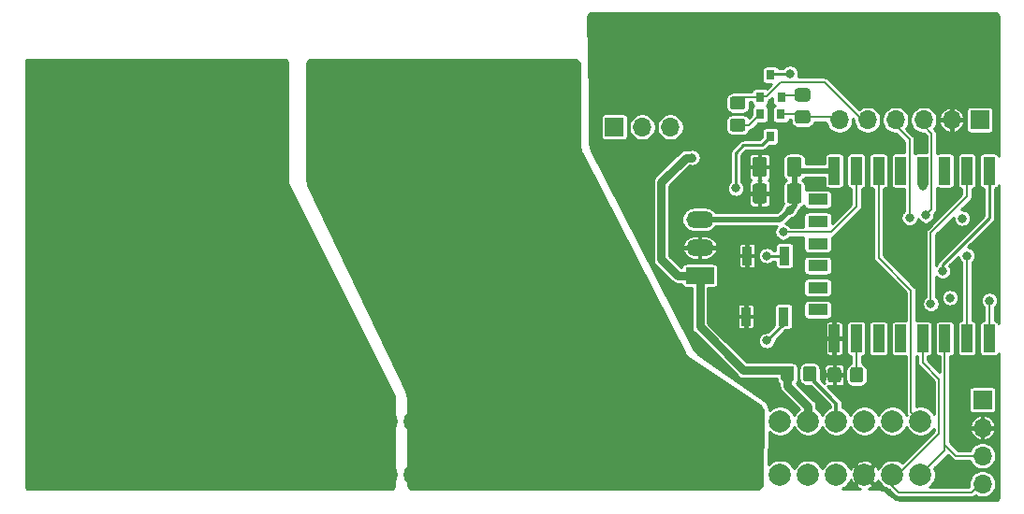
<source format=gtl>
%TF.GenerationSoftware,KiCad,Pcbnew,(5.1.12)-1*%
%TF.CreationDate,2023-06-07T09:52:28-07:00*%
%TF.ProjectId,hp breakout remote relay,68702062-7265-4616-9b6f-75742072656d,rev?*%
%TF.SameCoordinates,Original*%
%TF.FileFunction,Copper,L1,Top*%
%TF.FilePolarity,Positive*%
%FSLAX46Y46*%
G04 Gerber Fmt 4.6, Leading zero omitted, Abs format (unit mm)*
G04 Created by KiCad (PCBNEW (5.1.12)-1) date 2023-06-07 09:52:28*
%MOMM*%
%LPD*%
G01*
G04 APERTURE LIST*
%TA.AperFunction,ComponentPad*%
%ADD10C,2.000000*%
%TD*%
%TA.AperFunction,ComponentPad*%
%ADD11R,2.000000X2.000000*%
%TD*%
%TA.AperFunction,ComponentPad*%
%ADD12O,2.000000X3.000000*%
%TD*%
%TA.AperFunction,SMDPad,CuDef*%
%ADD13R,1.000000X2.500000*%
%TD*%
%TA.AperFunction,SMDPad,CuDef*%
%ADD14R,1.800000X1.000000*%
%TD*%
%TA.AperFunction,ComponentPad*%
%ADD15R,1.700000X1.700000*%
%TD*%
%TA.AperFunction,ComponentPad*%
%ADD16O,1.700000X1.700000*%
%TD*%
%TA.AperFunction,SMDPad,CuDef*%
%ADD17R,0.800000X0.900000*%
%TD*%
%TA.AperFunction,SMDPad,CuDef*%
%ADD18R,0.900000X1.700000*%
%TD*%
%TA.AperFunction,ComponentPad*%
%ADD19R,2.500000X1.500000*%
%TD*%
%TA.AperFunction,ComponentPad*%
%ADD20O,2.500000X1.500000*%
%TD*%
%TA.AperFunction,ViaPad*%
%ADD21C,0.800000*%
%TD*%
%TA.AperFunction,Conductor*%
%ADD22C,0.500000*%
%TD*%
%TA.AperFunction,Conductor*%
%ADD23C,0.750000*%
%TD*%
%TA.AperFunction,Conductor*%
%ADD24C,0.250000*%
%TD*%
%TA.AperFunction,Conductor*%
%ADD25C,0.200000*%
%TD*%
%TA.AperFunction,Conductor*%
%ADD26C,0.152400*%
%TD*%
%TA.AperFunction,Conductor*%
%ADD27C,0.300000*%
%TD*%
%TA.AperFunction,Conductor*%
%ADD28C,0.254000*%
%TD*%
%TA.AperFunction,Conductor*%
%ADD29C,0.100000*%
%TD*%
G04 APERTURE END LIST*
D10*
%TO.P,J1,64*%
%TO.N,+12V*%
X93751400Y-97402000D03*
%TO.P,J1,63*%
X96291400Y-97402000D03*
%TO.P,J1,62*%
X98831400Y-97402000D03*
%TO.P,J1,61*%
X101371400Y-97402000D03*
%TO.P,J1,60*%
X103911400Y-97402000D03*
%TO.P,J1,59*%
X106451400Y-97402000D03*
%TO.P,J1,58*%
X108991400Y-97402000D03*
%TO.P,J1,57*%
X111531400Y-97402000D03*
%TO.P,J1,56*%
X114071400Y-97402000D03*
%TO.P,J1,55*%
X116611400Y-97402000D03*
%TO.P,J1,54*%
X119151400Y-97402000D03*
%TO.P,J1,53*%
X121691400Y-97402000D03*
%TO.P,J1,52*%
X124231400Y-97402000D03*
%TO.P,J1,51*%
%TO.N,GND*%
X126771400Y-97402000D03*
%TO.P,J1,50*%
X129311400Y-97402000D03*
%TO.P,J1,49*%
X131851400Y-97402000D03*
%TO.P,J1,48*%
X134391400Y-97402000D03*
%TO.P,J1,47*%
X136931400Y-97402000D03*
%TO.P,J1,46*%
X139471400Y-97402000D03*
%TO.P,J1,45*%
X142011400Y-97402000D03*
%TO.P,J1,44*%
X144551400Y-97402000D03*
%TO.P,J1,43*%
X147091400Y-97402000D03*
%TO.P,J1,42*%
X149631400Y-97402000D03*
%TO.P,J1,41*%
X152171400Y-97402000D03*
%TO.P,J1,40*%
X154711400Y-97402000D03*
%TO.P,J1,39*%
X157251400Y-97402000D03*
%TO.P,J1,38*%
%TO.N,PSINTERRUPT*%
X159791400Y-97402000D03*
%TO.P,J1,37*%
%TO.N,Vsb*%
X162331400Y-97402000D03*
%TO.P,J1,36*%
%TO.N,Net-(J1-Pad36)*%
X164871400Y-97402000D03*
%TO.P,J1,35*%
%TO.N,Net-(J1-Pad35)*%
X167411400Y-97402000D03*
%TO.P,J1,34*%
%TO.N,Net-(J1-Pad34)*%
X169951400Y-97402000D03*
%TO.P,J1,33*%
%TO.N,PS_TurnON*%
X172491400Y-97402000D03*
%TO.P,J1,32*%
%TO.N,SCL*%
X172491400Y-102242000D03*
%TO.P,J1,31*%
%TO.N,SDA*%
X169951400Y-102242000D03*
%TO.P,J1,30*%
%TO.N,GNDS*%
X167411400Y-102242000D03*
%TO.P,J1,29*%
%TO.N,Net-(J1-Pad29)*%
X164871400Y-102242000D03*
%TO.P,J1,28*%
%TO.N,Net-(J1-Pad28)*%
X162331400Y-102242000D03*
%TO.P,J1,27*%
%TO.N,Net-(J1-Pad27)*%
X159791400Y-102242000D03*
%TO.P,J1,26*%
%TO.N,GND*%
X157251400Y-102242000D03*
%TO.P,J1,25*%
X154711400Y-102242000D03*
%TO.P,J1,24*%
X152171400Y-102242000D03*
%TO.P,J1,23*%
X149631400Y-102242000D03*
%TO.P,J1,22*%
X147091400Y-102242000D03*
%TO.P,J1,21*%
X144551400Y-102242000D03*
%TO.P,J1,20*%
X142011400Y-102242000D03*
%TO.P,J1,19*%
X139471400Y-102242000D03*
%TO.P,J1,18*%
X136931400Y-102242000D03*
%TO.P,J1,17*%
X134391400Y-102242000D03*
%TO.P,J1,16*%
X131851400Y-102242000D03*
%TO.P,J1,15*%
X129311400Y-102242000D03*
%TO.P,J1,14*%
X126771400Y-102242000D03*
%TO.P,J1,13*%
%TO.N,+12V*%
X124231400Y-102242000D03*
%TO.P,J1,12*%
X121691400Y-102242000D03*
%TO.P,J1,11*%
X119151400Y-102242000D03*
%TO.P,J1,10*%
X116611400Y-102242000D03*
%TO.P,J1,9*%
X114071400Y-102242000D03*
%TO.P,J1,8*%
X111531400Y-102242000D03*
%TO.P,J1,7*%
X108991400Y-102242000D03*
%TO.P,J1,6*%
X106451400Y-102242000D03*
%TO.P,J1,5*%
X103911400Y-102242000D03*
%TO.P,J1,4*%
X101371400Y-102242000D03*
%TO.P,J1,3*%
X98831400Y-102242000D03*
%TO.P,J1,2*%
X96291400Y-102242000D03*
D11*
%TO.P,J1,1*%
X93751400Y-102242000D03*
%TD*%
D12*
%TO.P,J2,1*%
%TO.N,GND*%
X138600000Y-67400000D03*
%TO.P,J2,2*%
X132250000Y-67400000D03*
%TO.P,J2,3*%
X125900000Y-67400000D03*
%TO.P,J2,4*%
X119550000Y-67400000D03*
%TO.P,J2,5*%
%TO.N,+12V*%
X113200000Y-67400000D03*
%TO.P,J2,6*%
X106850000Y-67400000D03*
%TO.P,J2,7*%
X100500000Y-67400000D03*
%TO.P,J2,8*%
X94150000Y-67400000D03*
%TD*%
D13*
%TO.P,U2,1*%
%TO.N,Net-(R4-Pad1)*%
X178696500Y-74696000D03*
%TO.P,U2,2*%
%TO.N,iSHARE*%
X176696500Y-74696000D03*
%TO.P,U2,3*%
%TO.N,Net-(Q1-Pad3)*%
X174696500Y-74696000D03*
%TO.P,U2,4*%
%TO.N,CaseFanPWM*%
X172696500Y-74696000D03*
%TO.P,U2,5*%
%TO.N,Net-(U2-Pad5)*%
X170696500Y-74696000D03*
%TO.P,U2,6*%
%TO.N,PS_TurnON*%
X168696500Y-74696000D03*
%TO.P,U2,7*%
%TO.N,PSINTERRUPT*%
X166696500Y-74696000D03*
%TO.P,U2,8*%
%TO.N,+3V3*%
X164696500Y-74696000D03*
D14*
%TO.P,U2,9*%
%TO.N,Net-(U2-Pad9)*%
X163196500Y-77296000D03*
%TO.P,U2,10*%
%TO.N,Net-(U2-Pad10)*%
X163196500Y-79296000D03*
%TO.P,U2,11*%
%TO.N,Net-(U2-Pad11)*%
X163196500Y-81296000D03*
%TO.P,U2,12*%
%TO.N,Net-(U2-Pad12)*%
X163196500Y-83296000D03*
%TO.P,U2,13*%
%TO.N,Net-(U2-Pad13)*%
X163196500Y-85296000D03*
%TO.P,U2,14*%
%TO.N,Net-(U2-Pad14)*%
X163196500Y-87296000D03*
D13*
%TO.P,U2,15*%
%TO.N,GNDS*%
X164696500Y-89896000D03*
%TO.P,U2,16*%
%TO.N,Net-(R10-Pad1)*%
X166696500Y-89896000D03*
%TO.P,U2,17*%
%TO.N,Net-(R7-Pad2)*%
X168696500Y-89896000D03*
%TO.P,U2,18*%
%TO.N,Net-(Q2-Pad3)*%
X170696500Y-89896000D03*
%TO.P,U2,19*%
%TO.N,SDA*%
X172696500Y-89896000D03*
%TO.P,U2,20*%
%TO.N,SCL*%
X174696500Y-89896000D03*
%TO.P,U2,21*%
%TO.N,Net-(J4-Pad3)*%
X176696500Y-89896000D03*
%TO.P,U2,22*%
%TO.N,Net-(J4-Pad4)*%
X178696500Y-89896000D03*
%TD*%
%TO.P,C1,1*%
%TO.N,GNDS*%
%TA.AperFunction,SMDPad,CuDef*%
G36*
G01*
X157287000Y-75008501D02*
X157287000Y-73708499D01*
G75*
G02*
X157536999Y-73458500I249999J0D01*
G01*
X158362001Y-73458500D01*
G75*
G02*
X158612000Y-73708499I0J-249999D01*
G01*
X158612000Y-75008501D01*
G75*
G02*
X158362001Y-75258500I-249999J0D01*
G01*
X157536999Y-75258500D01*
G75*
G02*
X157287000Y-75008501I0J249999D01*
G01*
G37*
%TD.AperFunction*%
%TO.P,C1,2*%
%TO.N,+3V3*%
%TA.AperFunction,SMDPad,CuDef*%
G36*
G01*
X160412000Y-75008501D02*
X160412000Y-73708499D01*
G75*
G02*
X160661999Y-73458500I249999J0D01*
G01*
X161487001Y-73458500D01*
G75*
G02*
X161737000Y-73708499I0J-249999D01*
G01*
X161737000Y-75008501D01*
G75*
G02*
X161487001Y-75258500I-249999J0D01*
G01*
X160661999Y-75258500D01*
G75*
G02*
X160412000Y-75008501I0J249999D01*
G01*
G37*
%TD.AperFunction*%
%TD*%
%TO.P,C2,2*%
%TO.N,+3V3*%
%TA.AperFunction,SMDPad,CuDef*%
G36*
G01*
X160412000Y-77421501D02*
X160412000Y-76121499D01*
G75*
G02*
X160661999Y-75871500I249999J0D01*
G01*
X161487001Y-75871500D01*
G75*
G02*
X161737000Y-76121499I0J-249999D01*
G01*
X161737000Y-77421501D01*
G75*
G02*
X161487001Y-77671500I-249999J0D01*
G01*
X160661999Y-77671500D01*
G75*
G02*
X160412000Y-77421501I0J249999D01*
G01*
G37*
%TD.AperFunction*%
%TO.P,C2,1*%
%TO.N,GNDS*%
%TA.AperFunction,SMDPad,CuDef*%
G36*
G01*
X157287000Y-77421501D02*
X157287000Y-76121499D01*
G75*
G02*
X157536999Y-75871500I249999J0D01*
G01*
X158362001Y-75871500D01*
G75*
G02*
X158612000Y-76121499I0J-249999D01*
G01*
X158612000Y-77421501D01*
G75*
G02*
X158362001Y-77671500I-249999J0D01*
G01*
X157536999Y-77671500D01*
G75*
G02*
X157287000Y-77421501I0J249999D01*
G01*
G37*
%TD.AperFunction*%
%TD*%
D15*
%TO.P,CaseFan1,1*%
%TO.N,Net-(CaseFan1-Pad1)*%
X144780000Y-70739000D03*
D16*
%TO.P,CaseFan1,2*%
%TO.N,Net-(CaseFan1-Pad2)*%
X147320000Y-70739000D03*
%TO.P,CaseFan1,3*%
%TO.N,Net-(CaseFan1-Pad3)*%
X149860000Y-70739000D03*
%TD*%
D15*
%TO.P,J3,1*%
%TO.N,+3V3*%
X178100000Y-95453200D03*
D16*
%TO.P,J3,2*%
%TO.N,GNDS*%
X178100000Y-97993200D03*
%TO.P,J3,3*%
%TO.N,SCL*%
X178100000Y-100533200D03*
%TO.P,J3,4*%
%TO.N,SDA*%
X178100000Y-103073200D03*
%TD*%
D15*
%TO.P,J4,1*%
%TO.N,Net-(J4-Pad1)*%
X177860000Y-70100000D03*
D16*
%TO.P,J4,2*%
%TO.N,GNDS*%
X175320000Y-70100000D03*
%TO.P,J4,3*%
%TO.N,Net-(J4-Pad3)*%
X172780000Y-70100000D03*
%TO.P,J4,4*%
%TO.N,Net-(J4-Pad4)*%
X170240000Y-70100000D03*
%TO.P,J4,5*%
%TO.N,Net-(J4-Pad5)*%
X167700000Y-70100000D03*
%TO.P,J4,6*%
%TO.N,Net-(J4-Pad6)*%
X165160000Y-70100000D03*
%TD*%
D17*
%TO.P,Q1,3*%
%TO.N,Net-(Q1-Pad3)*%
X158938000Y-66021200D03*
%TO.P,Q1,2*%
%TO.N,Net-(Q1-Pad2)*%
X159888000Y-68021200D03*
%TO.P,Q1,1*%
%TO.N,Net-(J4-Pad5)*%
X157988000Y-68021200D03*
%TD*%
%TO.P,Q2,1*%
%TO.N,Net-(J4-Pad6)*%
X159877800Y-69586600D03*
%TO.P,Q2,2*%
%TO.N,Net-(Q2-Pad2)*%
X157977800Y-69586600D03*
%TO.P,Q2,3*%
%TO.N,Net-(Q2-Pad3)*%
X158927800Y-71586600D03*
%TD*%
%TO.P,R3,1*%
%TO.N,Net-(J1-Pad36)*%
%TA.AperFunction,SMDPad,CuDef*%
G36*
G01*
X163067800Y-92649999D02*
X163067800Y-93550001D01*
G75*
G02*
X162817801Y-93800000I-249999J0D01*
G01*
X162117799Y-93800000D01*
G75*
G02*
X161867800Y-93550001I0J249999D01*
G01*
X161867800Y-92649999D01*
G75*
G02*
X162117799Y-92400000I249999J0D01*
G01*
X162817801Y-92400000D01*
G75*
G02*
X163067800Y-92649999I0J-249999D01*
G01*
G37*
%TD.AperFunction*%
%TO.P,R3,2*%
%TO.N,Vsb*%
%TA.AperFunction,SMDPad,CuDef*%
G36*
G01*
X161067800Y-92649999D02*
X161067800Y-93550001D01*
G75*
G02*
X160817801Y-93800000I-249999J0D01*
G01*
X160117799Y-93800000D01*
G75*
G02*
X159867800Y-93550001I0J249999D01*
G01*
X159867800Y-92649999D01*
G75*
G02*
X160117799Y-92400000I249999J0D01*
G01*
X160817801Y-92400000D01*
G75*
G02*
X161067800Y-92649999I0J-249999D01*
G01*
G37*
%TD.AperFunction*%
%TD*%
%TO.P,R10,1*%
%TO.N,Net-(R10-Pad1)*%
%TA.AperFunction,SMDPad,CuDef*%
G36*
G01*
X167309600Y-92749999D02*
X167309600Y-93650001D01*
G75*
G02*
X167059601Y-93900000I-249999J0D01*
G01*
X166359599Y-93900000D01*
G75*
G02*
X166109600Y-93650001I0J249999D01*
G01*
X166109600Y-92749999D01*
G75*
G02*
X166359599Y-92500000I249999J0D01*
G01*
X167059601Y-92500000D01*
G75*
G02*
X167309600Y-92749999I0J-249999D01*
G01*
G37*
%TD.AperFunction*%
%TO.P,R10,2*%
%TO.N,GNDS*%
%TA.AperFunction,SMDPad,CuDef*%
G36*
G01*
X165309600Y-92749999D02*
X165309600Y-93650001D01*
G75*
G02*
X165059601Y-93900000I-249999J0D01*
G01*
X164359599Y-93900000D01*
G75*
G02*
X164109600Y-93650001I0J249999D01*
G01*
X164109600Y-92749999D01*
G75*
G02*
X164359599Y-92500000I249999J0D01*
G01*
X165059601Y-92500000D01*
G75*
G02*
X165309600Y-92749999I0J-249999D01*
G01*
G37*
%TD.AperFunction*%
%TD*%
%TO.P,R11,2*%
%TO.N,Net-(Q1-Pad2)*%
%TA.AperFunction,SMDPad,CuDef*%
G36*
G01*
X162273401Y-68434000D02*
X161373399Y-68434000D01*
G75*
G02*
X161123400Y-68184001I0J249999D01*
G01*
X161123400Y-67483999D01*
G75*
G02*
X161373399Y-67234000I249999J0D01*
G01*
X162273401Y-67234000D01*
G75*
G02*
X162523400Y-67483999I0J-249999D01*
G01*
X162523400Y-68184001D01*
G75*
G02*
X162273401Y-68434000I-249999J0D01*
G01*
G37*
%TD.AperFunction*%
%TO.P,R11,1*%
%TO.N,Net-(J4-Pad6)*%
%TA.AperFunction,SMDPad,CuDef*%
G36*
G01*
X162273401Y-70434000D02*
X161373399Y-70434000D01*
G75*
G02*
X161123400Y-70184001I0J249999D01*
G01*
X161123400Y-69483999D01*
G75*
G02*
X161373399Y-69234000I249999J0D01*
G01*
X162273401Y-69234000D01*
G75*
G02*
X162523400Y-69483999I0J-249999D01*
G01*
X162523400Y-70184001D01*
G75*
G02*
X162273401Y-70434000I-249999J0D01*
G01*
G37*
%TD.AperFunction*%
%TD*%
%TO.P,R12,1*%
%TO.N,Net-(J4-Pad5)*%
%TA.AperFunction,SMDPad,CuDef*%
G36*
G01*
X155505999Y-67961200D02*
X156406001Y-67961200D01*
G75*
G02*
X156656000Y-68211199I0J-249999D01*
G01*
X156656000Y-68911201D01*
G75*
G02*
X156406001Y-69161200I-249999J0D01*
G01*
X155505999Y-69161200D01*
G75*
G02*
X155256000Y-68911201I0J249999D01*
G01*
X155256000Y-68211199D01*
G75*
G02*
X155505999Y-67961200I249999J0D01*
G01*
G37*
%TD.AperFunction*%
%TO.P,R12,2*%
%TO.N,Net-(Q2-Pad2)*%
%TA.AperFunction,SMDPad,CuDef*%
G36*
G01*
X155505999Y-69961200D02*
X156406001Y-69961200D01*
G75*
G02*
X156656000Y-70211199I0J-249999D01*
G01*
X156656000Y-70911201D01*
G75*
G02*
X156406001Y-71161200I-249999J0D01*
G01*
X155505999Y-71161200D01*
G75*
G02*
X155256000Y-70911201I0J249999D01*
G01*
X155256000Y-70211199D01*
G75*
G02*
X155505999Y-69961200I249999J0D01*
G01*
G37*
%TD.AperFunction*%
%TD*%
D18*
%TO.P,SW1,2*%
%TO.N,Net-(R4-Pad2)*%
X160100000Y-87900000D03*
%TO.P,SW1,1*%
%TO.N,GNDS*%
X156700000Y-87900000D03*
%TD*%
%TO.P,SW2,1*%
%TO.N,Net-(R9-Pad1)*%
X160200000Y-82400000D03*
%TO.P,SW2,2*%
%TO.N,GNDS*%
X156800000Y-82400000D03*
%TD*%
D19*
%TO.P,U1,1*%
%TO.N,Vsb*%
X152527000Y-84201000D03*
D20*
%TO.P,U1,2*%
%TO.N,GNDS*%
X152527000Y-81661000D03*
%TO.P,U1,3*%
%TO.N,+3V3*%
X152527000Y-79121000D03*
%TD*%
D21*
%TO.N,*%
X176250800Y-79011600D03*
X175150800Y-86211600D03*
%TO.N,GNDS*%
X170789600Y-81940400D03*
X178200000Y-81900000D03*
X146812000Y-78486000D03*
X148590000Y-72999600D03*
X154686000Y-61874400D03*
X171651400Y-61927000D03*
X165049200Y-78282800D03*
X166400000Y-82000000D03*
X145135600Y-62280800D03*
X167500000Y-95100000D03*
X162915600Y-95148400D03*
X158394400Y-94538800D03*
X161950400Y-99618800D03*
X175056800Y-101752400D03*
X172770800Y-95250000D03*
%TO.N,+3V3*%
X160655000Y-78257400D03*
%TO.N,Vsb*%
X151841200Y-73507600D03*
%TO.N,+12V*%
X92557600Y-71932800D03*
X97457600Y-71932800D03*
X102357600Y-71932800D03*
X107257600Y-71932800D03*
X112157600Y-71932800D03*
X93657600Y-76432800D03*
X98557600Y-76432800D03*
X103457600Y-76432800D03*
X108357600Y-76432800D03*
X113257600Y-76432800D03*
X94757600Y-80932800D03*
X99657600Y-80932800D03*
X104557600Y-80932800D03*
X109457600Y-80932800D03*
X114357600Y-80932800D03*
X95857600Y-85432800D03*
X100757600Y-85432800D03*
X105657600Y-85432800D03*
X110557600Y-85432800D03*
X115457600Y-85432800D03*
X96957600Y-89932800D03*
X101857600Y-89932800D03*
X106757600Y-89932800D03*
X111657600Y-89932800D03*
X116557600Y-89932800D03*
X121457600Y-89932800D03*
X98057600Y-94432800D03*
X102957600Y-94432800D03*
X107857600Y-94432800D03*
X112757600Y-94432800D03*
X117657600Y-94432800D03*
X122557600Y-94432800D03*
%TO.N,GND*%
X118059200Y-71882000D03*
X122959200Y-71882000D03*
X127859200Y-71882000D03*
X132759200Y-71882000D03*
X137659200Y-71882000D03*
X119159200Y-76382000D03*
X124059200Y-76382000D03*
X128959200Y-76382000D03*
X133859200Y-76382000D03*
X138759200Y-76382000D03*
X120259200Y-80882000D03*
X125159200Y-80882000D03*
X130059200Y-80882000D03*
X134959200Y-80882000D03*
X139859200Y-80882000D03*
X145200000Y-80900000D03*
X126259200Y-85382000D03*
X131159200Y-85382000D03*
X136000000Y-85300000D03*
X145859200Y-85382000D03*
X127359200Y-89882000D03*
X132259200Y-89882000D03*
X137159200Y-89882000D03*
X142059200Y-89882000D03*
X146959200Y-89882000D03*
X128459200Y-94382000D03*
X133359200Y-94382000D03*
X138259200Y-94382000D03*
X143159200Y-94382000D03*
X148059200Y-94382000D03*
X152806400Y-94335600D03*
%TO.N,PSINTERRUPT*%
X160070800Y-80264000D03*
%TO.N,Net-(J4-Pad3)*%
X172974000Y-78740000D03*
X176696506Y-82396506D03*
%TO.N,Net-(J4-Pad4)*%
X171500800Y-78943200D03*
X178714400Y-86461600D03*
%TO.N,Net-(Q1-Pad3)*%
X174752000Y-75454000D03*
X160700000Y-65900000D03*
%TO.N,Net-(Q2-Pad3)*%
X170696500Y-89896000D03*
X155800000Y-76300000D03*
%TO.N,iSHARE*%
X173431200Y-86766400D03*
%TO.N,Net-(R4-Pad2)*%
X158600000Y-90100000D03*
%TO.N,Net-(R7-Pad2)*%
X168696500Y-89896000D03*
%TO.N,CaseFanPWM*%
X172720000Y-76047600D03*
%TO.N,Net-(R4-Pad1)*%
X178714400Y-75454000D03*
X174500000Y-83800000D03*
%TO.N,Net-(R9-Pad1)*%
X158600000Y-82400000D03*
%TD*%
D22*
%TO.N,+3V3*%
X152527000Y-79121000D02*
X159791400Y-79121000D01*
X161074500Y-77837900D02*
X161074500Y-76771500D01*
X161074500Y-76771500D02*
X161074500Y-74358500D01*
X161412000Y-74696000D02*
X161074500Y-74358500D01*
X164696500Y-74696000D02*
X161412000Y-74696000D01*
X160655000Y-78257400D02*
X161074500Y-77837900D01*
X159791400Y-79121000D02*
X160655000Y-78257400D01*
D23*
%TO.N,Vsb*%
X152527000Y-84201000D02*
X152527000Y-88823800D01*
X156489400Y-92786200D02*
X160467800Y-92786200D01*
X152527000Y-88823800D02*
X156489400Y-92786200D01*
X160467800Y-92786200D02*
X160467800Y-94173800D01*
X162331400Y-96037400D02*
X162331400Y-97402000D01*
X160467800Y-94173800D02*
X162331400Y-96037400D01*
X150520400Y-84201000D02*
X152527000Y-84201000D01*
X149047200Y-82727800D02*
X150520400Y-84201000D01*
X149047200Y-75742800D02*
X149047200Y-82727800D01*
X151282400Y-73507600D02*
X149047200Y-75742800D01*
X151841200Y-73507600D02*
X151282400Y-73507600D01*
D24*
%TO.N,+12V*%
X124231400Y-97402000D02*
X124231400Y-102242000D01*
X121691400Y-102242000D02*
X124231400Y-102242000D01*
X121691400Y-102242000D02*
X119151400Y-102242000D01*
X119151400Y-102242000D02*
X116611400Y-102242000D01*
X116611400Y-102242000D02*
X114071400Y-102242000D01*
X111531400Y-102242000D02*
X114071400Y-102242000D01*
X111531400Y-102242000D02*
X108991400Y-102242000D01*
X108991400Y-102242000D02*
X106451400Y-102242000D01*
X106451400Y-102242000D02*
X103911400Y-102242000D01*
X103911400Y-102242000D02*
X101371400Y-102242000D01*
X101371400Y-102242000D02*
X98831400Y-102242000D01*
X98831400Y-102242000D02*
X96291400Y-102242000D01*
X96291400Y-102242000D02*
X93751400Y-102242000D01*
X93751400Y-102242000D02*
X93751400Y-97402000D01*
X93751400Y-97402000D02*
X96291400Y-97402000D01*
X98831400Y-97402000D02*
X96291400Y-97402000D01*
X101371400Y-97402000D02*
X98831400Y-97402000D01*
X103911400Y-97402000D02*
X101371400Y-97402000D01*
X106451400Y-97402000D02*
X103911400Y-97402000D01*
X106451400Y-97402000D02*
X108991400Y-97402000D01*
X111531400Y-97402000D02*
X108991400Y-97402000D01*
X114071400Y-97402000D02*
X111531400Y-97402000D01*
X116611400Y-97402000D02*
X114071400Y-97402000D01*
X124231400Y-97402000D02*
X121691400Y-97402000D01*
X121691400Y-97402000D02*
X119151400Y-97402000D01*
X119151400Y-97402000D02*
X116611400Y-97402000D01*
X100584000Y-68072000D02*
X94234000Y-68072000D01*
X106934000Y-68072000D02*
X100584000Y-68072000D01*
X113284000Y-68072000D02*
X106934000Y-68072000D01*
D25*
X94234000Y-70256400D02*
X92557600Y-71932800D01*
X94234000Y-68072000D02*
X94234000Y-70256400D01*
X92557600Y-71932800D02*
X97457600Y-71932800D01*
X97457600Y-75332800D02*
X98557600Y-76432800D01*
X97457600Y-71932800D02*
X97457600Y-75332800D01*
X98557600Y-76432800D02*
X94365200Y-76432800D01*
X94365200Y-76432800D02*
X93657600Y-76432800D01*
X98557600Y-76432800D02*
X103457600Y-76432800D01*
X103457600Y-76432800D02*
X108357600Y-76432800D01*
X108357600Y-76432800D02*
X113257600Y-76432800D01*
X112157600Y-71932800D02*
X107257600Y-71932800D01*
X107257600Y-71932800D02*
X101904800Y-71932800D01*
X101904800Y-71932800D02*
X97457600Y-71932800D01*
X102357600Y-71932800D02*
X101904800Y-71932800D01*
X94757600Y-84332800D02*
X95857600Y-85432800D01*
X94757600Y-80932800D02*
X94757600Y-84332800D01*
X95857600Y-88832800D02*
X96957600Y-89932800D01*
X95857600Y-85432800D02*
X95857600Y-88832800D01*
X98057600Y-91032800D02*
X96957600Y-89932800D01*
X98057600Y-94432800D02*
X98057600Y-91032800D01*
X98057600Y-96628200D02*
X98831400Y-97402000D01*
X98057600Y-94432800D02*
X98057600Y-96628200D01*
X102957600Y-94432800D02*
X98057600Y-94432800D01*
X96957600Y-89932800D02*
X101857600Y-89932800D01*
X106757600Y-89932800D02*
X101857600Y-89932800D01*
X100757600Y-85432800D02*
X95857600Y-85432800D01*
X93657600Y-79832800D02*
X94757600Y-80932800D01*
X93657600Y-76432800D02*
X93657600Y-79832800D01*
X99657600Y-80932800D02*
X94757600Y-80932800D01*
X99657600Y-80932800D02*
X104557600Y-80932800D01*
X105657600Y-85432800D02*
X100757600Y-85432800D01*
X104557600Y-80932800D02*
X109457600Y-80932800D01*
X114357600Y-80932800D02*
X109457600Y-80932800D01*
X115457600Y-85432800D02*
X110557600Y-85432800D01*
X110557600Y-85432800D02*
X105657600Y-85432800D01*
X106757600Y-89932800D02*
X111657600Y-89932800D01*
X111657600Y-89932800D02*
X116557600Y-89932800D01*
X121457600Y-89932800D02*
X116557600Y-89932800D01*
X122557600Y-94432800D02*
X117657600Y-94432800D01*
X117657600Y-94432800D02*
X112757600Y-94432800D01*
X112757600Y-94432800D02*
X107857600Y-94432800D01*
X107857600Y-94432800D02*
X102957600Y-94432800D01*
D24*
%TO.N,GND*%
X138684000Y-68072000D02*
X132334000Y-68072000D01*
X132334000Y-68072000D02*
X125984000Y-68072000D01*
X125984000Y-68072000D02*
X119634000Y-68072000D01*
X139471400Y-97402000D02*
X136931400Y-97402000D01*
X139471400Y-97402000D02*
X142011400Y-97402000D01*
X142011400Y-97402000D02*
X144551400Y-97402000D01*
X144551400Y-97402000D02*
X147091400Y-97402000D01*
X147091400Y-97402000D02*
X149631400Y-97402000D01*
X149631400Y-97402000D02*
X152171400Y-97402000D01*
X154711400Y-97402000D02*
X152171400Y-97402000D01*
X157251400Y-97402000D02*
X157251400Y-102242000D01*
X157251400Y-102242000D02*
X154711400Y-102242000D01*
X152171400Y-102242000D02*
X154711400Y-102242000D01*
X152171400Y-102242000D02*
X149631400Y-102242000D01*
X149631400Y-102242000D02*
X147091400Y-102242000D01*
X147091400Y-102242000D02*
X144551400Y-102242000D01*
X142011400Y-102242000D02*
X144551400Y-102242000D01*
X139471400Y-102242000D02*
X142011400Y-102242000D01*
X136931400Y-102242000D02*
X139471400Y-102242000D01*
X134391400Y-102242000D02*
X136931400Y-102242000D01*
X131851400Y-102242000D02*
X134391400Y-102242000D01*
X131851400Y-102242000D02*
X129311400Y-102242000D01*
X126771400Y-102242000D02*
X126771400Y-97402000D01*
X126771400Y-97402000D02*
X129311400Y-97402000D01*
X129311400Y-97402000D02*
X131851400Y-97402000D01*
X131851400Y-97402000D02*
X134391400Y-97402000D01*
X134391400Y-97402000D02*
X136931400Y-97402000D01*
X136931400Y-97402000D02*
X136931400Y-102242000D01*
X157251400Y-97402000D02*
X154711400Y-97402000D01*
X119634000Y-74358500D02*
X129311400Y-84035900D01*
X129311400Y-84035900D02*
X129311400Y-97402000D01*
X119634000Y-68072000D02*
X119634000Y-74358500D01*
D25*
X119634000Y-70307200D02*
X118059200Y-71882000D01*
X119634000Y-68072000D02*
X119634000Y-70307200D01*
X118059200Y-75282000D02*
X119159200Y-76382000D01*
X118059200Y-71882000D02*
X118059200Y-75282000D01*
X119159200Y-76382000D02*
X119159200Y-77706400D01*
X120259200Y-78806400D02*
X120259200Y-80882000D01*
X119159200Y-77706400D02*
X120259200Y-78806400D01*
X120259200Y-80882000D02*
X125159200Y-80882000D01*
X125159200Y-84282000D02*
X126259200Y-85382000D01*
X125159200Y-80882000D02*
X125159200Y-84282000D01*
X126259200Y-88782000D02*
X127359200Y-89882000D01*
X126259200Y-85382000D02*
X126259200Y-88782000D01*
X127359200Y-93282000D02*
X128459200Y-94382000D01*
X127359200Y-89882000D02*
X127359200Y-93282000D01*
X128459200Y-96549800D02*
X129311400Y-97402000D01*
X128459200Y-94382000D02*
X128459200Y-96549800D01*
%TO.N,SDA*%
X169951400Y-103251000D02*
X169951400Y-102242000D01*
X170535600Y-103835200D02*
X169951400Y-103251000D01*
X177139600Y-103835200D02*
X170535600Y-103835200D01*
X177901600Y-103073200D02*
X177139600Y-103835200D01*
X172696500Y-92076900D02*
X172696500Y-89896000D01*
X174193200Y-93573600D02*
X172696500Y-92076900D01*
X174193200Y-98501200D02*
X174193200Y-93573600D01*
X170452400Y-102242000D02*
X174193200Y-98501200D01*
X169951400Y-102242000D02*
X170452400Y-102242000D01*
D26*
%TO.N,SCL*%
X175768000Y-100533200D02*
X175717200Y-100533200D01*
D25*
X177901600Y-100533200D02*
X176072800Y-100533200D01*
X176072800Y-100533200D02*
X175768000Y-100533200D01*
X174696500Y-99512500D02*
X174696500Y-89896000D01*
X175717200Y-100533200D02*
X174696500Y-99512500D01*
X174696500Y-100036900D02*
X174696500Y-99512500D01*
X172491400Y-102242000D02*
X174696500Y-100036900D01*
%TO.N,PS_TurnON*%
X172491400Y-97402000D02*
X171653200Y-96563800D01*
X171653200Y-96563800D02*
X171653200Y-85547200D01*
X168696500Y-82590500D02*
X168696500Y-74696000D01*
X171653200Y-85547200D02*
X168696500Y-82590500D01*
D27*
%TO.N,Net-(J1-Pad36)*%
X162467800Y-92786200D02*
X162467800Y-93379800D01*
X164871400Y-95783400D02*
X164871400Y-97402000D01*
X162467800Y-93379800D02*
X164871400Y-95783400D01*
D25*
%TO.N,PSINTERRUPT*%
X166696500Y-77956300D02*
X166696500Y-74696000D01*
X164388800Y-80264000D02*
X166696500Y-77956300D01*
X160070800Y-80264000D02*
X164388800Y-80264000D01*
%TO.N,Net-(J4-Pad3)*%
X173496501Y-71325001D02*
X172783500Y-70612000D01*
X173496501Y-78217499D02*
X173496501Y-71325001D01*
X172974000Y-78740000D02*
X173496501Y-78217499D01*
X176696500Y-89896000D02*
X176696500Y-82396512D01*
X176696500Y-82396512D02*
X176696506Y-82396506D01*
%TO.N,Net-(J4-Pad4)*%
X171500800Y-71869300D02*
X171500800Y-78943200D01*
X170243500Y-70612000D02*
X171500800Y-71869300D01*
X178714400Y-89878100D02*
X178696500Y-89896000D01*
X178714400Y-86461600D02*
X178714400Y-89878100D01*
%TO.N,Net-(J4-Pad5)*%
X163791900Y-66700400D02*
X167703500Y-70612000D01*
X159816800Y-66700400D02*
X163791900Y-66700400D01*
X158597600Y-67919600D02*
X159816800Y-66700400D01*
X157988000Y-67919600D02*
X158597600Y-67919600D01*
X157988000Y-68021200D02*
X157988000Y-67919600D01*
X156496000Y-68021200D02*
X155956000Y-68561200D01*
X157988000Y-68021200D02*
X156496000Y-68021200D01*
%TO.N,Net-(J4-Pad6)*%
X161576000Y-69586600D02*
X161823400Y-69834000D01*
X159877800Y-69586600D02*
X161576000Y-69586600D01*
X164385500Y-69834000D02*
X165163500Y-70612000D01*
X161823400Y-69834000D02*
X164385500Y-69834000D01*
%TO.N,Net-(Q1-Pad3)*%
X174696500Y-75398500D02*
X174752000Y-75454000D01*
X174696500Y-74696000D02*
X174696500Y-75398500D01*
D24*
X159059200Y-65900000D02*
X158938000Y-66021200D01*
X160700000Y-65900000D02*
X159059200Y-65900000D01*
D25*
%TO.N,Net-(Q1-Pad2)*%
X160075200Y-67834000D02*
X159888000Y-68021200D01*
X161823400Y-67834000D02*
X160075200Y-67834000D01*
%TO.N,Net-(Q2-Pad2)*%
X157003200Y-70561200D02*
X157977800Y-69586600D01*
X155956000Y-70561200D02*
X157003200Y-70561200D01*
D24*
%TO.N,Net-(Q2-Pad3)*%
X155800000Y-76300000D02*
X155800000Y-73100000D01*
X155800000Y-73100000D02*
X156500000Y-72400000D01*
X158114400Y-72400000D02*
X158927800Y-71586600D01*
X156500000Y-72400000D02*
X158114400Y-72400000D01*
D25*
%TO.N,iSHARE*%
X173431200Y-80314800D02*
X173431200Y-86766400D01*
X176696500Y-77049500D02*
X173431200Y-80314800D01*
X176696500Y-74696000D02*
X176696500Y-77049500D01*
D24*
%TO.N,Net-(R4-Pad2)*%
X160100000Y-88600000D02*
X158600000Y-90100000D01*
X160100000Y-87900000D02*
X160100000Y-88600000D01*
D25*
%TO.N,Net-(R10-Pad1)*%
X166696500Y-92798500D02*
X166709600Y-92811600D01*
X166696500Y-89896000D02*
X166696500Y-92798500D01*
%TO.N,CaseFanPWM*%
X172720000Y-74719500D02*
X172696500Y-74696000D01*
X172720000Y-76047600D02*
X172720000Y-74719500D01*
D22*
%TO.N,Net-(R4-Pad1)*%
X178696500Y-75436100D02*
X178714400Y-75454000D01*
X178696500Y-74696000D02*
X178696500Y-75436100D01*
D24*
X178696500Y-79003500D02*
X178696500Y-74696000D01*
X174500000Y-83200000D02*
X178696500Y-79003500D01*
X174500000Y-83800000D02*
X174500000Y-83200000D01*
%TO.N,Net-(R9-Pad1)*%
X160200000Y-82400000D02*
X158600000Y-82400000D01*
%TD*%
D28*
%TO.N,+12V*%
X115081251Y-64658467D02*
X115136570Y-64695430D01*
X115173533Y-64750749D01*
X115189000Y-64828509D01*
X115189000Y-75621180D01*
X115192397Y-75650359D01*
X115224069Y-75784523D01*
X115234080Y-75812140D01*
X124816122Y-94976223D01*
X124841000Y-95081609D01*
X124841000Y-103319491D01*
X124825533Y-103397251D01*
X124788570Y-103452570D01*
X124733251Y-103489533D01*
X124655491Y-103505000D01*
X91752509Y-103505000D01*
X91674749Y-103489533D01*
X91619430Y-103452570D01*
X91582467Y-103397251D01*
X91567000Y-103319491D01*
X91567000Y-64828509D01*
X91582467Y-64750749D01*
X91619430Y-64695430D01*
X91674749Y-64658467D01*
X91752509Y-64643000D01*
X115003491Y-64643000D01*
X115081251Y-64658467D01*
%TA.AperFunction,Conductor*%
D29*
G36*
X115081251Y-64658467D02*
G01*
X115136570Y-64695430D01*
X115173533Y-64750749D01*
X115189000Y-64828509D01*
X115189000Y-75621180D01*
X115192397Y-75650359D01*
X115224069Y-75784523D01*
X115234080Y-75812140D01*
X124816122Y-94976223D01*
X124841000Y-95081609D01*
X124841000Y-103319491D01*
X124825533Y-103397251D01*
X124788570Y-103452570D01*
X124733251Y-103489533D01*
X124655491Y-103505000D01*
X91752509Y-103505000D01*
X91674749Y-103489533D01*
X91619430Y-103452570D01*
X91582467Y-103397251D01*
X91567000Y-103319491D01*
X91567000Y-64828509D01*
X91582467Y-64750749D01*
X91619430Y-64695430D01*
X91674749Y-64658467D01*
X91752509Y-64643000D01*
X115003491Y-64643000D01*
X115081251Y-64658467D01*
G37*
%TD.AperFunction*%
%TD*%
D28*
%TO.N,GND*%
X141605000Y-64918606D02*
X141605000Y-72294000D01*
X141608556Y-72323843D01*
X141768438Y-72985191D01*
X141778907Y-73013362D01*
X151111143Y-91186666D01*
X151129434Y-91213292D01*
X151580861Y-91718294D01*
X151605276Y-91739443D01*
X157954834Y-95957032D01*
X158211479Y-96443417D01*
X158120408Y-103228226D01*
X157839894Y-103505000D01*
X126386606Y-103505000D01*
X126111000Y-103229394D01*
X126111000Y-95346000D01*
X126107906Y-95318138D01*
X125958076Y-94651830D01*
X125948945Y-94625325D01*
X117110642Y-75966685D01*
X116967000Y-75327897D01*
X116967000Y-64918606D01*
X117242606Y-64643000D01*
X141329394Y-64643000D01*
X141605000Y-64918606D01*
%TA.AperFunction,Conductor*%
D29*
G36*
X141605000Y-64918606D02*
G01*
X141605000Y-72294000D01*
X141608556Y-72323843D01*
X141768438Y-72985191D01*
X141778907Y-73013362D01*
X151111143Y-91186666D01*
X151129434Y-91213292D01*
X151580861Y-91718294D01*
X151605276Y-91739443D01*
X157954834Y-95957032D01*
X158211479Y-96443417D01*
X158120408Y-103228226D01*
X157839894Y-103505000D01*
X126386606Y-103505000D01*
X126111000Y-103229394D01*
X126111000Y-95346000D01*
X126107906Y-95318138D01*
X125958076Y-94651830D01*
X125948945Y-94625325D01*
X117110642Y-75966685D01*
X116967000Y-75327897D01*
X116967000Y-64918606D01*
X117242606Y-64643000D01*
X141329394Y-64643000D01*
X141605000Y-64918606D01*
G37*
%TD.AperFunction*%
%TD*%
D28*
%TO.N,GNDS*%
X179569000Y-60667488D02*
X179569000Y-73361465D01*
X179550201Y-73299492D01*
X179514822Y-73233304D01*
X179467211Y-73175289D01*
X179409196Y-73127678D01*
X179343008Y-73092299D01*
X179271189Y-73070513D01*
X179196500Y-73063157D01*
X178196500Y-73063157D01*
X178121811Y-73070513D01*
X178049992Y-73092299D01*
X177983804Y-73127678D01*
X177925789Y-73175289D01*
X177878178Y-73233304D01*
X177842799Y-73299492D01*
X177821013Y-73371311D01*
X177813657Y-73446000D01*
X177813657Y-75946000D01*
X177821013Y-76020689D01*
X177842799Y-76092508D01*
X177878178Y-76158696D01*
X177925789Y-76216711D01*
X177983804Y-76264322D01*
X178049992Y-76299701D01*
X178121811Y-76321487D01*
X178190501Y-76328252D01*
X178190500Y-78793908D01*
X174159781Y-82824628D01*
X174140474Y-82840473D01*
X174077242Y-82917521D01*
X174069362Y-82932264D01*
X174030255Y-83005426D01*
X174001322Y-83100808D01*
X173991553Y-83200000D01*
X173991907Y-83203592D01*
X173912200Y-83283299D01*
X173912200Y-80514036D01*
X175469800Y-78956436D01*
X175469800Y-79088522D01*
X175499813Y-79239409D01*
X175558687Y-79381542D01*
X175644158Y-79509459D01*
X175752941Y-79618242D01*
X175880858Y-79703713D01*
X176022991Y-79762587D01*
X176173878Y-79792600D01*
X176327722Y-79792600D01*
X176478609Y-79762587D01*
X176620742Y-79703713D01*
X176748659Y-79618242D01*
X176857442Y-79509459D01*
X176942913Y-79381542D01*
X177001787Y-79239409D01*
X177031800Y-79088522D01*
X177031800Y-78934678D01*
X177001787Y-78783791D01*
X176942913Y-78641658D01*
X176857442Y-78513741D01*
X176748659Y-78404958D01*
X176620742Y-78319487D01*
X176478609Y-78260613D01*
X176327722Y-78230600D01*
X176195636Y-78230600D01*
X177019906Y-77406330D01*
X177038264Y-77391264D01*
X177098372Y-77318022D01*
X177133602Y-77252111D01*
X177143036Y-77234462D01*
X177170540Y-77143793D01*
X177179827Y-77049500D01*
X177177500Y-77025873D01*
X177177500Y-76328843D01*
X177196500Y-76328843D01*
X177271189Y-76321487D01*
X177343008Y-76299701D01*
X177409196Y-76264322D01*
X177467211Y-76216711D01*
X177514822Y-76158696D01*
X177550201Y-76092508D01*
X177571987Y-76020689D01*
X177579343Y-75946000D01*
X177579343Y-73446000D01*
X177571987Y-73371311D01*
X177550201Y-73299492D01*
X177514822Y-73233304D01*
X177467211Y-73175289D01*
X177409196Y-73127678D01*
X177343008Y-73092299D01*
X177271189Y-73070513D01*
X177196500Y-73063157D01*
X176196500Y-73063157D01*
X176121811Y-73070513D01*
X176049992Y-73092299D01*
X175983804Y-73127678D01*
X175925789Y-73175289D01*
X175878178Y-73233304D01*
X175842799Y-73299492D01*
X175821013Y-73371311D01*
X175813657Y-73446000D01*
X175813657Y-75946000D01*
X175821013Y-76020689D01*
X175842799Y-76092508D01*
X175878178Y-76158696D01*
X175925789Y-76216711D01*
X175983804Y-76264322D01*
X176049992Y-76299701D01*
X176121811Y-76321487D01*
X176196500Y-76328843D01*
X176215501Y-76328843D01*
X176215501Y-76850263D01*
X173107794Y-79957970D01*
X173089436Y-79973036D01*
X173029328Y-80046278D01*
X172984664Y-80129840D01*
X172972570Y-80169708D01*
X172957160Y-80220508D01*
X172947873Y-80314800D01*
X172950200Y-80338426D01*
X172950201Y-86148493D01*
X172933341Y-86159758D01*
X172824558Y-86268541D01*
X172739087Y-86396458D01*
X172680213Y-86538591D01*
X172650200Y-86689478D01*
X172650200Y-86843322D01*
X172680213Y-86994209D01*
X172739087Y-87136342D01*
X172824558Y-87264259D01*
X172933341Y-87373042D01*
X173061258Y-87458513D01*
X173203391Y-87517387D01*
X173354278Y-87547400D01*
X173508122Y-87547400D01*
X173659009Y-87517387D01*
X173801142Y-87458513D01*
X173929059Y-87373042D01*
X174037842Y-87264259D01*
X174123313Y-87136342D01*
X174182187Y-86994209D01*
X174212200Y-86843322D01*
X174212200Y-86689478D01*
X174182187Y-86538591D01*
X174123313Y-86396458D01*
X174037842Y-86268541D01*
X173929059Y-86159758D01*
X173912200Y-86148493D01*
X173912200Y-86134678D01*
X174369800Y-86134678D01*
X174369800Y-86288522D01*
X174399813Y-86439409D01*
X174458687Y-86581542D01*
X174544158Y-86709459D01*
X174652941Y-86818242D01*
X174780858Y-86903713D01*
X174922991Y-86962587D01*
X175073878Y-86992600D01*
X175227722Y-86992600D01*
X175378609Y-86962587D01*
X175520742Y-86903713D01*
X175648659Y-86818242D01*
X175757442Y-86709459D01*
X175842913Y-86581542D01*
X175901787Y-86439409D01*
X175931800Y-86288522D01*
X175931800Y-86134678D01*
X175901787Y-85983791D01*
X175842913Y-85841658D01*
X175757442Y-85713741D01*
X175648659Y-85604958D01*
X175520742Y-85519487D01*
X175378609Y-85460613D01*
X175227722Y-85430600D01*
X175073878Y-85430600D01*
X174922991Y-85460613D01*
X174780858Y-85519487D01*
X174652941Y-85604958D01*
X174544158Y-85713741D01*
X174458687Y-85841658D01*
X174399813Y-85983791D01*
X174369800Y-86134678D01*
X173912200Y-86134678D01*
X173912200Y-84316701D01*
X174002141Y-84406642D01*
X174130058Y-84492113D01*
X174272191Y-84550987D01*
X174423078Y-84581000D01*
X174576922Y-84581000D01*
X174727809Y-84550987D01*
X174869942Y-84492113D01*
X174997859Y-84406642D01*
X175106642Y-84297859D01*
X175192113Y-84169942D01*
X175250987Y-84027809D01*
X175281000Y-83876922D01*
X175281000Y-83723078D01*
X175250987Y-83572191D01*
X175192113Y-83430058D01*
X175109369Y-83306222D01*
X175919929Y-82495663D01*
X175945519Y-82624315D01*
X176004393Y-82766448D01*
X176089864Y-82894365D01*
X176198647Y-83003148D01*
X176215501Y-83014409D01*
X176215500Y-88263157D01*
X176196500Y-88263157D01*
X176121811Y-88270513D01*
X176049992Y-88292299D01*
X175983804Y-88327678D01*
X175925789Y-88375289D01*
X175878178Y-88433304D01*
X175842799Y-88499492D01*
X175821013Y-88571311D01*
X175813657Y-88646000D01*
X175813657Y-91146000D01*
X175821013Y-91220689D01*
X175842799Y-91292508D01*
X175878178Y-91358696D01*
X175925789Y-91416711D01*
X175983804Y-91464322D01*
X176049992Y-91499701D01*
X176121811Y-91521487D01*
X176196500Y-91528843D01*
X177196500Y-91528843D01*
X177271189Y-91521487D01*
X177343008Y-91499701D01*
X177409196Y-91464322D01*
X177467211Y-91416711D01*
X177514822Y-91358696D01*
X177550201Y-91292508D01*
X177571987Y-91220689D01*
X177579343Y-91146000D01*
X177579343Y-88646000D01*
X177571987Y-88571311D01*
X177550201Y-88499492D01*
X177514822Y-88433304D01*
X177467211Y-88375289D01*
X177409196Y-88327678D01*
X177343008Y-88292299D01*
X177271189Y-88270513D01*
X177196500Y-88263157D01*
X177177500Y-88263157D01*
X177177500Y-83014417D01*
X177194365Y-83003148D01*
X177303148Y-82894365D01*
X177388619Y-82766448D01*
X177447493Y-82624315D01*
X177477506Y-82473428D01*
X177477506Y-82319584D01*
X177447493Y-82168697D01*
X177388619Y-82026564D01*
X177303148Y-81898647D01*
X177194365Y-81789864D01*
X177066448Y-81704393D01*
X176924315Y-81645519D01*
X176795663Y-81619929D01*
X179036720Y-79378872D01*
X179056027Y-79363027D01*
X179119259Y-79285979D01*
X179166245Y-79198075D01*
X179195178Y-79102693D01*
X179202500Y-79028354D01*
X179202500Y-79028347D01*
X179204947Y-79003501D01*
X179202500Y-78978655D01*
X179202500Y-76328252D01*
X179271189Y-76321487D01*
X179343008Y-76299701D01*
X179409196Y-76264322D01*
X179467211Y-76216711D01*
X179514822Y-76158696D01*
X179550201Y-76092508D01*
X179569000Y-76030535D01*
X179569001Y-88561466D01*
X179550201Y-88499492D01*
X179514822Y-88433304D01*
X179467211Y-88375289D01*
X179409196Y-88327678D01*
X179343008Y-88292299D01*
X179271189Y-88270513D01*
X179196500Y-88263157D01*
X179195400Y-88263157D01*
X179195400Y-87079507D01*
X179212259Y-87068242D01*
X179321042Y-86959459D01*
X179406513Y-86831542D01*
X179465387Y-86689409D01*
X179495400Y-86538522D01*
X179495400Y-86384678D01*
X179465387Y-86233791D01*
X179406513Y-86091658D01*
X179321042Y-85963741D01*
X179212259Y-85854958D01*
X179084342Y-85769487D01*
X178942209Y-85710613D01*
X178791322Y-85680600D01*
X178637478Y-85680600D01*
X178486591Y-85710613D01*
X178344458Y-85769487D01*
X178216541Y-85854958D01*
X178107758Y-85963741D01*
X178022287Y-86091658D01*
X177963413Y-86233791D01*
X177933400Y-86384678D01*
X177933400Y-86538522D01*
X177963413Y-86689409D01*
X178022287Y-86831542D01*
X178107758Y-86959459D01*
X178216541Y-87068242D01*
X178233400Y-87079507D01*
X178233401Y-88263157D01*
X178196500Y-88263157D01*
X178121811Y-88270513D01*
X178049992Y-88292299D01*
X177983804Y-88327678D01*
X177925789Y-88375289D01*
X177878178Y-88433304D01*
X177842799Y-88499492D01*
X177821013Y-88571311D01*
X177813657Y-88646000D01*
X177813657Y-91146000D01*
X177821013Y-91220689D01*
X177842799Y-91292508D01*
X177878178Y-91358696D01*
X177925789Y-91416711D01*
X177983804Y-91464322D01*
X178049992Y-91499701D01*
X178121811Y-91521487D01*
X178196500Y-91528843D01*
X179196500Y-91528843D01*
X179271189Y-91521487D01*
X179343008Y-91499701D01*
X179409196Y-91464322D01*
X179467211Y-91416711D01*
X179514822Y-91358696D01*
X179550201Y-91292508D01*
X179569001Y-91230534D01*
X179569001Y-104381802D01*
X179383036Y-104569000D01*
X170700352Y-104569000D01*
X170266012Y-104424214D01*
X169367199Y-103742355D01*
X169345985Y-103729325D01*
X169330934Y-103723163D01*
X168702092Y-103511628D01*
X168677830Y-103506041D01*
X168661600Y-103505000D01*
X167818541Y-103505000D01*
X167940715Y-103465860D01*
X168134931Y-103362050D01*
X168243339Y-103177177D01*
X167411400Y-102345238D01*
X166579461Y-103177177D01*
X166687869Y-103362050D01*
X166920282Y-103481683D01*
X167001669Y-103505000D01*
X165430975Y-103505000D01*
X165525549Y-103465826D01*
X165751736Y-103314693D01*
X165944093Y-103122336D01*
X166095226Y-102896149D01*
X166169831Y-102716037D01*
X166187540Y-102771315D01*
X166291350Y-102965531D01*
X166476223Y-103073939D01*
X167308162Y-102242000D01*
X166476223Y-101410061D01*
X166291350Y-101518469D01*
X166171717Y-101750882D01*
X166168053Y-101763671D01*
X166095226Y-101587851D01*
X165944093Y-101361664D01*
X165889252Y-101306823D01*
X166579461Y-101306823D01*
X167411400Y-102138762D01*
X168243339Y-101306823D01*
X168134931Y-101121950D01*
X167902518Y-101002317D01*
X167651232Y-100930325D01*
X167390728Y-100908740D01*
X167131019Y-100938391D01*
X166882085Y-101018140D01*
X166687869Y-101121950D01*
X166579461Y-101306823D01*
X165889252Y-101306823D01*
X165751736Y-101169307D01*
X165525549Y-101018174D01*
X165274223Y-100914071D01*
X165007417Y-100861000D01*
X164735383Y-100861000D01*
X164468577Y-100914071D01*
X164217251Y-101018174D01*
X163991064Y-101169307D01*
X163798707Y-101361664D01*
X163647574Y-101587851D01*
X163601400Y-101699325D01*
X163555226Y-101587851D01*
X163404093Y-101361664D01*
X163211736Y-101169307D01*
X162985549Y-101018174D01*
X162734223Y-100914071D01*
X162467417Y-100861000D01*
X162195383Y-100861000D01*
X161928577Y-100914071D01*
X161677251Y-101018174D01*
X161451064Y-101169307D01*
X161258707Y-101361664D01*
X161107574Y-101587851D01*
X161061400Y-101699325D01*
X161015226Y-101587851D01*
X160864093Y-101361664D01*
X160671736Y-101169307D01*
X160445549Y-101018174D01*
X160194223Y-100914071D01*
X159927417Y-100861000D01*
X159655383Y-100861000D01*
X159388577Y-100914071D01*
X159137251Y-101018174D01*
X158911064Y-101169307D01*
X158770456Y-101309915D01*
X158828052Y-98391681D01*
X158911064Y-98474693D01*
X159137251Y-98625826D01*
X159388577Y-98729929D01*
X159655383Y-98783000D01*
X159927417Y-98783000D01*
X160194223Y-98729929D01*
X160445549Y-98625826D01*
X160671736Y-98474693D01*
X160864093Y-98282336D01*
X161015226Y-98056149D01*
X161061400Y-97944675D01*
X161107574Y-98056149D01*
X161258707Y-98282336D01*
X161451064Y-98474693D01*
X161677251Y-98625826D01*
X161928577Y-98729929D01*
X162195383Y-98783000D01*
X162467417Y-98783000D01*
X162734223Y-98729929D01*
X162985549Y-98625826D01*
X163211736Y-98474693D01*
X163404093Y-98282336D01*
X163555226Y-98056149D01*
X163601400Y-97944675D01*
X163647574Y-98056149D01*
X163798707Y-98282336D01*
X163991064Y-98474693D01*
X164217251Y-98625826D01*
X164468577Y-98729929D01*
X164735383Y-98783000D01*
X165007417Y-98783000D01*
X165274223Y-98729929D01*
X165525549Y-98625826D01*
X165751736Y-98474693D01*
X165944093Y-98282336D01*
X166095226Y-98056149D01*
X166141400Y-97944675D01*
X166187574Y-98056149D01*
X166338707Y-98282336D01*
X166531064Y-98474693D01*
X166757251Y-98625826D01*
X167008577Y-98729929D01*
X167275383Y-98783000D01*
X167547417Y-98783000D01*
X167814223Y-98729929D01*
X168065549Y-98625826D01*
X168291736Y-98474693D01*
X168484093Y-98282336D01*
X168635226Y-98056149D01*
X168681400Y-97944675D01*
X168727574Y-98056149D01*
X168878707Y-98282336D01*
X169071064Y-98474693D01*
X169297251Y-98625826D01*
X169548577Y-98729929D01*
X169815383Y-98783000D01*
X170087417Y-98783000D01*
X170354223Y-98729929D01*
X170605549Y-98625826D01*
X170831736Y-98474693D01*
X171024093Y-98282336D01*
X171175226Y-98056149D01*
X171221400Y-97944675D01*
X171267574Y-98056149D01*
X171418707Y-98282336D01*
X171611064Y-98474693D01*
X171837251Y-98625826D01*
X172088577Y-98729929D01*
X172355383Y-98783000D01*
X172627417Y-98783000D01*
X172894223Y-98729929D01*
X173145549Y-98625826D01*
X173371736Y-98474693D01*
X173564093Y-98282336D01*
X173712200Y-98060678D01*
X173712200Y-98301963D01*
X170838296Y-101175867D01*
X170831736Y-101169307D01*
X170605549Y-101018174D01*
X170354223Y-100914071D01*
X170087417Y-100861000D01*
X169815383Y-100861000D01*
X169548577Y-100914071D01*
X169297251Y-101018174D01*
X169071064Y-101169307D01*
X168878707Y-101361664D01*
X168727574Y-101587851D01*
X168652969Y-101767963D01*
X168635260Y-101712685D01*
X168531450Y-101518469D01*
X168346577Y-101410061D01*
X167514638Y-102242000D01*
X168346577Y-103073939D01*
X168531450Y-102965531D01*
X168651083Y-102733118D01*
X168654747Y-102720329D01*
X168727574Y-102896149D01*
X168878707Y-103122336D01*
X169071064Y-103314693D01*
X169297251Y-103465826D01*
X169548577Y-103569929D01*
X169599152Y-103579989D01*
X169609636Y-103592764D01*
X169627994Y-103607830D01*
X170178770Y-104158606D01*
X170193836Y-104176964D01*
X170267078Y-104237072D01*
X170304161Y-104256893D01*
X170350638Y-104281736D01*
X170441307Y-104309240D01*
X170535600Y-104318527D01*
X170559226Y-104316200D01*
X177115974Y-104316200D01*
X177139600Y-104318527D01*
X177163226Y-104316200D01*
X177233892Y-104309240D01*
X177324561Y-104281736D01*
X177408122Y-104237072D01*
X177481364Y-104176964D01*
X177496430Y-104158606D01*
X177501338Y-104153698D01*
X177516903Y-104164098D01*
X177740931Y-104256893D01*
X177978757Y-104304200D01*
X178221243Y-104304200D01*
X178459069Y-104256893D01*
X178683097Y-104164098D01*
X178884717Y-104029380D01*
X179056180Y-103857917D01*
X179190898Y-103656297D01*
X179283693Y-103432269D01*
X179331000Y-103194443D01*
X179331000Y-102951957D01*
X179283693Y-102714131D01*
X179190898Y-102490103D01*
X179056180Y-102288483D01*
X178884717Y-102117020D01*
X178683097Y-101982302D01*
X178459069Y-101889507D01*
X178221243Y-101842200D01*
X177978757Y-101842200D01*
X177740931Y-101889507D01*
X177516903Y-101982302D01*
X177315283Y-102117020D01*
X177143820Y-102288483D01*
X177009102Y-102490103D01*
X176916307Y-102714131D01*
X176869000Y-102951957D01*
X176869000Y-103194443D01*
X176900778Y-103354200D01*
X173312609Y-103354200D01*
X173371736Y-103314693D01*
X173564093Y-103122336D01*
X173715226Y-102896149D01*
X173819329Y-102644823D01*
X173872400Y-102378017D01*
X173872400Y-102105983D01*
X173819329Y-101839177D01*
X173747608Y-101666028D01*
X174958700Y-100454937D01*
X175393787Y-100890024D01*
X175448677Y-100935071D01*
X175532238Y-100979735D01*
X175622907Y-101007240D01*
X175717200Y-101016527D01*
X175742600Y-101014025D01*
X175744374Y-101014200D01*
X176966812Y-101014200D01*
X177009102Y-101116297D01*
X177143820Y-101317917D01*
X177315283Y-101489380D01*
X177516903Y-101624098D01*
X177740931Y-101716893D01*
X177978757Y-101764200D01*
X178221243Y-101764200D01*
X178459069Y-101716893D01*
X178683097Y-101624098D01*
X178884717Y-101489380D01*
X179056180Y-101317917D01*
X179190898Y-101116297D01*
X179283693Y-100892269D01*
X179331000Y-100654443D01*
X179331000Y-100411957D01*
X179283693Y-100174131D01*
X179190898Y-99950103D01*
X179056180Y-99748483D01*
X178884717Y-99577020D01*
X178683097Y-99442302D01*
X178459069Y-99349507D01*
X178221243Y-99302200D01*
X177978757Y-99302200D01*
X177740931Y-99349507D01*
X177516903Y-99442302D01*
X177315283Y-99577020D01*
X177143820Y-99748483D01*
X177009102Y-99950103D01*
X176966812Y-100052200D01*
X175916437Y-100052200D01*
X175177500Y-99313264D01*
X175177500Y-98249070D01*
X176951149Y-98249070D01*
X177002607Y-98418720D01*
X177106708Y-98624635D01*
X177248981Y-98806284D01*
X177423958Y-98956686D01*
X177624915Y-99070062D01*
X177844129Y-99142055D01*
X178027000Y-99086188D01*
X178027000Y-98066200D01*
X178173000Y-98066200D01*
X178173000Y-99086188D01*
X178355871Y-99142055D01*
X178575085Y-99070062D01*
X178776042Y-98956686D01*
X178951019Y-98806284D01*
X179093292Y-98624635D01*
X179197393Y-98418720D01*
X179248851Y-98249070D01*
X179192815Y-98066200D01*
X178173000Y-98066200D01*
X178027000Y-98066200D01*
X177007185Y-98066200D01*
X176951149Y-98249070D01*
X175177500Y-98249070D01*
X175177500Y-97737330D01*
X176951149Y-97737330D01*
X177007185Y-97920200D01*
X178027000Y-97920200D01*
X178027000Y-96900212D01*
X178173000Y-96900212D01*
X178173000Y-97920200D01*
X179192815Y-97920200D01*
X179248851Y-97737330D01*
X179197393Y-97567680D01*
X179093292Y-97361765D01*
X178951019Y-97180116D01*
X178776042Y-97029714D01*
X178575085Y-96916338D01*
X178355871Y-96844345D01*
X178173000Y-96900212D01*
X178027000Y-96900212D01*
X177844129Y-96844345D01*
X177624915Y-96916338D01*
X177423958Y-97029714D01*
X177248981Y-97180116D01*
X177106708Y-97361765D01*
X177002607Y-97567680D01*
X176951149Y-97737330D01*
X175177500Y-97737330D01*
X175177500Y-94603200D01*
X176867157Y-94603200D01*
X176867157Y-96303200D01*
X176874513Y-96377889D01*
X176896299Y-96449708D01*
X176931678Y-96515896D01*
X176979289Y-96573911D01*
X177037304Y-96621522D01*
X177103492Y-96656901D01*
X177175311Y-96678687D01*
X177250000Y-96686043D01*
X178950000Y-96686043D01*
X179024689Y-96678687D01*
X179096508Y-96656901D01*
X179162696Y-96621522D01*
X179220711Y-96573911D01*
X179268322Y-96515896D01*
X179303701Y-96449708D01*
X179325487Y-96377889D01*
X179332843Y-96303200D01*
X179332843Y-94603200D01*
X179325487Y-94528511D01*
X179303701Y-94456692D01*
X179268322Y-94390504D01*
X179220711Y-94332489D01*
X179162696Y-94284878D01*
X179096508Y-94249499D01*
X179024689Y-94227713D01*
X178950000Y-94220357D01*
X177250000Y-94220357D01*
X177175311Y-94227713D01*
X177103492Y-94249499D01*
X177037304Y-94284878D01*
X176979289Y-94332489D01*
X176931678Y-94390504D01*
X176896299Y-94456692D01*
X176874513Y-94528511D01*
X176867157Y-94603200D01*
X175177500Y-94603200D01*
X175177500Y-91528843D01*
X175196500Y-91528843D01*
X175271189Y-91521487D01*
X175343008Y-91499701D01*
X175409196Y-91464322D01*
X175467211Y-91416711D01*
X175514822Y-91358696D01*
X175550201Y-91292508D01*
X175571987Y-91220689D01*
X175579343Y-91146000D01*
X175579343Y-88646000D01*
X175571987Y-88571311D01*
X175550201Y-88499492D01*
X175514822Y-88433304D01*
X175467211Y-88375289D01*
X175409196Y-88327678D01*
X175343008Y-88292299D01*
X175271189Y-88270513D01*
X175196500Y-88263157D01*
X174196500Y-88263157D01*
X174121811Y-88270513D01*
X174049992Y-88292299D01*
X173983804Y-88327678D01*
X173925789Y-88375289D01*
X173878178Y-88433304D01*
X173842799Y-88499492D01*
X173821013Y-88571311D01*
X173813657Y-88646000D01*
X173813657Y-91146000D01*
X173821013Y-91220689D01*
X173842799Y-91292508D01*
X173878178Y-91358696D01*
X173925789Y-91416711D01*
X173983804Y-91464322D01*
X174049992Y-91499701D01*
X174121811Y-91521487D01*
X174196500Y-91528843D01*
X174215501Y-91528843D01*
X174215501Y-92915664D01*
X173177500Y-91877664D01*
X173177500Y-91528843D01*
X173196500Y-91528843D01*
X173271189Y-91521487D01*
X173343008Y-91499701D01*
X173409196Y-91464322D01*
X173467211Y-91416711D01*
X173514822Y-91358696D01*
X173550201Y-91292508D01*
X173571987Y-91220689D01*
X173579343Y-91146000D01*
X173579343Y-88646000D01*
X173571987Y-88571311D01*
X173550201Y-88499492D01*
X173514822Y-88433304D01*
X173467211Y-88375289D01*
X173409196Y-88327678D01*
X173343008Y-88292299D01*
X173271189Y-88270513D01*
X173196500Y-88263157D01*
X172196500Y-88263157D01*
X172134200Y-88269293D01*
X172134200Y-85570823D01*
X172136527Y-85547199D01*
X172133797Y-85519487D01*
X172127240Y-85452908D01*
X172099736Y-85362239D01*
X172055072Y-85278678D01*
X171994964Y-85205436D01*
X171976612Y-85190375D01*
X169177500Y-82391264D01*
X169177500Y-76328843D01*
X169196500Y-76328843D01*
X169271189Y-76321487D01*
X169343008Y-76299701D01*
X169409196Y-76264322D01*
X169467211Y-76216711D01*
X169514822Y-76158696D01*
X169550201Y-76092508D01*
X169571987Y-76020689D01*
X169579343Y-75946000D01*
X169579343Y-73446000D01*
X169571987Y-73371311D01*
X169550201Y-73299492D01*
X169514822Y-73233304D01*
X169467211Y-73175289D01*
X169409196Y-73127678D01*
X169343008Y-73092299D01*
X169271189Y-73070513D01*
X169196500Y-73063157D01*
X168196500Y-73063157D01*
X168121811Y-73070513D01*
X168049992Y-73092299D01*
X167983804Y-73127678D01*
X167925789Y-73175289D01*
X167878178Y-73233304D01*
X167842799Y-73299492D01*
X167821013Y-73371311D01*
X167813657Y-73446000D01*
X167813657Y-75946000D01*
X167821013Y-76020689D01*
X167842799Y-76092508D01*
X167878178Y-76158696D01*
X167925789Y-76216711D01*
X167983804Y-76264322D01*
X168049992Y-76299701D01*
X168121811Y-76321487D01*
X168196500Y-76328843D01*
X168215501Y-76328843D01*
X168215500Y-82566874D01*
X168213173Y-82590500D01*
X168222460Y-82684792D01*
X168228003Y-82703064D01*
X168249964Y-82775460D01*
X168294628Y-82859022D01*
X168354736Y-82932264D01*
X168373094Y-82947330D01*
X171172201Y-85746438D01*
X171172201Y-88263157D01*
X170196500Y-88263157D01*
X170121811Y-88270513D01*
X170049992Y-88292299D01*
X169983804Y-88327678D01*
X169925789Y-88375289D01*
X169878178Y-88433304D01*
X169842799Y-88499492D01*
X169821013Y-88571311D01*
X169813657Y-88646000D01*
X169813657Y-91146000D01*
X169821013Y-91220689D01*
X169842799Y-91292508D01*
X169878178Y-91358696D01*
X169925789Y-91416711D01*
X169983804Y-91464322D01*
X170049992Y-91499701D01*
X170121811Y-91521487D01*
X170196500Y-91528843D01*
X171172200Y-91528843D01*
X171172200Y-96540174D01*
X171169873Y-96563800D01*
X171179160Y-96658092D01*
X171185408Y-96678687D01*
X171206664Y-96748760D01*
X171240768Y-96812566D01*
X171221400Y-96859325D01*
X171175226Y-96747851D01*
X171024093Y-96521664D01*
X170831736Y-96329307D01*
X170605549Y-96178174D01*
X170354223Y-96074071D01*
X170087417Y-96021000D01*
X169815383Y-96021000D01*
X169548577Y-96074071D01*
X169297251Y-96178174D01*
X169071064Y-96329307D01*
X168878707Y-96521664D01*
X168727574Y-96747851D01*
X168681400Y-96859325D01*
X168635226Y-96747851D01*
X168484093Y-96521664D01*
X168291736Y-96329307D01*
X168065549Y-96178174D01*
X167814223Y-96074071D01*
X167547417Y-96021000D01*
X167275383Y-96021000D01*
X167008577Y-96074071D01*
X166757251Y-96178174D01*
X166531064Y-96329307D01*
X166338707Y-96521664D01*
X166187574Y-96747851D01*
X166141400Y-96859325D01*
X166095226Y-96747851D01*
X165944093Y-96521664D01*
X165751736Y-96329307D01*
X165525549Y-96178174D01*
X165402400Y-96127164D01*
X165402400Y-95809474D01*
X165404968Y-95783400D01*
X165402400Y-95757326D01*
X165402400Y-95757316D01*
X165394717Y-95679306D01*
X165364353Y-95579212D01*
X165315046Y-95486964D01*
X165265318Y-95426370D01*
X165265312Y-95426364D01*
X165248690Y-95406110D01*
X165228436Y-95389488D01*
X164062932Y-94223985D01*
X164109600Y-94228582D01*
X164554850Y-94227000D01*
X164636600Y-94145250D01*
X164636600Y-93273000D01*
X164782600Y-93273000D01*
X164782600Y-94145250D01*
X164864350Y-94227000D01*
X165309600Y-94228582D01*
X165373703Y-94222268D01*
X165435343Y-94203570D01*
X165492150Y-94173206D01*
X165541943Y-94132343D01*
X165582806Y-94082550D01*
X165613170Y-94025743D01*
X165631868Y-93964103D01*
X165638182Y-93900000D01*
X165636600Y-93354750D01*
X165554850Y-93273000D01*
X164782600Y-93273000D01*
X164636600Y-93273000D01*
X163864350Y-93273000D01*
X163782600Y-93354750D01*
X163781018Y-93900000D01*
X163785615Y-93946668D01*
X163445111Y-93606165D01*
X163450643Y-93550001D01*
X163450643Y-92649999D01*
X163438483Y-92526538D01*
X163430433Y-92500000D01*
X163781018Y-92500000D01*
X163782600Y-93045250D01*
X163864350Y-93127000D01*
X164636600Y-93127000D01*
X164636600Y-92254750D01*
X164782600Y-92254750D01*
X164782600Y-93127000D01*
X165554850Y-93127000D01*
X165636600Y-93045250D01*
X165637456Y-92749999D01*
X165726757Y-92749999D01*
X165726757Y-93650001D01*
X165738917Y-93773462D01*
X165774929Y-93892179D01*
X165833410Y-94001589D01*
X165912112Y-94097488D01*
X166008011Y-94176190D01*
X166117421Y-94234671D01*
X166236138Y-94270683D01*
X166359599Y-94282843D01*
X167059601Y-94282843D01*
X167183062Y-94270683D01*
X167301779Y-94234671D01*
X167411189Y-94176190D01*
X167507088Y-94097488D01*
X167585790Y-94001589D01*
X167644271Y-93892179D01*
X167680283Y-93773462D01*
X167692443Y-93650001D01*
X167692443Y-92749999D01*
X167680283Y-92626538D01*
X167644271Y-92507821D01*
X167585790Y-92398411D01*
X167507088Y-92302512D01*
X167411189Y-92223810D01*
X167301779Y-92165329D01*
X167183062Y-92129317D01*
X167177500Y-92128769D01*
X167177500Y-91528843D01*
X167196500Y-91528843D01*
X167271189Y-91521487D01*
X167343008Y-91499701D01*
X167409196Y-91464322D01*
X167467211Y-91416711D01*
X167514822Y-91358696D01*
X167550201Y-91292508D01*
X167571987Y-91220689D01*
X167579343Y-91146000D01*
X167579343Y-88646000D01*
X167813657Y-88646000D01*
X167813657Y-91146000D01*
X167821013Y-91220689D01*
X167842799Y-91292508D01*
X167878178Y-91358696D01*
X167925789Y-91416711D01*
X167983804Y-91464322D01*
X168049992Y-91499701D01*
X168121811Y-91521487D01*
X168196500Y-91528843D01*
X169196500Y-91528843D01*
X169271189Y-91521487D01*
X169343008Y-91499701D01*
X169409196Y-91464322D01*
X169467211Y-91416711D01*
X169514822Y-91358696D01*
X169550201Y-91292508D01*
X169571987Y-91220689D01*
X169579343Y-91146000D01*
X169579343Y-88646000D01*
X169571987Y-88571311D01*
X169550201Y-88499492D01*
X169514822Y-88433304D01*
X169467211Y-88375289D01*
X169409196Y-88327678D01*
X169343008Y-88292299D01*
X169271189Y-88270513D01*
X169196500Y-88263157D01*
X168196500Y-88263157D01*
X168121811Y-88270513D01*
X168049992Y-88292299D01*
X167983804Y-88327678D01*
X167925789Y-88375289D01*
X167878178Y-88433304D01*
X167842799Y-88499492D01*
X167821013Y-88571311D01*
X167813657Y-88646000D01*
X167579343Y-88646000D01*
X167571987Y-88571311D01*
X167550201Y-88499492D01*
X167514822Y-88433304D01*
X167467211Y-88375289D01*
X167409196Y-88327678D01*
X167343008Y-88292299D01*
X167271189Y-88270513D01*
X167196500Y-88263157D01*
X166196500Y-88263157D01*
X166121811Y-88270513D01*
X166049992Y-88292299D01*
X165983804Y-88327678D01*
X165925789Y-88375289D01*
X165878178Y-88433304D01*
X165842799Y-88499492D01*
X165821013Y-88571311D01*
X165813657Y-88646000D01*
X165813657Y-91146000D01*
X165821013Y-91220689D01*
X165842799Y-91292508D01*
X165878178Y-91358696D01*
X165925789Y-91416711D01*
X165983804Y-91464322D01*
X166049992Y-91499701D01*
X166121811Y-91521487D01*
X166196500Y-91528843D01*
X166215501Y-91528843D01*
X166215501Y-92135577D01*
X166117421Y-92165329D01*
X166008011Y-92223810D01*
X165912112Y-92302512D01*
X165833410Y-92398411D01*
X165774929Y-92507821D01*
X165738917Y-92626538D01*
X165726757Y-92749999D01*
X165637456Y-92749999D01*
X165638182Y-92500000D01*
X165631868Y-92435897D01*
X165613170Y-92374257D01*
X165582806Y-92317450D01*
X165541943Y-92267657D01*
X165492150Y-92226794D01*
X165435343Y-92196430D01*
X165373703Y-92177732D01*
X165309600Y-92171418D01*
X164864350Y-92173000D01*
X164782600Y-92254750D01*
X164636600Y-92254750D01*
X164554850Y-92173000D01*
X164109600Y-92171418D01*
X164045497Y-92177732D01*
X163983857Y-92196430D01*
X163927050Y-92226794D01*
X163877257Y-92267657D01*
X163836394Y-92317450D01*
X163806030Y-92374257D01*
X163787332Y-92435897D01*
X163781018Y-92500000D01*
X163430433Y-92500000D01*
X163402471Y-92407821D01*
X163343990Y-92298411D01*
X163265288Y-92202512D01*
X163169389Y-92123810D01*
X163059979Y-92065329D01*
X162941262Y-92029317D01*
X162817801Y-92017157D01*
X162117799Y-92017157D01*
X161994338Y-92029317D01*
X161875621Y-92065329D01*
X161766211Y-92123810D01*
X161670312Y-92202512D01*
X161591610Y-92298411D01*
X161533129Y-92407821D01*
X161497117Y-92526538D01*
X161484957Y-92649999D01*
X161484957Y-93550001D01*
X161497117Y-93673462D01*
X161533129Y-93792179D01*
X161591610Y-93901589D01*
X161670312Y-93997488D01*
X161766211Y-94076190D01*
X161875621Y-94134671D01*
X161994338Y-94170683D01*
X162117799Y-94182843D01*
X162519897Y-94182843D01*
X164340400Y-96003348D01*
X164340400Y-96127164D01*
X164217251Y-96178174D01*
X163991064Y-96329307D01*
X163798707Y-96521664D01*
X163647574Y-96747851D01*
X163601400Y-96859325D01*
X163555226Y-96747851D01*
X163404093Y-96521664D01*
X163211736Y-96329307D01*
X163087400Y-96246229D01*
X163087400Y-96074528D01*
X163091057Y-96037399D01*
X163076460Y-95889197D01*
X163044367Y-95783400D01*
X163033232Y-95746692D01*
X162963032Y-95615357D01*
X162868559Y-95500241D01*
X162839713Y-95476568D01*
X161308265Y-93945121D01*
X161343990Y-93901589D01*
X161402471Y-93792179D01*
X161438483Y-93673462D01*
X161450643Y-93550001D01*
X161450643Y-92649999D01*
X161438483Y-92526538D01*
X161402471Y-92407821D01*
X161343990Y-92298411D01*
X161265288Y-92202512D01*
X161169389Y-92123810D01*
X161059979Y-92065329D01*
X160941262Y-92029317D01*
X160817801Y-92017157D01*
X160117799Y-92017157D01*
X159994338Y-92029317D01*
X159991427Y-92030200D01*
X156802546Y-92030200D01*
X155918346Y-91146000D01*
X163867918Y-91146000D01*
X163874232Y-91210103D01*
X163892930Y-91271743D01*
X163923294Y-91328550D01*
X163964157Y-91378343D01*
X164013950Y-91419206D01*
X164070757Y-91449570D01*
X164132397Y-91468268D01*
X164196500Y-91474582D01*
X164541750Y-91473000D01*
X164623500Y-91391250D01*
X164623500Y-89969000D01*
X164769500Y-89969000D01*
X164769500Y-91391250D01*
X164851250Y-91473000D01*
X165196500Y-91474582D01*
X165260603Y-91468268D01*
X165322243Y-91449570D01*
X165379050Y-91419206D01*
X165428843Y-91378343D01*
X165469706Y-91328550D01*
X165500070Y-91271743D01*
X165518768Y-91210103D01*
X165525082Y-91146000D01*
X165523500Y-90050750D01*
X165441750Y-89969000D01*
X164769500Y-89969000D01*
X164623500Y-89969000D01*
X163951250Y-89969000D01*
X163869500Y-90050750D01*
X163867918Y-91146000D01*
X155918346Y-91146000D01*
X154795424Y-90023078D01*
X157819000Y-90023078D01*
X157819000Y-90176922D01*
X157849013Y-90327809D01*
X157907887Y-90469942D01*
X157993358Y-90597859D01*
X158102141Y-90706642D01*
X158230058Y-90792113D01*
X158372191Y-90850987D01*
X158523078Y-90881000D01*
X158676922Y-90881000D01*
X158827809Y-90850987D01*
X158969942Y-90792113D01*
X159097859Y-90706642D01*
X159206642Y-90597859D01*
X159292113Y-90469942D01*
X159350987Y-90327809D01*
X159381000Y-90176922D01*
X159381000Y-90034591D01*
X160282749Y-89132843D01*
X160550000Y-89132843D01*
X160624689Y-89125487D01*
X160696508Y-89103701D01*
X160762696Y-89068322D01*
X160820711Y-89020711D01*
X160868322Y-88962696D01*
X160903701Y-88896508D01*
X160925487Y-88824689D01*
X160932843Y-88750000D01*
X160932843Y-88646000D01*
X163867918Y-88646000D01*
X163869500Y-89741250D01*
X163951250Y-89823000D01*
X164623500Y-89823000D01*
X164623500Y-88400750D01*
X164769500Y-88400750D01*
X164769500Y-89823000D01*
X165441750Y-89823000D01*
X165523500Y-89741250D01*
X165525082Y-88646000D01*
X165518768Y-88581897D01*
X165500070Y-88520257D01*
X165469706Y-88463450D01*
X165428843Y-88413657D01*
X165379050Y-88372794D01*
X165322243Y-88342430D01*
X165260603Y-88323732D01*
X165196500Y-88317418D01*
X164851250Y-88319000D01*
X164769500Y-88400750D01*
X164623500Y-88400750D01*
X164541750Y-88319000D01*
X164196500Y-88317418D01*
X164132397Y-88323732D01*
X164070757Y-88342430D01*
X164013950Y-88372794D01*
X163964157Y-88413657D01*
X163923294Y-88463450D01*
X163892930Y-88520257D01*
X163874232Y-88581897D01*
X163867918Y-88646000D01*
X160932843Y-88646000D01*
X160932843Y-87050000D01*
X160925487Y-86975311D01*
X160903701Y-86903492D01*
X160868322Y-86837304D01*
X160834426Y-86796000D01*
X161913657Y-86796000D01*
X161913657Y-87796000D01*
X161921013Y-87870689D01*
X161942799Y-87942508D01*
X161978178Y-88008696D01*
X162025789Y-88066711D01*
X162083804Y-88114322D01*
X162149992Y-88149701D01*
X162221811Y-88171487D01*
X162296500Y-88178843D01*
X164096500Y-88178843D01*
X164171189Y-88171487D01*
X164243008Y-88149701D01*
X164309196Y-88114322D01*
X164367211Y-88066711D01*
X164414822Y-88008696D01*
X164450201Y-87942508D01*
X164471987Y-87870689D01*
X164479343Y-87796000D01*
X164479343Y-86796000D01*
X164471987Y-86721311D01*
X164450201Y-86649492D01*
X164414822Y-86583304D01*
X164367211Y-86525289D01*
X164309196Y-86477678D01*
X164243008Y-86442299D01*
X164171189Y-86420513D01*
X164096500Y-86413157D01*
X162296500Y-86413157D01*
X162221811Y-86420513D01*
X162149992Y-86442299D01*
X162083804Y-86477678D01*
X162025789Y-86525289D01*
X161978178Y-86583304D01*
X161942799Y-86649492D01*
X161921013Y-86721311D01*
X161913657Y-86796000D01*
X160834426Y-86796000D01*
X160820711Y-86779289D01*
X160762696Y-86731678D01*
X160696508Y-86696299D01*
X160624689Y-86674513D01*
X160550000Y-86667157D01*
X159650000Y-86667157D01*
X159575311Y-86674513D01*
X159503492Y-86696299D01*
X159437304Y-86731678D01*
X159379289Y-86779289D01*
X159331678Y-86837304D01*
X159296299Y-86903492D01*
X159274513Y-86975311D01*
X159267157Y-87050000D01*
X159267157Y-88717251D01*
X158665409Y-89319000D01*
X158523078Y-89319000D01*
X158372191Y-89349013D01*
X158230058Y-89407887D01*
X158102141Y-89493358D01*
X157993358Y-89602141D01*
X157907887Y-89730058D01*
X157849013Y-89872191D01*
X157819000Y-90023078D01*
X154795424Y-90023078D01*
X153522345Y-88750000D01*
X155921418Y-88750000D01*
X155927732Y-88814103D01*
X155946430Y-88875743D01*
X155976794Y-88932550D01*
X156017657Y-88982343D01*
X156067450Y-89023206D01*
X156124257Y-89053570D01*
X156185897Y-89072268D01*
X156250000Y-89078582D01*
X156545250Y-89077000D01*
X156627000Y-88995250D01*
X156627000Y-87973000D01*
X156773000Y-87973000D01*
X156773000Y-88995250D01*
X156854750Y-89077000D01*
X157150000Y-89078582D01*
X157214103Y-89072268D01*
X157275743Y-89053570D01*
X157332550Y-89023206D01*
X157382343Y-88982343D01*
X157423206Y-88932550D01*
X157453570Y-88875743D01*
X157472268Y-88814103D01*
X157478582Y-88750000D01*
X157477000Y-88054750D01*
X157395250Y-87973000D01*
X156773000Y-87973000D01*
X156627000Y-87973000D01*
X156004750Y-87973000D01*
X155923000Y-88054750D01*
X155921418Y-88750000D01*
X153522345Y-88750000D01*
X153283000Y-88510656D01*
X153283000Y-87050000D01*
X155921418Y-87050000D01*
X155923000Y-87745250D01*
X156004750Y-87827000D01*
X156627000Y-87827000D01*
X156627000Y-86804750D01*
X156773000Y-86804750D01*
X156773000Y-87827000D01*
X157395250Y-87827000D01*
X157477000Y-87745250D01*
X157478582Y-87050000D01*
X157472268Y-86985897D01*
X157453570Y-86924257D01*
X157423206Y-86867450D01*
X157382343Y-86817657D01*
X157332550Y-86776794D01*
X157275743Y-86746430D01*
X157214103Y-86727732D01*
X157150000Y-86721418D01*
X156854750Y-86723000D01*
X156773000Y-86804750D01*
X156627000Y-86804750D01*
X156545250Y-86723000D01*
X156250000Y-86721418D01*
X156185897Y-86727732D01*
X156124257Y-86746430D01*
X156067450Y-86776794D01*
X156017657Y-86817657D01*
X155976794Y-86867450D01*
X155946430Y-86924257D01*
X155927732Y-86985897D01*
X155921418Y-87050000D01*
X153283000Y-87050000D01*
X153283000Y-85333843D01*
X153777000Y-85333843D01*
X153851689Y-85326487D01*
X153923508Y-85304701D01*
X153989696Y-85269322D01*
X154047711Y-85221711D01*
X154095322Y-85163696D01*
X154130701Y-85097508D01*
X154152487Y-85025689D01*
X154159843Y-84951000D01*
X154159843Y-84796000D01*
X161913657Y-84796000D01*
X161913657Y-85796000D01*
X161921013Y-85870689D01*
X161942799Y-85942508D01*
X161978178Y-86008696D01*
X162025789Y-86066711D01*
X162083804Y-86114322D01*
X162149992Y-86149701D01*
X162221811Y-86171487D01*
X162296500Y-86178843D01*
X164096500Y-86178843D01*
X164171189Y-86171487D01*
X164243008Y-86149701D01*
X164309196Y-86114322D01*
X164367211Y-86066711D01*
X164414822Y-86008696D01*
X164450201Y-85942508D01*
X164471987Y-85870689D01*
X164479343Y-85796000D01*
X164479343Y-84796000D01*
X164471987Y-84721311D01*
X164450201Y-84649492D01*
X164414822Y-84583304D01*
X164367211Y-84525289D01*
X164309196Y-84477678D01*
X164243008Y-84442299D01*
X164171189Y-84420513D01*
X164096500Y-84413157D01*
X162296500Y-84413157D01*
X162221811Y-84420513D01*
X162149992Y-84442299D01*
X162083804Y-84477678D01*
X162025789Y-84525289D01*
X161978178Y-84583304D01*
X161942799Y-84649492D01*
X161921013Y-84721311D01*
X161913657Y-84796000D01*
X154159843Y-84796000D01*
X154159843Y-83451000D01*
X154152487Y-83376311D01*
X154130701Y-83304492D01*
X154101574Y-83250000D01*
X156021418Y-83250000D01*
X156027732Y-83314103D01*
X156046430Y-83375743D01*
X156076794Y-83432550D01*
X156117657Y-83482343D01*
X156167450Y-83523206D01*
X156224257Y-83553570D01*
X156285897Y-83572268D01*
X156350000Y-83578582D01*
X156645250Y-83577000D01*
X156727000Y-83495250D01*
X156727000Y-82473000D01*
X156873000Y-82473000D01*
X156873000Y-83495250D01*
X156954750Y-83577000D01*
X157250000Y-83578582D01*
X157314103Y-83572268D01*
X157375743Y-83553570D01*
X157432550Y-83523206D01*
X157482343Y-83482343D01*
X157523206Y-83432550D01*
X157553570Y-83375743D01*
X157572268Y-83314103D01*
X157578582Y-83250000D01*
X157577000Y-82554750D01*
X157495250Y-82473000D01*
X156873000Y-82473000D01*
X156727000Y-82473000D01*
X156104750Y-82473000D01*
X156023000Y-82554750D01*
X156021418Y-83250000D01*
X154101574Y-83250000D01*
X154095322Y-83238304D01*
X154047711Y-83180289D01*
X153989696Y-83132678D01*
X153923508Y-83097299D01*
X153851689Y-83075513D01*
X153777000Y-83068157D01*
X151277000Y-83068157D01*
X151202311Y-83075513D01*
X151130492Y-83097299D01*
X151064304Y-83132678D01*
X151006289Y-83180289D01*
X150958678Y-83238304D01*
X150923299Y-83304492D01*
X150901513Y-83376311D01*
X150894748Y-83445000D01*
X150833545Y-83445000D01*
X149803200Y-82414656D01*
X149803200Y-81901194D01*
X150977126Y-81901194D01*
X151004045Y-82005707D01*
X151090950Y-82198652D01*
X151213827Y-82370935D01*
X151367953Y-82515936D01*
X151547406Y-82628082D01*
X151745290Y-82703064D01*
X151954000Y-82738000D01*
X152454000Y-82738000D01*
X152454000Y-81734000D01*
X152600000Y-81734000D01*
X152600000Y-82738000D01*
X153100000Y-82738000D01*
X153308710Y-82703064D01*
X153506594Y-82628082D01*
X153686047Y-82515936D01*
X153840173Y-82370935D01*
X153963050Y-82198652D01*
X154049955Y-82005707D01*
X154076874Y-81901194D01*
X154019569Y-81734000D01*
X152600000Y-81734000D01*
X152454000Y-81734000D01*
X151034431Y-81734000D01*
X150977126Y-81901194D01*
X149803200Y-81901194D01*
X149803200Y-81420806D01*
X150977126Y-81420806D01*
X151034431Y-81588000D01*
X152454000Y-81588000D01*
X152454000Y-80584000D01*
X152600000Y-80584000D01*
X152600000Y-81588000D01*
X154019569Y-81588000D01*
X154032593Y-81550000D01*
X156021418Y-81550000D01*
X156023000Y-82245250D01*
X156104750Y-82327000D01*
X156727000Y-82327000D01*
X156727000Y-81304750D01*
X156873000Y-81304750D01*
X156873000Y-82327000D01*
X157495250Y-82327000D01*
X157499172Y-82323078D01*
X157819000Y-82323078D01*
X157819000Y-82476922D01*
X157849013Y-82627809D01*
X157907887Y-82769942D01*
X157993358Y-82897859D01*
X158102141Y-83006642D01*
X158230058Y-83092113D01*
X158372191Y-83150987D01*
X158523078Y-83181000D01*
X158676922Y-83181000D01*
X158827809Y-83150987D01*
X158969942Y-83092113D01*
X159097859Y-83006642D01*
X159198501Y-82906000D01*
X159367157Y-82906000D01*
X159367157Y-83250000D01*
X159374513Y-83324689D01*
X159396299Y-83396508D01*
X159431678Y-83462696D01*
X159479289Y-83520711D01*
X159537304Y-83568322D01*
X159603492Y-83603701D01*
X159675311Y-83625487D01*
X159750000Y-83632843D01*
X160650000Y-83632843D01*
X160724689Y-83625487D01*
X160796508Y-83603701D01*
X160862696Y-83568322D01*
X160920711Y-83520711D01*
X160968322Y-83462696D01*
X161003701Y-83396508D01*
X161025487Y-83324689D01*
X161032843Y-83250000D01*
X161032843Y-82796000D01*
X161913657Y-82796000D01*
X161913657Y-83796000D01*
X161921013Y-83870689D01*
X161942799Y-83942508D01*
X161978178Y-84008696D01*
X162025789Y-84066711D01*
X162083804Y-84114322D01*
X162149992Y-84149701D01*
X162221811Y-84171487D01*
X162296500Y-84178843D01*
X164096500Y-84178843D01*
X164171189Y-84171487D01*
X164243008Y-84149701D01*
X164309196Y-84114322D01*
X164367211Y-84066711D01*
X164414822Y-84008696D01*
X164450201Y-83942508D01*
X164471987Y-83870689D01*
X164479343Y-83796000D01*
X164479343Y-82796000D01*
X164471987Y-82721311D01*
X164450201Y-82649492D01*
X164414822Y-82583304D01*
X164367211Y-82525289D01*
X164309196Y-82477678D01*
X164243008Y-82442299D01*
X164171189Y-82420513D01*
X164096500Y-82413157D01*
X162296500Y-82413157D01*
X162221811Y-82420513D01*
X162149992Y-82442299D01*
X162083804Y-82477678D01*
X162025789Y-82525289D01*
X161978178Y-82583304D01*
X161942799Y-82649492D01*
X161921013Y-82721311D01*
X161913657Y-82796000D01*
X161032843Y-82796000D01*
X161032843Y-81550000D01*
X161025487Y-81475311D01*
X161003701Y-81403492D01*
X160968322Y-81337304D01*
X160920711Y-81279289D01*
X160862696Y-81231678D01*
X160796508Y-81196299D01*
X160724689Y-81174513D01*
X160650000Y-81167157D01*
X159750000Y-81167157D01*
X159675311Y-81174513D01*
X159603492Y-81196299D01*
X159537304Y-81231678D01*
X159479289Y-81279289D01*
X159431678Y-81337304D01*
X159396299Y-81403492D01*
X159374513Y-81475311D01*
X159367157Y-81550000D01*
X159367157Y-81894000D01*
X159198501Y-81894000D01*
X159097859Y-81793358D01*
X158969942Y-81707887D01*
X158827809Y-81649013D01*
X158676922Y-81619000D01*
X158523078Y-81619000D01*
X158372191Y-81649013D01*
X158230058Y-81707887D01*
X158102141Y-81793358D01*
X157993358Y-81902141D01*
X157907887Y-82030058D01*
X157849013Y-82172191D01*
X157819000Y-82323078D01*
X157499172Y-82323078D01*
X157577000Y-82245250D01*
X157578582Y-81550000D01*
X157572268Y-81485897D01*
X157553570Y-81424257D01*
X157523206Y-81367450D01*
X157482343Y-81317657D01*
X157432550Y-81276794D01*
X157375743Y-81246430D01*
X157314103Y-81227732D01*
X157250000Y-81221418D01*
X156954750Y-81223000D01*
X156873000Y-81304750D01*
X156727000Y-81304750D01*
X156645250Y-81223000D01*
X156350000Y-81221418D01*
X156285897Y-81227732D01*
X156224257Y-81246430D01*
X156167450Y-81276794D01*
X156117657Y-81317657D01*
X156076794Y-81367450D01*
X156046430Y-81424257D01*
X156027732Y-81485897D01*
X156021418Y-81550000D01*
X154032593Y-81550000D01*
X154076874Y-81420806D01*
X154049955Y-81316293D01*
X153963050Y-81123348D01*
X153840173Y-80951065D01*
X153686047Y-80806064D01*
X153506594Y-80693918D01*
X153308710Y-80618936D01*
X153100000Y-80584000D01*
X152600000Y-80584000D01*
X152454000Y-80584000D01*
X151954000Y-80584000D01*
X151745290Y-80618936D01*
X151547406Y-80693918D01*
X151367953Y-80806064D01*
X151213827Y-80951065D01*
X151090950Y-81123348D01*
X151004045Y-81316293D01*
X150977126Y-81420806D01*
X149803200Y-81420806D01*
X149803200Y-79121000D01*
X150890528Y-79121000D01*
X150912365Y-79342715D01*
X150977037Y-79555909D01*
X151082058Y-79752390D01*
X151223393Y-79924607D01*
X151395610Y-80065942D01*
X151592091Y-80170963D01*
X151805285Y-80235635D01*
X151971442Y-80252000D01*
X153082558Y-80252000D01*
X153248715Y-80235635D01*
X153461909Y-80170963D01*
X153658390Y-80065942D01*
X153830607Y-79924607D01*
X153971942Y-79752390D01*
X153972150Y-79752000D01*
X159478299Y-79752000D01*
X159464158Y-79766141D01*
X159378687Y-79894058D01*
X159319813Y-80036191D01*
X159289800Y-80187078D01*
X159289800Y-80340922D01*
X159319813Y-80491809D01*
X159378687Y-80633942D01*
X159464158Y-80761859D01*
X159572941Y-80870642D01*
X159700858Y-80956113D01*
X159842991Y-81014987D01*
X159993878Y-81045000D01*
X160147722Y-81045000D01*
X160298609Y-81014987D01*
X160440742Y-80956113D01*
X160568659Y-80870642D01*
X160677442Y-80761859D01*
X160688707Y-80745000D01*
X161918680Y-80745000D01*
X161913657Y-80796000D01*
X161913657Y-81796000D01*
X161921013Y-81870689D01*
X161942799Y-81942508D01*
X161978178Y-82008696D01*
X162025789Y-82066711D01*
X162083804Y-82114322D01*
X162149992Y-82149701D01*
X162221811Y-82171487D01*
X162296500Y-82178843D01*
X164096500Y-82178843D01*
X164171189Y-82171487D01*
X164243008Y-82149701D01*
X164309196Y-82114322D01*
X164367211Y-82066711D01*
X164414822Y-82008696D01*
X164450201Y-81942508D01*
X164471987Y-81870689D01*
X164479343Y-81796000D01*
X164479343Y-80796000D01*
X164473725Y-80738963D01*
X164483092Y-80738040D01*
X164573761Y-80710536D01*
X164657322Y-80665872D01*
X164730564Y-80605764D01*
X164745630Y-80587406D01*
X167019912Y-78313125D01*
X167038264Y-78298064D01*
X167098372Y-78224822D01*
X167138525Y-78149701D01*
X167143036Y-78141262D01*
X167170540Y-78050593D01*
X167179827Y-77956300D01*
X167177500Y-77932674D01*
X167177500Y-76328843D01*
X167196500Y-76328843D01*
X167271189Y-76321487D01*
X167343008Y-76299701D01*
X167409196Y-76264322D01*
X167467211Y-76216711D01*
X167514822Y-76158696D01*
X167550201Y-76092508D01*
X167571987Y-76020689D01*
X167579343Y-75946000D01*
X167579343Y-73446000D01*
X167571987Y-73371311D01*
X167550201Y-73299492D01*
X167514822Y-73233304D01*
X167467211Y-73175289D01*
X167409196Y-73127678D01*
X167343008Y-73092299D01*
X167271189Y-73070513D01*
X167196500Y-73063157D01*
X166196500Y-73063157D01*
X166121811Y-73070513D01*
X166049992Y-73092299D01*
X165983804Y-73127678D01*
X165925789Y-73175289D01*
X165878178Y-73233304D01*
X165842799Y-73299492D01*
X165821013Y-73371311D01*
X165813657Y-73446000D01*
X165813657Y-75946000D01*
X165821013Y-76020689D01*
X165842799Y-76092508D01*
X165878178Y-76158696D01*
X165925789Y-76216711D01*
X165983804Y-76264322D01*
X166049992Y-76299701D01*
X166121811Y-76321487D01*
X166196500Y-76328843D01*
X166215500Y-76328843D01*
X166215500Y-77757063D01*
X164479343Y-79493221D01*
X164479343Y-78796000D01*
X164471987Y-78721311D01*
X164450201Y-78649492D01*
X164414822Y-78583304D01*
X164367211Y-78525289D01*
X164309196Y-78477678D01*
X164243008Y-78442299D01*
X164171189Y-78420513D01*
X164096500Y-78413157D01*
X162296500Y-78413157D01*
X162221811Y-78420513D01*
X162149992Y-78442299D01*
X162083804Y-78477678D01*
X162025789Y-78525289D01*
X161978178Y-78583304D01*
X161942799Y-78649492D01*
X161921013Y-78721311D01*
X161913657Y-78796000D01*
X161913657Y-79783000D01*
X160688707Y-79783000D01*
X160677442Y-79766141D01*
X160568659Y-79657358D01*
X160440742Y-79571887D01*
X160298609Y-79513013D01*
X160292892Y-79511876D01*
X160774922Y-79029847D01*
X160882809Y-79008387D01*
X161024942Y-78949513D01*
X161152859Y-78864042D01*
X161261642Y-78755259D01*
X161347113Y-78627342D01*
X161405987Y-78485209D01*
X161427447Y-78377321D01*
X161498764Y-78306004D01*
X161522843Y-78286243D01*
X161601696Y-78190161D01*
X161660289Y-78080542D01*
X161678154Y-78021649D01*
X161729179Y-78006171D01*
X161838589Y-77947690D01*
X161923286Y-77878181D01*
X161942799Y-77942508D01*
X161978178Y-78008696D01*
X162025789Y-78066711D01*
X162083804Y-78114322D01*
X162149992Y-78149701D01*
X162221811Y-78171487D01*
X162296500Y-78178843D01*
X164096500Y-78178843D01*
X164171189Y-78171487D01*
X164243008Y-78149701D01*
X164309196Y-78114322D01*
X164367211Y-78066711D01*
X164414822Y-78008696D01*
X164450201Y-77942508D01*
X164471987Y-77870689D01*
X164479343Y-77796000D01*
X164479343Y-76796000D01*
X164471987Y-76721311D01*
X164450201Y-76649492D01*
X164414822Y-76583304D01*
X164367211Y-76525289D01*
X164309196Y-76477678D01*
X164243008Y-76442299D01*
X164171189Y-76420513D01*
X164096500Y-76413157D01*
X162296500Y-76413157D01*
X162221811Y-76420513D01*
X162149992Y-76442299D01*
X162119843Y-76458414D01*
X162119843Y-76121499D01*
X162107683Y-75998038D01*
X162071671Y-75879321D01*
X162013190Y-75769911D01*
X161934488Y-75674012D01*
X161838589Y-75595310D01*
X161781883Y-75565000D01*
X161838589Y-75534690D01*
X161934488Y-75455988D01*
X162013190Y-75360089D01*
X162030876Y-75327000D01*
X163813657Y-75327000D01*
X163813657Y-75946000D01*
X163821013Y-76020689D01*
X163842799Y-76092508D01*
X163878178Y-76158696D01*
X163925789Y-76216711D01*
X163983804Y-76264322D01*
X164049992Y-76299701D01*
X164121811Y-76321487D01*
X164196500Y-76328843D01*
X165196500Y-76328843D01*
X165271189Y-76321487D01*
X165343008Y-76299701D01*
X165409196Y-76264322D01*
X165467211Y-76216711D01*
X165514822Y-76158696D01*
X165550201Y-76092508D01*
X165571987Y-76020689D01*
X165579343Y-75946000D01*
X165579343Y-73446000D01*
X165571987Y-73371311D01*
X165550201Y-73299492D01*
X165514822Y-73233304D01*
X165467211Y-73175289D01*
X165409196Y-73127678D01*
X165343008Y-73092299D01*
X165271189Y-73070513D01*
X165196500Y-73063157D01*
X164196500Y-73063157D01*
X164121811Y-73070513D01*
X164049992Y-73092299D01*
X163983804Y-73127678D01*
X163925789Y-73175289D01*
X163878178Y-73233304D01*
X163842799Y-73299492D01*
X163821013Y-73371311D01*
X163813657Y-73446000D01*
X163813657Y-74065000D01*
X162119843Y-74065000D01*
X162119843Y-73708499D01*
X162107683Y-73585038D01*
X162071671Y-73466321D01*
X162013190Y-73356911D01*
X161934488Y-73261012D01*
X161838589Y-73182310D01*
X161729179Y-73123829D01*
X161610462Y-73087817D01*
X161487001Y-73075657D01*
X160661999Y-73075657D01*
X160538538Y-73087817D01*
X160419821Y-73123829D01*
X160310411Y-73182310D01*
X160214512Y-73261012D01*
X160135810Y-73356911D01*
X160077329Y-73466321D01*
X160041317Y-73585038D01*
X160029157Y-73708499D01*
X160029157Y-75008501D01*
X160041317Y-75131962D01*
X160077329Y-75250679D01*
X160135810Y-75360089D01*
X160214512Y-75455988D01*
X160310411Y-75534690D01*
X160367117Y-75565000D01*
X160310411Y-75595310D01*
X160214512Y-75674012D01*
X160135810Y-75769911D01*
X160077329Y-75879321D01*
X160041317Y-75998038D01*
X160029157Y-76121499D01*
X160029157Y-77421501D01*
X160041317Y-77544962D01*
X160077329Y-77663679D01*
X160100629Y-77707270D01*
X160048358Y-77759541D01*
X159962887Y-77887458D01*
X159904013Y-78029591D01*
X159882553Y-78137478D01*
X159530032Y-78490000D01*
X153972150Y-78490000D01*
X153971942Y-78489610D01*
X153830607Y-78317393D01*
X153658390Y-78176058D01*
X153461909Y-78071037D01*
X153248715Y-78006365D01*
X153082558Y-77990000D01*
X151971442Y-77990000D01*
X151805285Y-78006365D01*
X151592091Y-78071037D01*
X151395610Y-78176058D01*
X151223393Y-78317393D01*
X151082058Y-78489610D01*
X150977037Y-78686091D01*
X150912365Y-78899285D01*
X150890528Y-79121000D01*
X149803200Y-79121000D01*
X149803200Y-77671500D01*
X156958418Y-77671500D01*
X156964732Y-77735603D01*
X156983430Y-77797243D01*
X157013794Y-77854050D01*
X157054657Y-77903843D01*
X157104450Y-77944706D01*
X157161257Y-77975070D01*
X157222897Y-77993768D01*
X157287000Y-78000082D01*
X157794750Y-77998500D01*
X157876500Y-77916750D01*
X157876500Y-76844500D01*
X158022500Y-76844500D01*
X158022500Y-77916750D01*
X158104250Y-77998500D01*
X158612000Y-78000082D01*
X158676103Y-77993768D01*
X158737743Y-77975070D01*
X158794550Y-77944706D01*
X158844343Y-77903843D01*
X158885206Y-77854050D01*
X158915570Y-77797243D01*
X158934268Y-77735603D01*
X158940582Y-77671500D01*
X158939000Y-76926250D01*
X158857250Y-76844500D01*
X158022500Y-76844500D01*
X157876500Y-76844500D01*
X157041750Y-76844500D01*
X156960000Y-76926250D01*
X156958418Y-77671500D01*
X149803200Y-77671500D01*
X149803200Y-76223078D01*
X155019000Y-76223078D01*
X155019000Y-76376922D01*
X155049013Y-76527809D01*
X155107887Y-76669942D01*
X155193358Y-76797859D01*
X155302141Y-76906642D01*
X155430058Y-76992113D01*
X155572191Y-77050987D01*
X155723078Y-77081000D01*
X155876922Y-77081000D01*
X156027809Y-77050987D01*
X156169942Y-76992113D01*
X156297859Y-76906642D01*
X156406642Y-76797859D01*
X156492113Y-76669942D01*
X156550987Y-76527809D01*
X156581000Y-76376922D01*
X156581000Y-76223078D01*
X156550987Y-76072191D01*
X156492113Y-75930058D01*
X156406642Y-75802141D01*
X156306000Y-75701499D01*
X156306000Y-75258500D01*
X156958418Y-75258500D01*
X156964732Y-75322603D01*
X156983430Y-75384243D01*
X157013794Y-75441050D01*
X157054657Y-75490843D01*
X157104450Y-75531706D01*
X157161257Y-75562070D01*
X157170916Y-75565000D01*
X157161257Y-75567930D01*
X157104450Y-75598294D01*
X157054657Y-75639157D01*
X157013794Y-75688950D01*
X156983430Y-75745757D01*
X156964732Y-75807397D01*
X156958418Y-75871500D01*
X156960000Y-76616750D01*
X157041750Y-76698500D01*
X157876500Y-76698500D01*
X157876500Y-75626250D01*
X157815250Y-75565000D01*
X157876500Y-75503750D01*
X157876500Y-74431500D01*
X158022500Y-74431500D01*
X158022500Y-75503750D01*
X158083750Y-75565000D01*
X158022500Y-75626250D01*
X158022500Y-76698500D01*
X158857250Y-76698500D01*
X158939000Y-76616750D01*
X158940582Y-75871500D01*
X158934268Y-75807397D01*
X158915570Y-75745757D01*
X158885206Y-75688950D01*
X158844343Y-75639157D01*
X158794550Y-75598294D01*
X158737743Y-75567930D01*
X158728084Y-75565000D01*
X158737743Y-75562070D01*
X158794550Y-75531706D01*
X158844343Y-75490843D01*
X158885206Y-75441050D01*
X158915570Y-75384243D01*
X158934268Y-75322603D01*
X158940582Y-75258500D01*
X158939000Y-74513250D01*
X158857250Y-74431500D01*
X158022500Y-74431500D01*
X157876500Y-74431500D01*
X157041750Y-74431500D01*
X156960000Y-74513250D01*
X156958418Y-75258500D01*
X156306000Y-75258500D01*
X156306000Y-73458500D01*
X156958418Y-73458500D01*
X156960000Y-74203750D01*
X157041750Y-74285500D01*
X157876500Y-74285500D01*
X157876500Y-73213250D01*
X158022500Y-73213250D01*
X158022500Y-74285500D01*
X158857250Y-74285500D01*
X158939000Y-74203750D01*
X158940582Y-73458500D01*
X158934268Y-73394397D01*
X158915570Y-73332757D01*
X158885206Y-73275950D01*
X158844343Y-73226157D01*
X158794550Y-73185294D01*
X158737743Y-73154930D01*
X158676103Y-73136232D01*
X158612000Y-73129918D01*
X158104250Y-73131500D01*
X158022500Y-73213250D01*
X157876500Y-73213250D01*
X157794750Y-73131500D01*
X157287000Y-73129918D01*
X157222897Y-73136232D01*
X157161257Y-73154930D01*
X157104450Y-73185294D01*
X157054657Y-73226157D01*
X157013794Y-73275950D01*
X156983430Y-73332757D01*
X156964732Y-73394397D01*
X156958418Y-73458500D01*
X156306000Y-73458500D01*
X156306000Y-73309591D01*
X156709592Y-72906000D01*
X158089554Y-72906000D01*
X158114400Y-72908447D01*
X158139246Y-72906000D01*
X158139254Y-72906000D01*
X158213593Y-72898678D01*
X158308975Y-72869745D01*
X158396879Y-72822759D01*
X158473927Y-72759527D01*
X158489776Y-72740215D01*
X158810548Y-72419443D01*
X159327800Y-72419443D01*
X159402489Y-72412087D01*
X159474308Y-72390301D01*
X159540496Y-72354922D01*
X159598511Y-72307311D01*
X159646122Y-72249296D01*
X159681501Y-72183108D01*
X159703287Y-72111289D01*
X159710643Y-72036600D01*
X159710643Y-71136600D01*
X159703287Y-71061911D01*
X159681501Y-70990092D01*
X159646122Y-70923904D01*
X159598511Y-70865889D01*
X159540496Y-70818278D01*
X159474308Y-70782899D01*
X159402489Y-70761113D01*
X159327800Y-70753757D01*
X158527800Y-70753757D01*
X158453111Y-70761113D01*
X158381292Y-70782899D01*
X158315104Y-70818278D01*
X158257089Y-70865889D01*
X158209478Y-70923904D01*
X158174099Y-70990092D01*
X158152313Y-71061911D01*
X158144957Y-71136600D01*
X158144957Y-71653852D01*
X157904809Y-71894000D01*
X156524845Y-71894000D01*
X156499999Y-71891553D01*
X156475153Y-71894000D01*
X156475146Y-71894000D01*
X156410694Y-71900348D01*
X156400806Y-71901322D01*
X156381027Y-71907322D01*
X156305425Y-71930255D01*
X156217521Y-71977241D01*
X156140473Y-72040473D01*
X156124629Y-72059779D01*
X155459780Y-72724629D01*
X155440474Y-72740473D01*
X155377242Y-72817521D01*
X155352127Y-72864508D01*
X155330255Y-72905426D01*
X155301322Y-73000808D01*
X155291553Y-73100000D01*
X155294001Y-73124856D01*
X155294000Y-75701499D01*
X155193358Y-75802141D01*
X155107887Y-75930058D01*
X155049013Y-76072191D01*
X155019000Y-76223078D01*
X149803200Y-76223078D01*
X149803200Y-76055944D01*
X151595545Y-74263600D01*
X151638593Y-74263600D01*
X151764278Y-74288600D01*
X151918122Y-74288600D01*
X152069009Y-74258587D01*
X152211142Y-74199713D01*
X152339059Y-74114242D01*
X152447842Y-74005459D01*
X152533313Y-73877542D01*
X152592187Y-73735409D01*
X152622200Y-73584522D01*
X152622200Y-73430678D01*
X152592187Y-73279791D01*
X152533313Y-73137658D01*
X152447842Y-73009741D01*
X152339059Y-72900958D01*
X152211142Y-72815487D01*
X152069009Y-72756613D01*
X151918122Y-72726600D01*
X151764278Y-72726600D01*
X151638593Y-72751600D01*
X151319528Y-72751600D01*
X151282399Y-72747943D01*
X151194374Y-72756613D01*
X151134198Y-72762540D01*
X150991692Y-72805768D01*
X150860357Y-72875968D01*
X150745241Y-72970441D01*
X150721567Y-72999288D01*
X148538894Y-75181962D01*
X148510041Y-75205641D01*
X148415568Y-75320758D01*
X148345368Y-75452093D01*
X148310230Y-75567930D01*
X148302140Y-75594599D01*
X148287543Y-75742800D01*
X148291200Y-75779929D01*
X148291201Y-82690661D01*
X148287543Y-82727800D01*
X148302140Y-82876001D01*
X148345369Y-83018508D01*
X148415569Y-83149843D01*
X148510042Y-83264959D01*
X148538889Y-83288633D01*
X149959567Y-84709311D01*
X149983241Y-84738159D01*
X150098357Y-84832632D01*
X150229692Y-84902832D01*
X150328969Y-84932947D01*
X150372197Y-84946060D01*
X150520399Y-84960657D01*
X150557528Y-84957000D01*
X150894748Y-84957000D01*
X150901513Y-85025689D01*
X150923299Y-85097508D01*
X150958678Y-85163696D01*
X151006289Y-85221711D01*
X151064304Y-85269322D01*
X151130492Y-85304701D01*
X151202311Y-85326487D01*
X151277000Y-85333843D01*
X151771000Y-85333843D01*
X151771001Y-88786661D01*
X151767343Y-88823800D01*
X151781940Y-88972001D01*
X151812356Y-89072268D01*
X151825169Y-89114508D01*
X151895369Y-89245843D01*
X151989842Y-89360959D01*
X152018689Y-89384633D01*
X155928571Y-93294517D01*
X155952241Y-93323359D01*
X156067357Y-93417832D01*
X156198692Y-93488032D01*
X156341198Y-93531260D01*
X156489400Y-93545857D01*
X156526529Y-93542200D01*
X159484957Y-93542200D01*
X159484957Y-93550001D01*
X159497117Y-93673462D01*
X159533129Y-93792179D01*
X159591610Y-93901589D01*
X159670312Y-93997488D01*
X159711801Y-94031537D01*
X159711801Y-94136661D01*
X159708143Y-94173800D01*
X159722740Y-94322001D01*
X159750199Y-94412522D01*
X159765969Y-94464508D01*
X159836169Y-94595843D01*
X159930642Y-94710959D01*
X159959489Y-94734633D01*
X161512867Y-96288012D01*
X161451064Y-96329307D01*
X161258707Y-96521664D01*
X161107574Y-96747851D01*
X161061400Y-96859325D01*
X161015226Y-96747851D01*
X160864093Y-96521664D01*
X160671736Y-96329307D01*
X160445549Y-96178174D01*
X160194223Y-96074071D01*
X159927417Y-96021000D01*
X159655383Y-96021000D01*
X159388577Y-96074071D01*
X159137251Y-96178174D01*
X158911064Y-96329307D01*
X158867904Y-96372467D01*
X158870068Y-96262838D01*
X158868117Y-96238018D01*
X158861362Y-96214056D01*
X158856254Y-96202681D01*
X158576022Y-95652622D01*
X158562600Y-95631653D01*
X158545346Y-95613706D01*
X158535479Y-95606082D01*
X152416950Y-91341652D01*
X151990748Y-90853509D01*
X142773248Y-72859773D01*
X142614958Y-72226585D01*
X142576321Y-69889000D01*
X143547157Y-69889000D01*
X143547157Y-71589000D01*
X143554513Y-71663689D01*
X143576299Y-71735508D01*
X143611678Y-71801696D01*
X143659289Y-71859711D01*
X143717304Y-71907322D01*
X143783492Y-71942701D01*
X143855311Y-71964487D01*
X143930000Y-71971843D01*
X145630000Y-71971843D01*
X145704689Y-71964487D01*
X145776508Y-71942701D01*
X145842696Y-71907322D01*
X145900711Y-71859711D01*
X145948322Y-71801696D01*
X145983701Y-71735508D01*
X146005487Y-71663689D01*
X146012843Y-71589000D01*
X146012843Y-70617757D01*
X146089000Y-70617757D01*
X146089000Y-70860243D01*
X146136307Y-71098069D01*
X146229102Y-71322097D01*
X146363820Y-71523717D01*
X146535283Y-71695180D01*
X146736903Y-71829898D01*
X146960931Y-71922693D01*
X147198757Y-71970000D01*
X147441243Y-71970000D01*
X147679069Y-71922693D01*
X147903097Y-71829898D01*
X148104717Y-71695180D01*
X148276180Y-71523717D01*
X148410898Y-71322097D01*
X148503693Y-71098069D01*
X148551000Y-70860243D01*
X148551000Y-70617757D01*
X148629000Y-70617757D01*
X148629000Y-70860243D01*
X148676307Y-71098069D01*
X148769102Y-71322097D01*
X148903820Y-71523717D01*
X149075283Y-71695180D01*
X149276903Y-71829898D01*
X149500931Y-71922693D01*
X149738757Y-71970000D01*
X149981243Y-71970000D01*
X150219069Y-71922693D01*
X150443097Y-71829898D01*
X150644717Y-71695180D01*
X150816180Y-71523717D01*
X150950898Y-71322097D01*
X151043693Y-71098069D01*
X151091000Y-70860243D01*
X151091000Y-70617757D01*
X151043693Y-70379931D01*
X150950898Y-70155903D01*
X150816180Y-69954283D01*
X150644717Y-69782820D01*
X150443097Y-69648102D01*
X150219069Y-69555307D01*
X149981243Y-69508000D01*
X149738757Y-69508000D01*
X149500931Y-69555307D01*
X149276903Y-69648102D01*
X149075283Y-69782820D01*
X148903820Y-69954283D01*
X148769102Y-70155903D01*
X148676307Y-70379931D01*
X148629000Y-70617757D01*
X148551000Y-70617757D01*
X148503693Y-70379931D01*
X148410898Y-70155903D01*
X148276180Y-69954283D01*
X148104717Y-69782820D01*
X147903097Y-69648102D01*
X147679069Y-69555307D01*
X147441243Y-69508000D01*
X147198757Y-69508000D01*
X146960931Y-69555307D01*
X146736903Y-69648102D01*
X146535283Y-69782820D01*
X146363820Y-69954283D01*
X146229102Y-70155903D01*
X146136307Y-70379931D01*
X146089000Y-70617757D01*
X146012843Y-70617757D01*
X146012843Y-69889000D01*
X146005487Y-69814311D01*
X145983701Y-69742492D01*
X145948322Y-69676304D01*
X145900711Y-69618289D01*
X145842696Y-69570678D01*
X145776508Y-69535299D01*
X145704689Y-69513513D01*
X145630000Y-69506157D01*
X143930000Y-69506157D01*
X143855311Y-69513513D01*
X143783492Y-69535299D01*
X143717304Y-69570678D01*
X143659289Y-69618289D01*
X143611678Y-69676304D01*
X143576299Y-69742492D01*
X143554513Y-69814311D01*
X143547157Y-69889000D01*
X142576321Y-69889000D01*
X142548589Y-68211199D01*
X154873157Y-68211199D01*
X154873157Y-68911201D01*
X154885317Y-69034662D01*
X154921329Y-69153379D01*
X154979810Y-69262789D01*
X155058512Y-69358688D01*
X155154411Y-69437390D01*
X155263821Y-69495871D01*
X155382538Y-69531883D01*
X155505999Y-69544043D01*
X156406001Y-69544043D01*
X156529462Y-69531883D01*
X156648179Y-69495871D01*
X156757589Y-69437390D01*
X156853488Y-69358688D01*
X156932190Y-69262789D01*
X156990671Y-69153379D01*
X157026683Y-69034662D01*
X157038843Y-68911201D01*
X157038843Y-68502200D01*
X157208210Y-68502200D01*
X157212513Y-68545889D01*
X157234299Y-68617708D01*
X157269678Y-68683896D01*
X157317289Y-68741911D01*
X157375304Y-68789522D01*
X157397103Y-68801174D01*
X157365104Y-68818278D01*
X157307089Y-68865889D01*
X157259478Y-68923904D01*
X157224099Y-68990092D01*
X157202313Y-69061911D01*
X157194957Y-69136600D01*
X157194957Y-69689207D01*
X156964363Y-69919801D01*
X156932190Y-69859611D01*
X156853488Y-69763712D01*
X156757589Y-69685010D01*
X156648179Y-69626529D01*
X156529462Y-69590517D01*
X156406001Y-69578357D01*
X155505999Y-69578357D01*
X155382538Y-69590517D01*
X155263821Y-69626529D01*
X155154411Y-69685010D01*
X155058512Y-69763712D01*
X154979810Y-69859611D01*
X154921329Y-69969021D01*
X154885317Y-70087738D01*
X154873157Y-70211199D01*
X154873157Y-70911201D01*
X154885317Y-71034662D01*
X154921329Y-71153379D01*
X154979810Y-71262789D01*
X155058512Y-71358688D01*
X155154411Y-71437390D01*
X155263821Y-71495871D01*
X155382538Y-71531883D01*
X155505999Y-71544043D01*
X156406001Y-71544043D01*
X156529462Y-71531883D01*
X156648179Y-71495871D01*
X156757589Y-71437390D01*
X156853488Y-71358688D01*
X156932190Y-71262789D01*
X156990671Y-71153379D01*
X157024322Y-71042447D01*
X157026826Y-71042200D01*
X157097492Y-71035240D01*
X157188161Y-71007736D01*
X157271722Y-70963072D01*
X157344964Y-70902964D01*
X157360030Y-70884606D01*
X157825193Y-70419443D01*
X158377800Y-70419443D01*
X158452489Y-70412087D01*
X158524308Y-70390301D01*
X158590496Y-70354922D01*
X158648511Y-70307311D01*
X158696122Y-70249296D01*
X158731501Y-70183108D01*
X158753287Y-70111289D01*
X158760643Y-70036600D01*
X158760643Y-69136600D01*
X158753287Y-69061911D01*
X158731501Y-68990092D01*
X158696122Y-68923904D01*
X158648511Y-68865889D01*
X158590496Y-68818278D01*
X158568697Y-68806626D01*
X158600696Y-68789522D01*
X158658711Y-68741911D01*
X158706322Y-68683896D01*
X158741701Y-68617708D01*
X158763487Y-68545889D01*
X158770843Y-68471200D01*
X158770843Y-68369691D01*
X158782561Y-68366136D01*
X158866122Y-68321472D01*
X158939364Y-68261364D01*
X158954430Y-68243006D01*
X159105157Y-68092279D01*
X159105157Y-68471200D01*
X159112513Y-68545889D01*
X159134299Y-68617708D01*
X159169678Y-68683896D01*
X159217289Y-68741911D01*
X159275304Y-68789522D01*
X159297103Y-68801174D01*
X159265104Y-68818278D01*
X159207089Y-68865889D01*
X159159478Y-68923904D01*
X159124099Y-68990092D01*
X159102313Y-69061911D01*
X159094957Y-69136600D01*
X159094957Y-70036600D01*
X159102313Y-70111289D01*
X159124099Y-70183108D01*
X159159478Y-70249296D01*
X159207089Y-70307311D01*
X159265104Y-70354922D01*
X159331292Y-70390301D01*
X159403111Y-70412087D01*
X159477800Y-70419443D01*
X160277800Y-70419443D01*
X160352489Y-70412087D01*
X160424308Y-70390301D01*
X160490496Y-70354922D01*
X160548511Y-70307311D01*
X160596122Y-70249296D01*
X160631501Y-70183108D01*
X160653287Y-70111289D01*
X160657590Y-70067600D01*
X160740557Y-70067600D01*
X160740557Y-70184001D01*
X160752717Y-70307462D01*
X160788729Y-70426179D01*
X160847210Y-70535589D01*
X160925912Y-70631488D01*
X161021811Y-70710190D01*
X161131221Y-70768671D01*
X161249938Y-70804683D01*
X161373399Y-70816843D01*
X162273401Y-70816843D01*
X162396862Y-70804683D01*
X162515579Y-70768671D01*
X162624989Y-70710190D01*
X162720888Y-70631488D01*
X162799590Y-70535589D01*
X162858071Y-70426179D01*
X162891796Y-70315000D01*
X163947650Y-70315000D01*
X163976307Y-70459069D01*
X164069102Y-70683097D01*
X164203820Y-70884717D01*
X164375283Y-71056180D01*
X164576903Y-71190898D01*
X164800931Y-71283693D01*
X165038757Y-71331000D01*
X165281243Y-71331000D01*
X165519069Y-71283693D01*
X165743097Y-71190898D01*
X165944717Y-71056180D01*
X166116180Y-70884717D01*
X166250898Y-70683097D01*
X166343693Y-70459069D01*
X166391000Y-70221243D01*
X166391000Y-69979737D01*
X166469000Y-70057737D01*
X166469000Y-70221243D01*
X166516307Y-70459069D01*
X166609102Y-70683097D01*
X166743820Y-70884717D01*
X166915283Y-71056180D01*
X167116903Y-71190898D01*
X167340931Y-71283693D01*
X167578757Y-71331000D01*
X167821243Y-71331000D01*
X168059069Y-71283693D01*
X168283097Y-71190898D01*
X168484717Y-71056180D01*
X168656180Y-70884717D01*
X168790898Y-70683097D01*
X168883693Y-70459069D01*
X168931000Y-70221243D01*
X168931000Y-69978757D01*
X169009000Y-69978757D01*
X169009000Y-70221243D01*
X169056307Y-70459069D01*
X169149102Y-70683097D01*
X169283820Y-70884717D01*
X169455283Y-71056180D01*
X169656903Y-71190898D01*
X169880931Y-71283693D01*
X170118757Y-71331000D01*
X170282264Y-71331000D01*
X171019800Y-72068537D01*
X171019800Y-73063157D01*
X170196500Y-73063157D01*
X170121811Y-73070513D01*
X170049992Y-73092299D01*
X169983804Y-73127678D01*
X169925789Y-73175289D01*
X169878178Y-73233304D01*
X169842799Y-73299492D01*
X169821013Y-73371311D01*
X169813657Y-73446000D01*
X169813657Y-75946000D01*
X169821013Y-76020689D01*
X169842799Y-76092508D01*
X169878178Y-76158696D01*
X169925789Y-76216711D01*
X169983804Y-76264322D01*
X170049992Y-76299701D01*
X170121811Y-76321487D01*
X170196500Y-76328843D01*
X171019801Y-76328843D01*
X171019801Y-78325293D01*
X171002941Y-78336558D01*
X170894158Y-78445341D01*
X170808687Y-78573258D01*
X170749813Y-78715391D01*
X170719800Y-78866278D01*
X170719800Y-79020122D01*
X170749813Y-79171009D01*
X170808687Y-79313142D01*
X170894158Y-79441059D01*
X171002941Y-79549842D01*
X171130858Y-79635313D01*
X171272991Y-79694187D01*
X171423878Y-79724200D01*
X171577722Y-79724200D01*
X171728609Y-79694187D01*
X171870742Y-79635313D01*
X171998659Y-79549842D01*
X172107442Y-79441059D01*
X172192913Y-79313142D01*
X172251787Y-79171009D01*
X172269758Y-79080661D01*
X172281887Y-79109942D01*
X172367358Y-79237859D01*
X172476141Y-79346642D01*
X172604058Y-79432113D01*
X172746191Y-79490987D01*
X172897078Y-79521000D01*
X173050922Y-79521000D01*
X173201809Y-79490987D01*
X173343942Y-79432113D01*
X173471859Y-79346642D01*
X173580642Y-79237859D01*
X173666113Y-79109942D01*
X173724987Y-78967809D01*
X173755000Y-78816922D01*
X173755000Y-78663078D01*
X173751045Y-78643192D01*
X173819912Y-78574325D01*
X173838265Y-78559263D01*
X173898373Y-78486021D01*
X173943037Y-78402460D01*
X173963706Y-78334322D01*
X173970541Y-78311792D01*
X173979828Y-78217500D01*
X173977501Y-78193873D01*
X173977501Y-76259149D01*
X173983804Y-76264322D01*
X174049992Y-76299701D01*
X174121811Y-76321487D01*
X174196500Y-76328843D01*
X175196500Y-76328843D01*
X175271189Y-76321487D01*
X175343008Y-76299701D01*
X175409196Y-76264322D01*
X175467211Y-76216711D01*
X175514822Y-76158696D01*
X175550201Y-76092508D01*
X175571987Y-76020689D01*
X175579343Y-75946000D01*
X175579343Y-73446000D01*
X175571987Y-73371311D01*
X175550201Y-73299492D01*
X175514822Y-73233304D01*
X175467211Y-73175289D01*
X175409196Y-73127678D01*
X175343008Y-73092299D01*
X175271189Y-73070513D01*
X175196500Y-73063157D01*
X174196500Y-73063157D01*
X174121811Y-73070513D01*
X174049992Y-73092299D01*
X173983804Y-73127678D01*
X173977501Y-73132851D01*
X173977501Y-71348627D01*
X173979828Y-71325001D01*
X173970541Y-71230708D01*
X173943037Y-71140039D01*
X173918050Y-71093292D01*
X173898373Y-71056479D01*
X173838265Y-70983237D01*
X173819912Y-70968175D01*
X173736290Y-70884553D01*
X173870898Y-70683097D01*
X173963693Y-70459069D01*
X173984220Y-70355871D01*
X174171145Y-70355871D01*
X174243138Y-70575085D01*
X174356514Y-70776042D01*
X174506916Y-70951019D01*
X174688565Y-71093292D01*
X174894480Y-71197393D01*
X175064130Y-71248851D01*
X175247000Y-71192815D01*
X175247000Y-70173000D01*
X175393000Y-70173000D01*
X175393000Y-71192815D01*
X175575870Y-71248851D01*
X175745520Y-71197393D01*
X175951435Y-71093292D01*
X176133084Y-70951019D01*
X176283486Y-70776042D01*
X176396862Y-70575085D01*
X176468855Y-70355871D01*
X176412988Y-70173000D01*
X175393000Y-70173000D01*
X175247000Y-70173000D01*
X174227012Y-70173000D01*
X174171145Y-70355871D01*
X173984220Y-70355871D01*
X174011000Y-70221243D01*
X174011000Y-69978757D01*
X173984221Y-69844129D01*
X174171145Y-69844129D01*
X174227012Y-70027000D01*
X175247000Y-70027000D01*
X175247000Y-69007185D01*
X175393000Y-69007185D01*
X175393000Y-70027000D01*
X176412988Y-70027000D01*
X176468855Y-69844129D01*
X176396862Y-69624915D01*
X176283486Y-69423958D01*
X176133960Y-69250000D01*
X176627157Y-69250000D01*
X176627157Y-70950000D01*
X176634513Y-71024689D01*
X176656299Y-71096508D01*
X176691678Y-71162696D01*
X176739289Y-71220711D01*
X176797304Y-71268322D01*
X176863492Y-71303701D01*
X176935311Y-71325487D01*
X177010000Y-71332843D01*
X178710000Y-71332843D01*
X178784689Y-71325487D01*
X178856508Y-71303701D01*
X178922696Y-71268322D01*
X178980711Y-71220711D01*
X179028322Y-71162696D01*
X179063701Y-71096508D01*
X179085487Y-71024689D01*
X179092843Y-70950000D01*
X179092843Y-69250000D01*
X179085487Y-69175311D01*
X179063701Y-69103492D01*
X179028322Y-69037304D01*
X178980711Y-68979289D01*
X178922696Y-68931678D01*
X178856508Y-68896299D01*
X178784689Y-68874513D01*
X178710000Y-68867157D01*
X177010000Y-68867157D01*
X176935311Y-68874513D01*
X176863492Y-68896299D01*
X176797304Y-68931678D01*
X176739289Y-68979289D01*
X176691678Y-69037304D01*
X176656299Y-69103492D01*
X176634513Y-69175311D01*
X176627157Y-69250000D01*
X176133960Y-69250000D01*
X176133084Y-69248981D01*
X175951435Y-69106708D01*
X175745520Y-69002607D01*
X175575870Y-68951149D01*
X175393000Y-69007185D01*
X175247000Y-69007185D01*
X175064130Y-68951149D01*
X174894480Y-69002607D01*
X174688565Y-69106708D01*
X174506916Y-69248981D01*
X174356514Y-69423958D01*
X174243138Y-69624915D01*
X174171145Y-69844129D01*
X173984221Y-69844129D01*
X173963693Y-69740931D01*
X173870898Y-69516903D01*
X173736180Y-69315283D01*
X173564717Y-69143820D01*
X173363097Y-69009102D01*
X173139069Y-68916307D01*
X172901243Y-68869000D01*
X172658757Y-68869000D01*
X172420931Y-68916307D01*
X172196903Y-69009102D01*
X171995283Y-69143820D01*
X171823820Y-69315283D01*
X171689102Y-69516903D01*
X171596307Y-69740931D01*
X171549000Y-69978757D01*
X171549000Y-70221243D01*
X171596307Y-70459069D01*
X171689102Y-70683097D01*
X171823820Y-70884717D01*
X171995283Y-71056180D01*
X172196903Y-71190898D01*
X172420931Y-71283693D01*
X172658757Y-71331000D01*
X172822263Y-71331000D01*
X173015502Y-71524239D01*
X173015502Y-73063157D01*
X172196500Y-73063157D01*
X172121811Y-73070513D01*
X172049992Y-73092299D01*
X171983804Y-73127678D01*
X171981800Y-73129323D01*
X171981800Y-71892926D01*
X171984127Y-71869300D01*
X171974840Y-71775007D01*
X171947336Y-71684338D01*
X171902671Y-71600777D01*
X171857624Y-71545887D01*
X171842564Y-71527536D01*
X171824212Y-71512475D01*
X171196290Y-70884553D01*
X171330898Y-70683097D01*
X171423693Y-70459069D01*
X171471000Y-70221243D01*
X171471000Y-69978757D01*
X171423693Y-69740931D01*
X171330898Y-69516903D01*
X171196180Y-69315283D01*
X171024717Y-69143820D01*
X170823097Y-69009102D01*
X170599069Y-68916307D01*
X170361243Y-68869000D01*
X170118757Y-68869000D01*
X169880931Y-68916307D01*
X169656903Y-69009102D01*
X169455283Y-69143820D01*
X169283820Y-69315283D01*
X169149102Y-69516903D01*
X169056307Y-69740931D01*
X169009000Y-69978757D01*
X168931000Y-69978757D01*
X168883693Y-69740931D01*
X168790898Y-69516903D01*
X168656180Y-69315283D01*
X168484717Y-69143820D01*
X168283097Y-69009102D01*
X168059069Y-68916307D01*
X167821243Y-68869000D01*
X167578757Y-68869000D01*
X167340931Y-68916307D01*
X167116903Y-69009102D01*
X166915447Y-69143710D01*
X164148730Y-66376994D01*
X164133664Y-66358636D01*
X164060422Y-66298528D01*
X163976861Y-66253864D01*
X163886192Y-66226360D01*
X163815526Y-66219400D01*
X163791900Y-66217073D01*
X163768274Y-66219400D01*
X161413048Y-66219400D01*
X161450987Y-66127809D01*
X161481000Y-65976922D01*
X161481000Y-65823078D01*
X161450987Y-65672191D01*
X161392113Y-65530058D01*
X161306642Y-65402141D01*
X161197859Y-65293358D01*
X161069942Y-65207887D01*
X160927809Y-65149013D01*
X160776922Y-65119000D01*
X160623078Y-65119000D01*
X160472191Y-65149013D01*
X160330058Y-65207887D01*
X160202141Y-65293358D01*
X160101499Y-65394000D01*
X159675295Y-65394000D01*
X159656322Y-65358504D01*
X159608711Y-65300489D01*
X159550696Y-65252878D01*
X159484508Y-65217499D01*
X159412689Y-65195713D01*
X159338000Y-65188357D01*
X158538000Y-65188357D01*
X158463311Y-65195713D01*
X158391492Y-65217499D01*
X158325304Y-65252878D01*
X158267289Y-65300489D01*
X158219678Y-65358504D01*
X158184299Y-65424692D01*
X158162513Y-65496511D01*
X158155157Y-65571200D01*
X158155157Y-66471200D01*
X158162513Y-66545889D01*
X158184299Y-66617708D01*
X158219678Y-66683896D01*
X158267289Y-66741911D01*
X158325304Y-66789522D01*
X158391492Y-66824901D01*
X158463311Y-66846687D01*
X158538000Y-66854043D01*
X158982920Y-66854043D01*
X158589872Y-67247092D01*
X158534508Y-67217499D01*
X158462689Y-67195713D01*
X158388000Y-67188357D01*
X157588000Y-67188357D01*
X157513311Y-67195713D01*
X157441492Y-67217499D01*
X157375304Y-67252878D01*
X157317289Y-67300489D01*
X157269678Y-67358504D01*
X157234299Y-67424692D01*
X157212513Y-67496511D01*
X157208210Y-67540200D01*
X156519623Y-67540200D01*
X156495999Y-67537873D01*
X156472375Y-67540200D01*
X156472374Y-67540200D01*
X156401708Y-67547160D01*
X156311039Y-67574664D01*
X156304130Y-67578357D01*
X155505999Y-67578357D01*
X155382538Y-67590517D01*
X155263821Y-67626529D01*
X155154411Y-67685010D01*
X155058512Y-67763712D01*
X154979810Y-67859611D01*
X154921329Y-67969021D01*
X154885317Y-68087738D01*
X154873157Y-68211199D01*
X142548589Y-68211199D01*
X142424447Y-60700667D01*
X142689693Y-60431000D01*
X179332242Y-60431000D01*
X179569000Y-60667488D01*
%TA.AperFunction,Conductor*%
D29*
G36*
X179569000Y-60667488D02*
G01*
X179569000Y-73361465D01*
X179550201Y-73299492D01*
X179514822Y-73233304D01*
X179467211Y-73175289D01*
X179409196Y-73127678D01*
X179343008Y-73092299D01*
X179271189Y-73070513D01*
X179196500Y-73063157D01*
X178196500Y-73063157D01*
X178121811Y-73070513D01*
X178049992Y-73092299D01*
X177983804Y-73127678D01*
X177925789Y-73175289D01*
X177878178Y-73233304D01*
X177842799Y-73299492D01*
X177821013Y-73371311D01*
X177813657Y-73446000D01*
X177813657Y-75946000D01*
X177821013Y-76020689D01*
X177842799Y-76092508D01*
X177878178Y-76158696D01*
X177925789Y-76216711D01*
X177983804Y-76264322D01*
X178049992Y-76299701D01*
X178121811Y-76321487D01*
X178190501Y-76328252D01*
X178190500Y-78793908D01*
X174159781Y-82824628D01*
X174140474Y-82840473D01*
X174077242Y-82917521D01*
X174069362Y-82932264D01*
X174030255Y-83005426D01*
X174001322Y-83100808D01*
X173991553Y-83200000D01*
X173991907Y-83203592D01*
X173912200Y-83283299D01*
X173912200Y-80514036D01*
X175469800Y-78956436D01*
X175469800Y-79088522D01*
X175499813Y-79239409D01*
X175558687Y-79381542D01*
X175644158Y-79509459D01*
X175752941Y-79618242D01*
X175880858Y-79703713D01*
X176022991Y-79762587D01*
X176173878Y-79792600D01*
X176327722Y-79792600D01*
X176478609Y-79762587D01*
X176620742Y-79703713D01*
X176748659Y-79618242D01*
X176857442Y-79509459D01*
X176942913Y-79381542D01*
X177001787Y-79239409D01*
X177031800Y-79088522D01*
X177031800Y-78934678D01*
X177001787Y-78783791D01*
X176942913Y-78641658D01*
X176857442Y-78513741D01*
X176748659Y-78404958D01*
X176620742Y-78319487D01*
X176478609Y-78260613D01*
X176327722Y-78230600D01*
X176195636Y-78230600D01*
X177019906Y-77406330D01*
X177038264Y-77391264D01*
X177098372Y-77318022D01*
X177133602Y-77252111D01*
X177143036Y-77234462D01*
X177170540Y-77143793D01*
X177179827Y-77049500D01*
X177177500Y-77025873D01*
X177177500Y-76328843D01*
X177196500Y-76328843D01*
X177271189Y-76321487D01*
X177343008Y-76299701D01*
X177409196Y-76264322D01*
X177467211Y-76216711D01*
X177514822Y-76158696D01*
X177550201Y-76092508D01*
X177571987Y-76020689D01*
X177579343Y-75946000D01*
X177579343Y-73446000D01*
X177571987Y-73371311D01*
X177550201Y-73299492D01*
X177514822Y-73233304D01*
X177467211Y-73175289D01*
X177409196Y-73127678D01*
X177343008Y-73092299D01*
X177271189Y-73070513D01*
X177196500Y-73063157D01*
X176196500Y-73063157D01*
X176121811Y-73070513D01*
X176049992Y-73092299D01*
X175983804Y-73127678D01*
X175925789Y-73175289D01*
X175878178Y-73233304D01*
X175842799Y-73299492D01*
X175821013Y-73371311D01*
X175813657Y-73446000D01*
X175813657Y-75946000D01*
X175821013Y-76020689D01*
X175842799Y-76092508D01*
X175878178Y-76158696D01*
X175925789Y-76216711D01*
X175983804Y-76264322D01*
X176049992Y-76299701D01*
X176121811Y-76321487D01*
X176196500Y-76328843D01*
X176215501Y-76328843D01*
X176215501Y-76850263D01*
X173107794Y-79957970D01*
X173089436Y-79973036D01*
X173029328Y-80046278D01*
X172984664Y-80129840D01*
X172972570Y-80169708D01*
X172957160Y-80220508D01*
X172947873Y-80314800D01*
X172950200Y-80338426D01*
X172950201Y-86148493D01*
X172933341Y-86159758D01*
X172824558Y-86268541D01*
X172739087Y-86396458D01*
X172680213Y-86538591D01*
X172650200Y-86689478D01*
X172650200Y-86843322D01*
X172680213Y-86994209D01*
X172739087Y-87136342D01*
X172824558Y-87264259D01*
X172933341Y-87373042D01*
X173061258Y-87458513D01*
X173203391Y-87517387D01*
X173354278Y-87547400D01*
X173508122Y-87547400D01*
X173659009Y-87517387D01*
X173801142Y-87458513D01*
X173929059Y-87373042D01*
X174037842Y-87264259D01*
X174123313Y-87136342D01*
X174182187Y-86994209D01*
X174212200Y-86843322D01*
X174212200Y-86689478D01*
X174182187Y-86538591D01*
X174123313Y-86396458D01*
X174037842Y-86268541D01*
X173929059Y-86159758D01*
X173912200Y-86148493D01*
X173912200Y-86134678D01*
X174369800Y-86134678D01*
X174369800Y-86288522D01*
X174399813Y-86439409D01*
X174458687Y-86581542D01*
X174544158Y-86709459D01*
X174652941Y-86818242D01*
X174780858Y-86903713D01*
X174922991Y-86962587D01*
X175073878Y-86992600D01*
X175227722Y-86992600D01*
X175378609Y-86962587D01*
X175520742Y-86903713D01*
X175648659Y-86818242D01*
X175757442Y-86709459D01*
X175842913Y-86581542D01*
X175901787Y-86439409D01*
X175931800Y-86288522D01*
X175931800Y-86134678D01*
X175901787Y-85983791D01*
X175842913Y-85841658D01*
X175757442Y-85713741D01*
X175648659Y-85604958D01*
X175520742Y-85519487D01*
X175378609Y-85460613D01*
X175227722Y-85430600D01*
X175073878Y-85430600D01*
X174922991Y-85460613D01*
X174780858Y-85519487D01*
X174652941Y-85604958D01*
X174544158Y-85713741D01*
X174458687Y-85841658D01*
X174399813Y-85983791D01*
X174369800Y-86134678D01*
X173912200Y-86134678D01*
X173912200Y-84316701D01*
X174002141Y-84406642D01*
X174130058Y-84492113D01*
X174272191Y-84550987D01*
X174423078Y-84581000D01*
X174576922Y-84581000D01*
X174727809Y-84550987D01*
X174869942Y-84492113D01*
X174997859Y-84406642D01*
X175106642Y-84297859D01*
X175192113Y-84169942D01*
X175250987Y-84027809D01*
X175281000Y-83876922D01*
X175281000Y-83723078D01*
X175250987Y-83572191D01*
X175192113Y-83430058D01*
X175109369Y-83306222D01*
X175919929Y-82495663D01*
X175945519Y-82624315D01*
X176004393Y-82766448D01*
X176089864Y-82894365D01*
X176198647Y-83003148D01*
X176215501Y-83014409D01*
X176215500Y-88263157D01*
X176196500Y-88263157D01*
X176121811Y-88270513D01*
X176049992Y-88292299D01*
X175983804Y-88327678D01*
X175925789Y-88375289D01*
X175878178Y-88433304D01*
X175842799Y-88499492D01*
X175821013Y-88571311D01*
X175813657Y-88646000D01*
X175813657Y-91146000D01*
X175821013Y-91220689D01*
X175842799Y-91292508D01*
X175878178Y-91358696D01*
X175925789Y-91416711D01*
X175983804Y-91464322D01*
X176049992Y-91499701D01*
X176121811Y-91521487D01*
X176196500Y-91528843D01*
X177196500Y-91528843D01*
X177271189Y-91521487D01*
X177343008Y-91499701D01*
X177409196Y-91464322D01*
X177467211Y-91416711D01*
X177514822Y-91358696D01*
X177550201Y-91292508D01*
X177571987Y-91220689D01*
X177579343Y-91146000D01*
X177579343Y-88646000D01*
X177571987Y-88571311D01*
X177550201Y-88499492D01*
X177514822Y-88433304D01*
X177467211Y-88375289D01*
X177409196Y-88327678D01*
X177343008Y-88292299D01*
X177271189Y-88270513D01*
X177196500Y-88263157D01*
X177177500Y-88263157D01*
X177177500Y-83014417D01*
X177194365Y-83003148D01*
X177303148Y-82894365D01*
X177388619Y-82766448D01*
X177447493Y-82624315D01*
X177477506Y-82473428D01*
X177477506Y-82319584D01*
X177447493Y-82168697D01*
X177388619Y-82026564D01*
X177303148Y-81898647D01*
X177194365Y-81789864D01*
X177066448Y-81704393D01*
X176924315Y-81645519D01*
X176795663Y-81619929D01*
X179036720Y-79378872D01*
X179056027Y-79363027D01*
X179119259Y-79285979D01*
X179166245Y-79198075D01*
X179195178Y-79102693D01*
X179202500Y-79028354D01*
X179202500Y-79028347D01*
X179204947Y-79003501D01*
X179202500Y-78978655D01*
X179202500Y-76328252D01*
X179271189Y-76321487D01*
X179343008Y-76299701D01*
X179409196Y-76264322D01*
X179467211Y-76216711D01*
X179514822Y-76158696D01*
X179550201Y-76092508D01*
X179569000Y-76030535D01*
X179569001Y-88561466D01*
X179550201Y-88499492D01*
X179514822Y-88433304D01*
X179467211Y-88375289D01*
X179409196Y-88327678D01*
X179343008Y-88292299D01*
X179271189Y-88270513D01*
X179196500Y-88263157D01*
X179195400Y-88263157D01*
X179195400Y-87079507D01*
X179212259Y-87068242D01*
X179321042Y-86959459D01*
X179406513Y-86831542D01*
X179465387Y-86689409D01*
X179495400Y-86538522D01*
X179495400Y-86384678D01*
X179465387Y-86233791D01*
X179406513Y-86091658D01*
X179321042Y-85963741D01*
X179212259Y-85854958D01*
X179084342Y-85769487D01*
X178942209Y-85710613D01*
X178791322Y-85680600D01*
X178637478Y-85680600D01*
X178486591Y-85710613D01*
X178344458Y-85769487D01*
X178216541Y-85854958D01*
X178107758Y-85963741D01*
X178022287Y-86091658D01*
X177963413Y-86233791D01*
X177933400Y-86384678D01*
X177933400Y-86538522D01*
X177963413Y-86689409D01*
X178022287Y-86831542D01*
X178107758Y-86959459D01*
X178216541Y-87068242D01*
X178233400Y-87079507D01*
X178233401Y-88263157D01*
X178196500Y-88263157D01*
X178121811Y-88270513D01*
X178049992Y-88292299D01*
X177983804Y-88327678D01*
X177925789Y-88375289D01*
X177878178Y-88433304D01*
X177842799Y-88499492D01*
X177821013Y-88571311D01*
X177813657Y-88646000D01*
X177813657Y-91146000D01*
X177821013Y-91220689D01*
X177842799Y-91292508D01*
X177878178Y-91358696D01*
X177925789Y-91416711D01*
X177983804Y-91464322D01*
X178049992Y-91499701D01*
X178121811Y-91521487D01*
X178196500Y-91528843D01*
X179196500Y-91528843D01*
X179271189Y-91521487D01*
X179343008Y-91499701D01*
X179409196Y-91464322D01*
X179467211Y-91416711D01*
X179514822Y-91358696D01*
X179550201Y-91292508D01*
X179569001Y-91230534D01*
X179569001Y-104381802D01*
X179383036Y-104569000D01*
X170700352Y-104569000D01*
X170266012Y-104424214D01*
X169367199Y-103742355D01*
X169345985Y-103729325D01*
X169330934Y-103723163D01*
X168702092Y-103511628D01*
X168677830Y-103506041D01*
X168661600Y-103505000D01*
X167818541Y-103505000D01*
X167940715Y-103465860D01*
X168134931Y-103362050D01*
X168243339Y-103177177D01*
X167411400Y-102345238D01*
X166579461Y-103177177D01*
X166687869Y-103362050D01*
X166920282Y-103481683D01*
X167001669Y-103505000D01*
X165430975Y-103505000D01*
X165525549Y-103465826D01*
X165751736Y-103314693D01*
X165944093Y-103122336D01*
X166095226Y-102896149D01*
X166169831Y-102716037D01*
X166187540Y-102771315D01*
X166291350Y-102965531D01*
X166476223Y-103073939D01*
X167308162Y-102242000D01*
X166476223Y-101410061D01*
X166291350Y-101518469D01*
X166171717Y-101750882D01*
X166168053Y-101763671D01*
X166095226Y-101587851D01*
X165944093Y-101361664D01*
X165889252Y-101306823D01*
X166579461Y-101306823D01*
X167411400Y-102138762D01*
X168243339Y-101306823D01*
X168134931Y-101121950D01*
X167902518Y-101002317D01*
X167651232Y-100930325D01*
X167390728Y-100908740D01*
X167131019Y-100938391D01*
X166882085Y-101018140D01*
X166687869Y-101121950D01*
X166579461Y-101306823D01*
X165889252Y-101306823D01*
X165751736Y-101169307D01*
X165525549Y-101018174D01*
X165274223Y-100914071D01*
X165007417Y-100861000D01*
X164735383Y-100861000D01*
X164468577Y-100914071D01*
X164217251Y-101018174D01*
X163991064Y-101169307D01*
X163798707Y-101361664D01*
X163647574Y-101587851D01*
X163601400Y-101699325D01*
X163555226Y-101587851D01*
X163404093Y-101361664D01*
X163211736Y-101169307D01*
X162985549Y-101018174D01*
X162734223Y-100914071D01*
X162467417Y-100861000D01*
X162195383Y-100861000D01*
X161928577Y-100914071D01*
X161677251Y-101018174D01*
X161451064Y-101169307D01*
X161258707Y-101361664D01*
X161107574Y-101587851D01*
X161061400Y-101699325D01*
X161015226Y-101587851D01*
X160864093Y-101361664D01*
X160671736Y-101169307D01*
X160445549Y-101018174D01*
X160194223Y-100914071D01*
X159927417Y-100861000D01*
X159655383Y-100861000D01*
X159388577Y-100914071D01*
X159137251Y-101018174D01*
X158911064Y-101169307D01*
X158770456Y-101309915D01*
X158828052Y-98391681D01*
X158911064Y-98474693D01*
X159137251Y-98625826D01*
X159388577Y-98729929D01*
X159655383Y-98783000D01*
X159927417Y-98783000D01*
X160194223Y-98729929D01*
X160445549Y-98625826D01*
X160671736Y-98474693D01*
X160864093Y-98282336D01*
X161015226Y-98056149D01*
X161061400Y-97944675D01*
X161107574Y-98056149D01*
X161258707Y-98282336D01*
X161451064Y-98474693D01*
X161677251Y-98625826D01*
X161928577Y-98729929D01*
X162195383Y-98783000D01*
X162467417Y-98783000D01*
X162734223Y-98729929D01*
X162985549Y-98625826D01*
X163211736Y-98474693D01*
X163404093Y-98282336D01*
X163555226Y-98056149D01*
X163601400Y-97944675D01*
X163647574Y-98056149D01*
X163798707Y-98282336D01*
X163991064Y-98474693D01*
X164217251Y-98625826D01*
X164468577Y-98729929D01*
X164735383Y-98783000D01*
X165007417Y-98783000D01*
X165274223Y-98729929D01*
X165525549Y-98625826D01*
X165751736Y-98474693D01*
X165944093Y-98282336D01*
X166095226Y-98056149D01*
X166141400Y-97944675D01*
X166187574Y-98056149D01*
X166338707Y-98282336D01*
X166531064Y-98474693D01*
X166757251Y-98625826D01*
X167008577Y-98729929D01*
X167275383Y-98783000D01*
X167547417Y-98783000D01*
X167814223Y-98729929D01*
X168065549Y-98625826D01*
X168291736Y-98474693D01*
X168484093Y-98282336D01*
X168635226Y-98056149D01*
X168681400Y-97944675D01*
X168727574Y-98056149D01*
X168878707Y-98282336D01*
X169071064Y-98474693D01*
X169297251Y-98625826D01*
X169548577Y-98729929D01*
X169815383Y-98783000D01*
X170087417Y-98783000D01*
X170354223Y-98729929D01*
X170605549Y-98625826D01*
X170831736Y-98474693D01*
X171024093Y-98282336D01*
X171175226Y-98056149D01*
X171221400Y-97944675D01*
X171267574Y-98056149D01*
X171418707Y-98282336D01*
X171611064Y-98474693D01*
X171837251Y-98625826D01*
X172088577Y-98729929D01*
X172355383Y-98783000D01*
X172627417Y-98783000D01*
X172894223Y-98729929D01*
X173145549Y-98625826D01*
X173371736Y-98474693D01*
X173564093Y-98282336D01*
X173712200Y-98060678D01*
X173712200Y-98301963D01*
X170838296Y-101175867D01*
X170831736Y-101169307D01*
X170605549Y-101018174D01*
X170354223Y-100914071D01*
X170087417Y-100861000D01*
X169815383Y-100861000D01*
X169548577Y-100914071D01*
X169297251Y-101018174D01*
X169071064Y-101169307D01*
X168878707Y-101361664D01*
X168727574Y-101587851D01*
X168652969Y-101767963D01*
X168635260Y-101712685D01*
X168531450Y-101518469D01*
X168346577Y-101410061D01*
X167514638Y-102242000D01*
X168346577Y-103073939D01*
X168531450Y-102965531D01*
X168651083Y-102733118D01*
X168654747Y-102720329D01*
X168727574Y-102896149D01*
X168878707Y-103122336D01*
X169071064Y-103314693D01*
X169297251Y-103465826D01*
X169548577Y-103569929D01*
X169599152Y-103579989D01*
X169609636Y-103592764D01*
X169627994Y-103607830D01*
X170178770Y-104158606D01*
X170193836Y-104176964D01*
X170267078Y-104237072D01*
X170304161Y-104256893D01*
X170350638Y-104281736D01*
X170441307Y-104309240D01*
X170535600Y-104318527D01*
X170559226Y-104316200D01*
X177115974Y-104316200D01*
X177139600Y-104318527D01*
X177163226Y-104316200D01*
X177233892Y-104309240D01*
X177324561Y-104281736D01*
X177408122Y-104237072D01*
X177481364Y-104176964D01*
X177496430Y-104158606D01*
X177501338Y-104153698D01*
X177516903Y-104164098D01*
X177740931Y-104256893D01*
X177978757Y-104304200D01*
X178221243Y-104304200D01*
X178459069Y-104256893D01*
X178683097Y-104164098D01*
X178884717Y-104029380D01*
X179056180Y-103857917D01*
X179190898Y-103656297D01*
X179283693Y-103432269D01*
X179331000Y-103194443D01*
X179331000Y-102951957D01*
X179283693Y-102714131D01*
X179190898Y-102490103D01*
X179056180Y-102288483D01*
X178884717Y-102117020D01*
X178683097Y-101982302D01*
X178459069Y-101889507D01*
X178221243Y-101842200D01*
X177978757Y-101842200D01*
X177740931Y-101889507D01*
X177516903Y-101982302D01*
X177315283Y-102117020D01*
X177143820Y-102288483D01*
X177009102Y-102490103D01*
X176916307Y-102714131D01*
X176869000Y-102951957D01*
X176869000Y-103194443D01*
X176900778Y-103354200D01*
X173312609Y-103354200D01*
X173371736Y-103314693D01*
X173564093Y-103122336D01*
X173715226Y-102896149D01*
X173819329Y-102644823D01*
X173872400Y-102378017D01*
X173872400Y-102105983D01*
X173819329Y-101839177D01*
X173747608Y-101666028D01*
X174958700Y-100454937D01*
X175393787Y-100890024D01*
X175448677Y-100935071D01*
X175532238Y-100979735D01*
X175622907Y-101007240D01*
X175717200Y-101016527D01*
X175742600Y-101014025D01*
X175744374Y-101014200D01*
X176966812Y-101014200D01*
X177009102Y-101116297D01*
X177143820Y-101317917D01*
X177315283Y-101489380D01*
X177516903Y-101624098D01*
X177740931Y-101716893D01*
X177978757Y-101764200D01*
X178221243Y-101764200D01*
X178459069Y-101716893D01*
X178683097Y-101624098D01*
X178884717Y-101489380D01*
X179056180Y-101317917D01*
X179190898Y-101116297D01*
X179283693Y-100892269D01*
X179331000Y-100654443D01*
X179331000Y-100411957D01*
X179283693Y-100174131D01*
X179190898Y-99950103D01*
X179056180Y-99748483D01*
X178884717Y-99577020D01*
X178683097Y-99442302D01*
X178459069Y-99349507D01*
X178221243Y-99302200D01*
X177978757Y-99302200D01*
X177740931Y-99349507D01*
X177516903Y-99442302D01*
X177315283Y-99577020D01*
X177143820Y-99748483D01*
X177009102Y-99950103D01*
X176966812Y-100052200D01*
X175916437Y-100052200D01*
X175177500Y-99313264D01*
X175177500Y-98249070D01*
X176951149Y-98249070D01*
X177002607Y-98418720D01*
X177106708Y-98624635D01*
X177248981Y-98806284D01*
X177423958Y-98956686D01*
X177624915Y-99070062D01*
X177844129Y-99142055D01*
X178027000Y-99086188D01*
X178027000Y-98066200D01*
X178173000Y-98066200D01*
X178173000Y-99086188D01*
X178355871Y-99142055D01*
X178575085Y-99070062D01*
X178776042Y-98956686D01*
X178951019Y-98806284D01*
X179093292Y-98624635D01*
X179197393Y-98418720D01*
X179248851Y-98249070D01*
X179192815Y-98066200D01*
X178173000Y-98066200D01*
X178027000Y-98066200D01*
X177007185Y-98066200D01*
X176951149Y-98249070D01*
X175177500Y-98249070D01*
X175177500Y-97737330D01*
X176951149Y-97737330D01*
X177007185Y-97920200D01*
X178027000Y-97920200D01*
X178027000Y-96900212D01*
X178173000Y-96900212D01*
X178173000Y-97920200D01*
X179192815Y-97920200D01*
X179248851Y-97737330D01*
X179197393Y-97567680D01*
X179093292Y-97361765D01*
X178951019Y-97180116D01*
X178776042Y-97029714D01*
X178575085Y-96916338D01*
X178355871Y-96844345D01*
X178173000Y-96900212D01*
X178027000Y-96900212D01*
X177844129Y-96844345D01*
X177624915Y-96916338D01*
X177423958Y-97029714D01*
X177248981Y-97180116D01*
X177106708Y-97361765D01*
X177002607Y-97567680D01*
X176951149Y-97737330D01*
X175177500Y-97737330D01*
X175177500Y-94603200D01*
X176867157Y-94603200D01*
X176867157Y-96303200D01*
X176874513Y-96377889D01*
X176896299Y-96449708D01*
X176931678Y-96515896D01*
X176979289Y-96573911D01*
X177037304Y-96621522D01*
X177103492Y-96656901D01*
X177175311Y-96678687D01*
X177250000Y-96686043D01*
X178950000Y-96686043D01*
X179024689Y-96678687D01*
X179096508Y-96656901D01*
X179162696Y-96621522D01*
X179220711Y-96573911D01*
X179268322Y-96515896D01*
X179303701Y-96449708D01*
X179325487Y-96377889D01*
X179332843Y-96303200D01*
X179332843Y-94603200D01*
X179325487Y-94528511D01*
X179303701Y-94456692D01*
X179268322Y-94390504D01*
X179220711Y-94332489D01*
X179162696Y-94284878D01*
X179096508Y-94249499D01*
X179024689Y-94227713D01*
X178950000Y-94220357D01*
X177250000Y-94220357D01*
X177175311Y-94227713D01*
X177103492Y-94249499D01*
X177037304Y-94284878D01*
X176979289Y-94332489D01*
X176931678Y-94390504D01*
X176896299Y-94456692D01*
X176874513Y-94528511D01*
X176867157Y-94603200D01*
X175177500Y-94603200D01*
X175177500Y-91528843D01*
X175196500Y-91528843D01*
X175271189Y-91521487D01*
X175343008Y-91499701D01*
X175409196Y-91464322D01*
X175467211Y-91416711D01*
X175514822Y-91358696D01*
X175550201Y-91292508D01*
X175571987Y-91220689D01*
X175579343Y-91146000D01*
X175579343Y-88646000D01*
X175571987Y-88571311D01*
X175550201Y-88499492D01*
X175514822Y-88433304D01*
X175467211Y-88375289D01*
X175409196Y-88327678D01*
X175343008Y-88292299D01*
X175271189Y-88270513D01*
X175196500Y-88263157D01*
X174196500Y-88263157D01*
X174121811Y-88270513D01*
X174049992Y-88292299D01*
X173983804Y-88327678D01*
X173925789Y-88375289D01*
X173878178Y-88433304D01*
X173842799Y-88499492D01*
X173821013Y-88571311D01*
X173813657Y-88646000D01*
X173813657Y-91146000D01*
X173821013Y-91220689D01*
X173842799Y-91292508D01*
X173878178Y-91358696D01*
X173925789Y-91416711D01*
X173983804Y-91464322D01*
X174049992Y-91499701D01*
X174121811Y-91521487D01*
X174196500Y-91528843D01*
X174215501Y-91528843D01*
X174215501Y-92915664D01*
X173177500Y-91877664D01*
X173177500Y-91528843D01*
X173196500Y-91528843D01*
X173271189Y-91521487D01*
X173343008Y-91499701D01*
X173409196Y-91464322D01*
X173467211Y-91416711D01*
X173514822Y-91358696D01*
X173550201Y-91292508D01*
X173571987Y-91220689D01*
X173579343Y-91146000D01*
X173579343Y-88646000D01*
X173571987Y-88571311D01*
X173550201Y-88499492D01*
X173514822Y-88433304D01*
X173467211Y-88375289D01*
X173409196Y-88327678D01*
X173343008Y-88292299D01*
X173271189Y-88270513D01*
X173196500Y-88263157D01*
X172196500Y-88263157D01*
X172134200Y-88269293D01*
X172134200Y-85570823D01*
X172136527Y-85547199D01*
X172133797Y-85519487D01*
X172127240Y-85452908D01*
X172099736Y-85362239D01*
X172055072Y-85278678D01*
X171994964Y-85205436D01*
X171976612Y-85190375D01*
X169177500Y-82391264D01*
X169177500Y-76328843D01*
X169196500Y-76328843D01*
X169271189Y-76321487D01*
X169343008Y-76299701D01*
X169409196Y-76264322D01*
X169467211Y-76216711D01*
X169514822Y-76158696D01*
X169550201Y-76092508D01*
X169571987Y-76020689D01*
X169579343Y-75946000D01*
X169579343Y-73446000D01*
X169571987Y-73371311D01*
X169550201Y-73299492D01*
X169514822Y-73233304D01*
X169467211Y-73175289D01*
X169409196Y-73127678D01*
X169343008Y-73092299D01*
X169271189Y-73070513D01*
X169196500Y-73063157D01*
X168196500Y-73063157D01*
X168121811Y-73070513D01*
X168049992Y-73092299D01*
X167983804Y-73127678D01*
X167925789Y-73175289D01*
X167878178Y-73233304D01*
X167842799Y-73299492D01*
X167821013Y-73371311D01*
X167813657Y-73446000D01*
X167813657Y-75946000D01*
X167821013Y-76020689D01*
X167842799Y-76092508D01*
X167878178Y-76158696D01*
X167925789Y-76216711D01*
X167983804Y-76264322D01*
X168049992Y-76299701D01*
X168121811Y-76321487D01*
X168196500Y-76328843D01*
X168215501Y-76328843D01*
X168215500Y-82566874D01*
X168213173Y-82590500D01*
X168222460Y-82684792D01*
X168228003Y-82703064D01*
X168249964Y-82775460D01*
X168294628Y-82859022D01*
X168354736Y-82932264D01*
X168373094Y-82947330D01*
X171172201Y-85746438D01*
X171172201Y-88263157D01*
X170196500Y-88263157D01*
X170121811Y-88270513D01*
X170049992Y-88292299D01*
X169983804Y-88327678D01*
X169925789Y-88375289D01*
X169878178Y-88433304D01*
X169842799Y-88499492D01*
X169821013Y-88571311D01*
X169813657Y-88646000D01*
X169813657Y-91146000D01*
X169821013Y-91220689D01*
X169842799Y-91292508D01*
X169878178Y-91358696D01*
X169925789Y-91416711D01*
X169983804Y-91464322D01*
X170049992Y-91499701D01*
X170121811Y-91521487D01*
X170196500Y-91528843D01*
X171172200Y-91528843D01*
X171172200Y-96540174D01*
X171169873Y-96563800D01*
X171179160Y-96658092D01*
X171185408Y-96678687D01*
X171206664Y-96748760D01*
X171240768Y-96812566D01*
X171221400Y-96859325D01*
X171175226Y-96747851D01*
X171024093Y-96521664D01*
X170831736Y-96329307D01*
X170605549Y-96178174D01*
X170354223Y-96074071D01*
X170087417Y-96021000D01*
X169815383Y-96021000D01*
X169548577Y-96074071D01*
X169297251Y-96178174D01*
X169071064Y-96329307D01*
X168878707Y-96521664D01*
X168727574Y-96747851D01*
X168681400Y-96859325D01*
X168635226Y-96747851D01*
X168484093Y-96521664D01*
X168291736Y-96329307D01*
X168065549Y-96178174D01*
X167814223Y-96074071D01*
X167547417Y-96021000D01*
X167275383Y-96021000D01*
X167008577Y-96074071D01*
X166757251Y-96178174D01*
X166531064Y-96329307D01*
X166338707Y-96521664D01*
X166187574Y-96747851D01*
X166141400Y-96859325D01*
X166095226Y-96747851D01*
X165944093Y-96521664D01*
X165751736Y-96329307D01*
X165525549Y-96178174D01*
X165402400Y-96127164D01*
X165402400Y-95809474D01*
X165404968Y-95783400D01*
X165402400Y-95757326D01*
X165402400Y-95757316D01*
X165394717Y-95679306D01*
X165364353Y-95579212D01*
X165315046Y-95486964D01*
X165265318Y-95426370D01*
X165265312Y-95426364D01*
X165248690Y-95406110D01*
X165228436Y-95389488D01*
X164062932Y-94223985D01*
X164109600Y-94228582D01*
X164554850Y-94227000D01*
X164636600Y-94145250D01*
X164636600Y-93273000D01*
X164782600Y-93273000D01*
X164782600Y-94145250D01*
X164864350Y-94227000D01*
X165309600Y-94228582D01*
X165373703Y-94222268D01*
X165435343Y-94203570D01*
X165492150Y-94173206D01*
X165541943Y-94132343D01*
X165582806Y-94082550D01*
X165613170Y-94025743D01*
X165631868Y-93964103D01*
X165638182Y-93900000D01*
X165636600Y-93354750D01*
X165554850Y-93273000D01*
X164782600Y-93273000D01*
X164636600Y-93273000D01*
X163864350Y-93273000D01*
X163782600Y-93354750D01*
X163781018Y-93900000D01*
X163785615Y-93946668D01*
X163445111Y-93606165D01*
X163450643Y-93550001D01*
X163450643Y-92649999D01*
X163438483Y-92526538D01*
X163430433Y-92500000D01*
X163781018Y-92500000D01*
X163782600Y-93045250D01*
X163864350Y-93127000D01*
X164636600Y-93127000D01*
X164636600Y-92254750D01*
X164782600Y-92254750D01*
X164782600Y-93127000D01*
X165554850Y-93127000D01*
X165636600Y-93045250D01*
X165637456Y-92749999D01*
X165726757Y-92749999D01*
X165726757Y-93650001D01*
X165738917Y-93773462D01*
X165774929Y-93892179D01*
X165833410Y-94001589D01*
X165912112Y-94097488D01*
X166008011Y-94176190D01*
X166117421Y-94234671D01*
X166236138Y-94270683D01*
X166359599Y-94282843D01*
X167059601Y-94282843D01*
X167183062Y-94270683D01*
X167301779Y-94234671D01*
X167411189Y-94176190D01*
X167507088Y-94097488D01*
X167585790Y-94001589D01*
X167644271Y-93892179D01*
X167680283Y-93773462D01*
X167692443Y-93650001D01*
X167692443Y-92749999D01*
X167680283Y-92626538D01*
X167644271Y-92507821D01*
X167585790Y-92398411D01*
X167507088Y-92302512D01*
X167411189Y-92223810D01*
X167301779Y-92165329D01*
X167183062Y-92129317D01*
X167177500Y-92128769D01*
X167177500Y-91528843D01*
X167196500Y-91528843D01*
X167271189Y-91521487D01*
X167343008Y-91499701D01*
X167409196Y-91464322D01*
X167467211Y-91416711D01*
X167514822Y-91358696D01*
X167550201Y-91292508D01*
X167571987Y-91220689D01*
X167579343Y-91146000D01*
X167579343Y-88646000D01*
X167813657Y-88646000D01*
X167813657Y-91146000D01*
X167821013Y-91220689D01*
X167842799Y-91292508D01*
X167878178Y-91358696D01*
X167925789Y-91416711D01*
X167983804Y-91464322D01*
X168049992Y-91499701D01*
X168121811Y-91521487D01*
X168196500Y-91528843D01*
X169196500Y-91528843D01*
X169271189Y-91521487D01*
X169343008Y-91499701D01*
X169409196Y-91464322D01*
X169467211Y-91416711D01*
X169514822Y-91358696D01*
X169550201Y-91292508D01*
X169571987Y-91220689D01*
X169579343Y-91146000D01*
X169579343Y-88646000D01*
X169571987Y-88571311D01*
X169550201Y-88499492D01*
X169514822Y-88433304D01*
X169467211Y-88375289D01*
X169409196Y-88327678D01*
X169343008Y-88292299D01*
X169271189Y-88270513D01*
X169196500Y-88263157D01*
X168196500Y-88263157D01*
X168121811Y-88270513D01*
X168049992Y-88292299D01*
X167983804Y-88327678D01*
X167925789Y-88375289D01*
X167878178Y-88433304D01*
X167842799Y-88499492D01*
X167821013Y-88571311D01*
X167813657Y-88646000D01*
X167579343Y-88646000D01*
X167571987Y-88571311D01*
X167550201Y-88499492D01*
X167514822Y-88433304D01*
X167467211Y-88375289D01*
X167409196Y-88327678D01*
X167343008Y-88292299D01*
X167271189Y-88270513D01*
X167196500Y-88263157D01*
X166196500Y-88263157D01*
X166121811Y-88270513D01*
X166049992Y-88292299D01*
X165983804Y-88327678D01*
X165925789Y-88375289D01*
X165878178Y-88433304D01*
X165842799Y-88499492D01*
X165821013Y-88571311D01*
X165813657Y-88646000D01*
X165813657Y-91146000D01*
X165821013Y-91220689D01*
X165842799Y-91292508D01*
X165878178Y-91358696D01*
X165925789Y-91416711D01*
X165983804Y-91464322D01*
X166049992Y-91499701D01*
X166121811Y-91521487D01*
X166196500Y-91528843D01*
X166215501Y-91528843D01*
X166215501Y-92135577D01*
X166117421Y-92165329D01*
X166008011Y-92223810D01*
X165912112Y-92302512D01*
X165833410Y-92398411D01*
X165774929Y-92507821D01*
X165738917Y-92626538D01*
X165726757Y-92749999D01*
X165637456Y-92749999D01*
X165638182Y-92500000D01*
X165631868Y-92435897D01*
X165613170Y-92374257D01*
X165582806Y-92317450D01*
X165541943Y-92267657D01*
X165492150Y-92226794D01*
X165435343Y-92196430D01*
X165373703Y-92177732D01*
X165309600Y-92171418D01*
X164864350Y-92173000D01*
X164782600Y-92254750D01*
X164636600Y-92254750D01*
X164554850Y-92173000D01*
X164109600Y-92171418D01*
X164045497Y-92177732D01*
X163983857Y-92196430D01*
X163927050Y-92226794D01*
X163877257Y-92267657D01*
X163836394Y-92317450D01*
X163806030Y-92374257D01*
X163787332Y-92435897D01*
X163781018Y-92500000D01*
X163430433Y-92500000D01*
X163402471Y-92407821D01*
X163343990Y-92298411D01*
X163265288Y-92202512D01*
X163169389Y-92123810D01*
X163059979Y-92065329D01*
X162941262Y-92029317D01*
X162817801Y-92017157D01*
X162117799Y-92017157D01*
X161994338Y-92029317D01*
X161875621Y-92065329D01*
X161766211Y-92123810D01*
X161670312Y-92202512D01*
X161591610Y-92298411D01*
X161533129Y-92407821D01*
X161497117Y-92526538D01*
X161484957Y-92649999D01*
X161484957Y-93550001D01*
X161497117Y-93673462D01*
X161533129Y-93792179D01*
X161591610Y-93901589D01*
X161670312Y-93997488D01*
X161766211Y-94076190D01*
X161875621Y-94134671D01*
X161994338Y-94170683D01*
X162117799Y-94182843D01*
X162519897Y-94182843D01*
X164340400Y-96003348D01*
X164340400Y-96127164D01*
X164217251Y-96178174D01*
X163991064Y-96329307D01*
X163798707Y-96521664D01*
X163647574Y-96747851D01*
X163601400Y-96859325D01*
X163555226Y-96747851D01*
X163404093Y-96521664D01*
X163211736Y-96329307D01*
X163087400Y-96246229D01*
X163087400Y-96074528D01*
X163091057Y-96037399D01*
X163076460Y-95889197D01*
X163044367Y-95783400D01*
X163033232Y-95746692D01*
X162963032Y-95615357D01*
X162868559Y-95500241D01*
X162839713Y-95476568D01*
X161308265Y-93945121D01*
X161343990Y-93901589D01*
X161402471Y-93792179D01*
X161438483Y-93673462D01*
X161450643Y-93550001D01*
X161450643Y-92649999D01*
X161438483Y-92526538D01*
X161402471Y-92407821D01*
X161343990Y-92298411D01*
X161265288Y-92202512D01*
X161169389Y-92123810D01*
X161059979Y-92065329D01*
X160941262Y-92029317D01*
X160817801Y-92017157D01*
X160117799Y-92017157D01*
X159994338Y-92029317D01*
X159991427Y-92030200D01*
X156802546Y-92030200D01*
X155918346Y-91146000D01*
X163867918Y-91146000D01*
X163874232Y-91210103D01*
X163892930Y-91271743D01*
X163923294Y-91328550D01*
X163964157Y-91378343D01*
X164013950Y-91419206D01*
X164070757Y-91449570D01*
X164132397Y-91468268D01*
X164196500Y-91474582D01*
X164541750Y-91473000D01*
X164623500Y-91391250D01*
X164623500Y-89969000D01*
X164769500Y-89969000D01*
X164769500Y-91391250D01*
X164851250Y-91473000D01*
X165196500Y-91474582D01*
X165260603Y-91468268D01*
X165322243Y-91449570D01*
X165379050Y-91419206D01*
X165428843Y-91378343D01*
X165469706Y-91328550D01*
X165500070Y-91271743D01*
X165518768Y-91210103D01*
X165525082Y-91146000D01*
X165523500Y-90050750D01*
X165441750Y-89969000D01*
X164769500Y-89969000D01*
X164623500Y-89969000D01*
X163951250Y-89969000D01*
X163869500Y-90050750D01*
X163867918Y-91146000D01*
X155918346Y-91146000D01*
X154795424Y-90023078D01*
X157819000Y-90023078D01*
X157819000Y-90176922D01*
X157849013Y-90327809D01*
X157907887Y-90469942D01*
X157993358Y-90597859D01*
X158102141Y-90706642D01*
X158230058Y-90792113D01*
X158372191Y-90850987D01*
X158523078Y-90881000D01*
X158676922Y-90881000D01*
X158827809Y-90850987D01*
X158969942Y-90792113D01*
X159097859Y-90706642D01*
X159206642Y-90597859D01*
X159292113Y-90469942D01*
X159350987Y-90327809D01*
X159381000Y-90176922D01*
X159381000Y-90034591D01*
X160282749Y-89132843D01*
X160550000Y-89132843D01*
X160624689Y-89125487D01*
X160696508Y-89103701D01*
X160762696Y-89068322D01*
X160820711Y-89020711D01*
X160868322Y-88962696D01*
X160903701Y-88896508D01*
X160925487Y-88824689D01*
X160932843Y-88750000D01*
X160932843Y-88646000D01*
X163867918Y-88646000D01*
X163869500Y-89741250D01*
X163951250Y-89823000D01*
X164623500Y-89823000D01*
X164623500Y-88400750D01*
X164769500Y-88400750D01*
X164769500Y-89823000D01*
X165441750Y-89823000D01*
X165523500Y-89741250D01*
X165525082Y-88646000D01*
X165518768Y-88581897D01*
X165500070Y-88520257D01*
X165469706Y-88463450D01*
X165428843Y-88413657D01*
X165379050Y-88372794D01*
X165322243Y-88342430D01*
X165260603Y-88323732D01*
X165196500Y-88317418D01*
X164851250Y-88319000D01*
X164769500Y-88400750D01*
X164623500Y-88400750D01*
X164541750Y-88319000D01*
X164196500Y-88317418D01*
X164132397Y-88323732D01*
X164070757Y-88342430D01*
X164013950Y-88372794D01*
X163964157Y-88413657D01*
X163923294Y-88463450D01*
X163892930Y-88520257D01*
X163874232Y-88581897D01*
X163867918Y-88646000D01*
X160932843Y-88646000D01*
X160932843Y-87050000D01*
X160925487Y-86975311D01*
X160903701Y-86903492D01*
X160868322Y-86837304D01*
X160834426Y-86796000D01*
X161913657Y-86796000D01*
X161913657Y-87796000D01*
X161921013Y-87870689D01*
X161942799Y-87942508D01*
X161978178Y-88008696D01*
X162025789Y-88066711D01*
X162083804Y-88114322D01*
X162149992Y-88149701D01*
X162221811Y-88171487D01*
X162296500Y-88178843D01*
X164096500Y-88178843D01*
X164171189Y-88171487D01*
X164243008Y-88149701D01*
X164309196Y-88114322D01*
X164367211Y-88066711D01*
X164414822Y-88008696D01*
X164450201Y-87942508D01*
X164471987Y-87870689D01*
X164479343Y-87796000D01*
X164479343Y-86796000D01*
X164471987Y-86721311D01*
X164450201Y-86649492D01*
X164414822Y-86583304D01*
X164367211Y-86525289D01*
X164309196Y-86477678D01*
X164243008Y-86442299D01*
X164171189Y-86420513D01*
X164096500Y-86413157D01*
X162296500Y-86413157D01*
X162221811Y-86420513D01*
X162149992Y-86442299D01*
X162083804Y-86477678D01*
X162025789Y-86525289D01*
X161978178Y-86583304D01*
X161942799Y-86649492D01*
X161921013Y-86721311D01*
X161913657Y-86796000D01*
X160834426Y-86796000D01*
X160820711Y-86779289D01*
X160762696Y-86731678D01*
X160696508Y-86696299D01*
X160624689Y-86674513D01*
X160550000Y-86667157D01*
X159650000Y-86667157D01*
X159575311Y-86674513D01*
X159503492Y-86696299D01*
X159437304Y-86731678D01*
X159379289Y-86779289D01*
X159331678Y-86837304D01*
X159296299Y-86903492D01*
X159274513Y-86975311D01*
X159267157Y-87050000D01*
X159267157Y-88717251D01*
X158665409Y-89319000D01*
X158523078Y-89319000D01*
X158372191Y-89349013D01*
X158230058Y-89407887D01*
X158102141Y-89493358D01*
X157993358Y-89602141D01*
X157907887Y-89730058D01*
X157849013Y-89872191D01*
X157819000Y-90023078D01*
X154795424Y-90023078D01*
X153522345Y-88750000D01*
X155921418Y-88750000D01*
X155927732Y-88814103D01*
X155946430Y-88875743D01*
X155976794Y-88932550D01*
X156017657Y-88982343D01*
X156067450Y-89023206D01*
X156124257Y-89053570D01*
X156185897Y-89072268D01*
X156250000Y-89078582D01*
X156545250Y-89077000D01*
X156627000Y-88995250D01*
X156627000Y-87973000D01*
X156773000Y-87973000D01*
X156773000Y-88995250D01*
X156854750Y-89077000D01*
X157150000Y-89078582D01*
X157214103Y-89072268D01*
X157275743Y-89053570D01*
X157332550Y-89023206D01*
X157382343Y-88982343D01*
X157423206Y-88932550D01*
X157453570Y-88875743D01*
X157472268Y-88814103D01*
X157478582Y-88750000D01*
X157477000Y-88054750D01*
X157395250Y-87973000D01*
X156773000Y-87973000D01*
X156627000Y-87973000D01*
X156004750Y-87973000D01*
X155923000Y-88054750D01*
X155921418Y-88750000D01*
X153522345Y-88750000D01*
X153283000Y-88510656D01*
X153283000Y-87050000D01*
X155921418Y-87050000D01*
X155923000Y-87745250D01*
X156004750Y-87827000D01*
X156627000Y-87827000D01*
X156627000Y-86804750D01*
X156773000Y-86804750D01*
X156773000Y-87827000D01*
X157395250Y-87827000D01*
X157477000Y-87745250D01*
X157478582Y-87050000D01*
X157472268Y-86985897D01*
X157453570Y-86924257D01*
X157423206Y-86867450D01*
X157382343Y-86817657D01*
X157332550Y-86776794D01*
X157275743Y-86746430D01*
X157214103Y-86727732D01*
X157150000Y-86721418D01*
X156854750Y-86723000D01*
X156773000Y-86804750D01*
X156627000Y-86804750D01*
X156545250Y-86723000D01*
X156250000Y-86721418D01*
X156185897Y-86727732D01*
X156124257Y-86746430D01*
X156067450Y-86776794D01*
X156017657Y-86817657D01*
X155976794Y-86867450D01*
X155946430Y-86924257D01*
X155927732Y-86985897D01*
X155921418Y-87050000D01*
X153283000Y-87050000D01*
X153283000Y-85333843D01*
X153777000Y-85333843D01*
X153851689Y-85326487D01*
X153923508Y-85304701D01*
X153989696Y-85269322D01*
X154047711Y-85221711D01*
X154095322Y-85163696D01*
X154130701Y-85097508D01*
X154152487Y-85025689D01*
X154159843Y-84951000D01*
X154159843Y-84796000D01*
X161913657Y-84796000D01*
X161913657Y-85796000D01*
X161921013Y-85870689D01*
X161942799Y-85942508D01*
X161978178Y-86008696D01*
X162025789Y-86066711D01*
X162083804Y-86114322D01*
X162149992Y-86149701D01*
X162221811Y-86171487D01*
X162296500Y-86178843D01*
X164096500Y-86178843D01*
X164171189Y-86171487D01*
X164243008Y-86149701D01*
X164309196Y-86114322D01*
X164367211Y-86066711D01*
X164414822Y-86008696D01*
X164450201Y-85942508D01*
X164471987Y-85870689D01*
X164479343Y-85796000D01*
X164479343Y-84796000D01*
X164471987Y-84721311D01*
X164450201Y-84649492D01*
X164414822Y-84583304D01*
X164367211Y-84525289D01*
X164309196Y-84477678D01*
X164243008Y-84442299D01*
X164171189Y-84420513D01*
X164096500Y-84413157D01*
X162296500Y-84413157D01*
X162221811Y-84420513D01*
X162149992Y-84442299D01*
X162083804Y-84477678D01*
X162025789Y-84525289D01*
X161978178Y-84583304D01*
X161942799Y-84649492D01*
X161921013Y-84721311D01*
X161913657Y-84796000D01*
X154159843Y-84796000D01*
X154159843Y-83451000D01*
X154152487Y-83376311D01*
X154130701Y-83304492D01*
X154101574Y-83250000D01*
X156021418Y-83250000D01*
X156027732Y-83314103D01*
X156046430Y-83375743D01*
X156076794Y-83432550D01*
X156117657Y-83482343D01*
X156167450Y-83523206D01*
X156224257Y-83553570D01*
X156285897Y-83572268D01*
X156350000Y-83578582D01*
X156645250Y-83577000D01*
X156727000Y-83495250D01*
X156727000Y-82473000D01*
X156873000Y-82473000D01*
X156873000Y-83495250D01*
X156954750Y-83577000D01*
X157250000Y-83578582D01*
X157314103Y-83572268D01*
X157375743Y-83553570D01*
X157432550Y-83523206D01*
X157482343Y-83482343D01*
X157523206Y-83432550D01*
X157553570Y-83375743D01*
X157572268Y-83314103D01*
X157578582Y-83250000D01*
X157577000Y-82554750D01*
X157495250Y-82473000D01*
X156873000Y-82473000D01*
X156727000Y-82473000D01*
X156104750Y-82473000D01*
X156023000Y-82554750D01*
X156021418Y-83250000D01*
X154101574Y-83250000D01*
X154095322Y-83238304D01*
X154047711Y-83180289D01*
X153989696Y-83132678D01*
X153923508Y-83097299D01*
X153851689Y-83075513D01*
X153777000Y-83068157D01*
X151277000Y-83068157D01*
X151202311Y-83075513D01*
X151130492Y-83097299D01*
X151064304Y-83132678D01*
X151006289Y-83180289D01*
X150958678Y-83238304D01*
X150923299Y-83304492D01*
X150901513Y-83376311D01*
X150894748Y-83445000D01*
X150833545Y-83445000D01*
X149803200Y-82414656D01*
X149803200Y-81901194D01*
X150977126Y-81901194D01*
X151004045Y-82005707D01*
X151090950Y-82198652D01*
X151213827Y-82370935D01*
X151367953Y-82515936D01*
X151547406Y-82628082D01*
X151745290Y-82703064D01*
X151954000Y-82738000D01*
X152454000Y-82738000D01*
X152454000Y-81734000D01*
X152600000Y-81734000D01*
X152600000Y-82738000D01*
X153100000Y-82738000D01*
X153308710Y-82703064D01*
X153506594Y-82628082D01*
X153686047Y-82515936D01*
X153840173Y-82370935D01*
X153963050Y-82198652D01*
X154049955Y-82005707D01*
X154076874Y-81901194D01*
X154019569Y-81734000D01*
X152600000Y-81734000D01*
X152454000Y-81734000D01*
X151034431Y-81734000D01*
X150977126Y-81901194D01*
X149803200Y-81901194D01*
X149803200Y-81420806D01*
X150977126Y-81420806D01*
X151034431Y-81588000D01*
X152454000Y-81588000D01*
X152454000Y-80584000D01*
X152600000Y-80584000D01*
X152600000Y-81588000D01*
X154019569Y-81588000D01*
X154032593Y-81550000D01*
X156021418Y-81550000D01*
X156023000Y-82245250D01*
X156104750Y-82327000D01*
X156727000Y-82327000D01*
X156727000Y-81304750D01*
X156873000Y-81304750D01*
X156873000Y-82327000D01*
X157495250Y-82327000D01*
X157499172Y-82323078D01*
X157819000Y-82323078D01*
X157819000Y-82476922D01*
X157849013Y-82627809D01*
X157907887Y-82769942D01*
X157993358Y-82897859D01*
X158102141Y-83006642D01*
X158230058Y-83092113D01*
X158372191Y-83150987D01*
X158523078Y-83181000D01*
X158676922Y-83181000D01*
X158827809Y-83150987D01*
X158969942Y-83092113D01*
X159097859Y-83006642D01*
X159198501Y-82906000D01*
X159367157Y-82906000D01*
X159367157Y-83250000D01*
X159374513Y-83324689D01*
X159396299Y-83396508D01*
X159431678Y-83462696D01*
X159479289Y-83520711D01*
X159537304Y-83568322D01*
X159603492Y-83603701D01*
X159675311Y-83625487D01*
X159750000Y-83632843D01*
X160650000Y-83632843D01*
X160724689Y-83625487D01*
X160796508Y-83603701D01*
X160862696Y-83568322D01*
X160920711Y-83520711D01*
X160968322Y-83462696D01*
X161003701Y-83396508D01*
X161025487Y-83324689D01*
X161032843Y-83250000D01*
X161032843Y-82796000D01*
X161913657Y-82796000D01*
X161913657Y-83796000D01*
X161921013Y-83870689D01*
X161942799Y-83942508D01*
X161978178Y-84008696D01*
X162025789Y-84066711D01*
X162083804Y-84114322D01*
X162149992Y-84149701D01*
X162221811Y-84171487D01*
X162296500Y-84178843D01*
X164096500Y-84178843D01*
X164171189Y-84171487D01*
X164243008Y-84149701D01*
X164309196Y-84114322D01*
X164367211Y-84066711D01*
X164414822Y-84008696D01*
X164450201Y-83942508D01*
X164471987Y-83870689D01*
X164479343Y-83796000D01*
X164479343Y-82796000D01*
X164471987Y-82721311D01*
X164450201Y-82649492D01*
X164414822Y-82583304D01*
X164367211Y-82525289D01*
X164309196Y-82477678D01*
X164243008Y-82442299D01*
X164171189Y-82420513D01*
X164096500Y-82413157D01*
X162296500Y-82413157D01*
X162221811Y-82420513D01*
X162149992Y-82442299D01*
X162083804Y-82477678D01*
X162025789Y-82525289D01*
X161978178Y-82583304D01*
X161942799Y-82649492D01*
X161921013Y-82721311D01*
X161913657Y-82796000D01*
X161032843Y-82796000D01*
X161032843Y-81550000D01*
X161025487Y-81475311D01*
X161003701Y-81403492D01*
X160968322Y-81337304D01*
X160920711Y-81279289D01*
X160862696Y-81231678D01*
X160796508Y-81196299D01*
X160724689Y-81174513D01*
X160650000Y-81167157D01*
X159750000Y-81167157D01*
X159675311Y-81174513D01*
X159603492Y-81196299D01*
X159537304Y-81231678D01*
X159479289Y-81279289D01*
X159431678Y-81337304D01*
X159396299Y-81403492D01*
X159374513Y-81475311D01*
X159367157Y-81550000D01*
X159367157Y-81894000D01*
X159198501Y-81894000D01*
X159097859Y-81793358D01*
X158969942Y-81707887D01*
X158827809Y-81649013D01*
X158676922Y-81619000D01*
X158523078Y-81619000D01*
X158372191Y-81649013D01*
X158230058Y-81707887D01*
X158102141Y-81793358D01*
X157993358Y-81902141D01*
X157907887Y-82030058D01*
X157849013Y-82172191D01*
X157819000Y-82323078D01*
X157499172Y-82323078D01*
X157577000Y-82245250D01*
X157578582Y-81550000D01*
X157572268Y-81485897D01*
X157553570Y-81424257D01*
X157523206Y-81367450D01*
X157482343Y-81317657D01*
X157432550Y-81276794D01*
X157375743Y-81246430D01*
X157314103Y-81227732D01*
X157250000Y-81221418D01*
X156954750Y-81223000D01*
X156873000Y-81304750D01*
X156727000Y-81304750D01*
X156645250Y-81223000D01*
X156350000Y-81221418D01*
X156285897Y-81227732D01*
X156224257Y-81246430D01*
X156167450Y-81276794D01*
X156117657Y-81317657D01*
X156076794Y-81367450D01*
X156046430Y-81424257D01*
X156027732Y-81485897D01*
X156021418Y-81550000D01*
X154032593Y-81550000D01*
X154076874Y-81420806D01*
X154049955Y-81316293D01*
X153963050Y-81123348D01*
X153840173Y-80951065D01*
X153686047Y-80806064D01*
X153506594Y-80693918D01*
X153308710Y-80618936D01*
X153100000Y-80584000D01*
X152600000Y-80584000D01*
X152454000Y-80584000D01*
X151954000Y-80584000D01*
X151745290Y-80618936D01*
X151547406Y-80693918D01*
X151367953Y-80806064D01*
X151213827Y-80951065D01*
X151090950Y-81123348D01*
X151004045Y-81316293D01*
X150977126Y-81420806D01*
X149803200Y-81420806D01*
X149803200Y-79121000D01*
X150890528Y-79121000D01*
X150912365Y-79342715D01*
X150977037Y-79555909D01*
X151082058Y-79752390D01*
X151223393Y-79924607D01*
X151395610Y-80065942D01*
X151592091Y-80170963D01*
X151805285Y-80235635D01*
X151971442Y-80252000D01*
X153082558Y-80252000D01*
X153248715Y-80235635D01*
X153461909Y-80170963D01*
X153658390Y-80065942D01*
X153830607Y-79924607D01*
X153971942Y-79752390D01*
X153972150Y-79752000D01*
X159478299Y-79752000D01*
X159464158Y-79766141D01*
X159378687Y-79894058D01*
X159319813Y-80036191D01*
X159289800Y-80187078D01*
X159289800Y-80340922D01*
X159319813Y-80491809D01*
X159378687Y-80633942D01*
X159464158Y-80761859D01*
X159572941Y-80870642D01*
X159700858Y-80956113D01*
X159842991Y-81014987D01*
X159993878Y-81045000D01*
X160147722Y-81045000D01*
X160298609Y-81014987D01*
X160440742Y-80956113D01*
X160568659Y-80870642D01*
X160677442Y-80761859D01*
X160688707Y-80745000D01*
X161918680Y-80745000D01*
X161913657Y-80796000D01*
X161913657Y-81796000D01*
X161921013Y-81870689D01*
X161942799Y-81942508D01*
X161978178Y-82008696D01*
X162025789Y-82066711D01*
X162083804Y-82114322D01*
X162149992Y-82149701D01*
X162221811Y-82171487D01*
X162296500Y-82178843D01*
X164096500Y-82178843D01*
X164171189Y-82171487D01*
X164243008Y-82149701D01*
X164309196Y-82114322D01*
X164367211Y-82066711D01*
X164414822Y-82008696D01*
X164450201Y-81942508D01*
X164471987Y-81870689D01*
X164479343Y-81796000D01*
X164479343Y-80796000D01*
X164473725Y-80738963D01*
X164483092Y-80738040D01*
X164573761Y-80710536D01*
X164657322Y-80665872D01*
X164730564Y-80605764D01*
X164745630Y-80587406D01*
X167019912Y-78313125D01*
X167038264Y-78298064D01*
X167098372Y-78224822D01*
X167138525Y-78149701D01*
X167143036Y-78141262D01*
X167170540Y-78050593D01*
X167179827Y-77956300D01*
X167177500Y-77932674D01*
X167177500Y-76328843D01*
X167196500Y-76328843D01*
X167271189Y-76321487D01*
X167343008Y-76299701D01*
X167409196Y-76264322D01*
X167467211Y-76216711D01*
X167514822Y-76158696D01*
X167550201Y-76092508D01*
X167571987Y-76020689D01*
X167579343Y-75946000D01*
X167579343Y-73446000D01*
X167571987Y-73371311D01*
X167550201Y-73299492D01*
X167514822Y-73233304D01*
X167467211Y-73175289D01*
X167409196Y-73127678D01*
X167343008Y-73092299D01*
X167271189Y-73070513D01*
X167196500Y-73063157D01*
X166196500Y-73063157D01*
X166121811Y-73070513D01*
X166049992Y-73092299D01*
X165983804Y-73127678D01*
X165925789Y-73175289D01*
X165878178Y-73233304D01*
X165842799Y-73299492D01*
X165821013Y-73371311D01*
X165813657Y-73446000D01*
X165813657Y-75946000D01*
X165821013Y-76020689D01*
X165842799Y-76092508D01*
X165878178Y-76158696D01*
X165925789Y-76216711D01*
X165983804Y-76264322D01*
X166049992Y-76299701D01*
X166121811Y-76321487D01*
X166196500Y-76328843D01*
X166215500Y-76328843D01*
X166215500Y-77757063D01*
X164479343Y-79493221D01*
X164479343Y-78796000D01*
X164471987Y-78721311D01*
X164450201Y-78649492D01*
X164414822Y-78583304D01*
X164367211Y-78525289D01*
X164309196Y-78477678D01*
X164243008Y-78442299D01*
X164171189Y-78420513D01*
X164096500Y-78413157D01*
X162296500Y-78413157D01*
X162221811Y-78420513D01*
X162149992Y-78442299D01*
X162083804Y-78477678D01*
X162025789Y-78525289D01*
X161978178Y-78583304D01*
X161942799Y-78649492D01*
X161921013Y-78721311D01*
X161913657Y-78796000D01*
X161913657Y-79783000D01*
X160688707Y-79783000D01*
X160677442Y-79766141D01*
X160568659Y-79657358D01*
X160440742Y-79571887D01*
X160298609Y-79513013D01*
X160292892Y-79511876D01*
X160774922Y-79029847D01*
X160882809Y-79008387D01*
X161024942Y-78949513D01*
X161152859Y-78864042D01*
X161261642Y-78755259D01*
X161347113Y-78627342D01*
X161405987Y-78485209D01*
X161427447Y-78377321D01*
X161498764Y-78306004D01*
X161522843Y-78286243D01*
X161601696Y-78190161D01*
X161660289Y-78080542D01*
X161678154Y-78021649D01*
X161729179Y-78006171D01*
X161838589Y-77947690D01*
X161923286Y-77878181D01*
X161942799Y-77942508D01*
X161978178Y-78008696D01*
X162025789Y-78066711D01*
X162083804Y-78114322D01*
X162149992Y-78149701D01*
X162221811Y-78171487D01*
X162296500Y-78178843D01*
X164096500Y-78178843D01*
X164171189Y-78171487D01*
X164243008Y-78149701D01*
X164309196Y-78114322D01*
X164367211Y-78066711D01*
X164414822Y-78008696D01*
X164450201Y-77942508D01*
X164471987Y-77870689D01*
X164479343Y-77796000D01*
X164479343Y-76796000D01*
X164471987Y-76721311D01*
X164450201Y-76649492D01*
X164414822Y-76583304D01*
X164367211Y-76525289D01*
X164309196Y-76477678D01*
X164243008Y-76442299D01*
X164171189Y-76420513D01*
X164096500Y-76413157D01*
X162296500Y-76413157D01*
X162221811Y-76420513D01*
X162149992Y-76442299D01*
X162119843Y-76458414D01*
X162119843Y-76121499D01*
X162107683Y-75998038D01*
X162071671Y-75879321D01*
X162013190Y-75769911D01*
X161934488Y-75674012D01*
X161838589Y-75595310D01*
X161781883Y-75565000D01*
X161838589Y-75534690D01*
X161934488Y-75455988D01*
X162013190Y-75360089D01*
X162030876Y-75327000D01*
X163813657Y-75327000D01*
X163813657Y-75946000D01*
X163821013Y-76020689D01*
X163842799Y-76092508D01*
X163878178Y-76158696D01*
X163925789Y-76216711D01*
X163983804Y-76264322D01*
X164049992Y-76299701D01*
X164121811Y-76321487D01*
X164196500Y-76328843D01*
X165196500Y-76328843D01*
X165271189Y-76321487D01*
X165343008Y-76299701D01*
X165409196Y-76264322D01*
X165467211Y-76216711D01*
X165514822Y-76158696D01*
X165550201Y-76092508D01*
X165571987Y-76020689D01*
X165579343Y-75946000D01*
X165579343Y-73446000D01*
X165571987Y-73371311D01*
X165550201Y-73299492D01*
X165514822Y-73233304D01*
X165467211Y-73175289D01*
X165409196Y-73127678D01*
X165343008Y-73092299D01*
X165271189Y-73070513D01*
X165196500Y-73063157D01*
X164196500Y-73063157D01*
X164121811Y-73070513D01*
X164049992Y-73092299D01*
X163983804Y-73127678D01*
X163925789Y-73175289D01*
X163878178Y-73233304D01*
X163842799Y-73299492D01*
X163821013Y-73371311D01*
X163813657Y-73446000D01*
X163813657Y-74065000D01*
X162119843Y-74065000D01*
X162119843Y-73708499D01*
X162107683Y-73585038D01*
X162071671Y-73466321D01*
X162013190Y-73356911D01*
X161934488Y-73261012D01*
X161838589Y-73182310D01*
X161729179Y-73123829D01*
X161610462Y-73087817D01*
X161487001Y-73075657D01*
X160661999Y-73075657D01*
X160538538Y-73087817D01*
X160419821Y-73123829D01*
X160310411Y-73182310D01*
X160214512Y-73261012D01*
X160135810Y-73356911D01*
X160077329Y-73466321D01*
X160041317Y-73585038D01*
X160029157Y-73708499D01*
X160029157Y-75008501D01*
X160041317Y-75131962D01*
X160077329Y-75250679D01*
X160135810Y-75360089D01*
X160214512Y-75455988D01*
X160310411Y-75534690D01*
X160367117Y-75565000D01*
X160310411Y-75595310D01*
X160214512Y-75674012D01*
X160135810Y-75769911D01*
X160077329Y-75879321D01*
X160041317Y-75998038D01*
X160029157Y-76121499D01*
X160029157Y-77421501D01*
X160041317Y-77544962D01*
X160077329Y-77663679D01*
X160100629Y-77707270D01*
X160048358Y-77759541D01*
X159962887Y-77887458D01*
X159904013Y-78029591D01*
X159882553Y-78137478D01*
X159530032Y-78490000D01*
X153972150Y-78490000D01*
X153971942Y-78489610D01*
X153830607Y-78317393D01*
X153658390Y-78176058D01*
X153461909Y-78071037D01*
X153248715Y-78006365D01*
X153082558Y-77990000D01*
X151971442Y-77990000D01*
X151805285Y-78006365D01*
X151592091Y-78071037D01*
X151395610Y-78176058D01*
X151223393Y-78317393D01*
X151082058Y-78489610D01*
X150977037Y-78686091D01*
X150912365Y-78899285D01*
X150890528Y-79121000D01*
X149803200Y-79121000D01*
X149803200Y-77671500D01*
X156958418Y-77671500D01*
X156964732Y-77735603D01*
X156983430Y-77797243D01*
X157013794Y-77854050D01*
X157054657Y-77903843D01*
X157104450Y-77944706D01*
X157161257Y-77975070D01*
X157222897Y-77993768D01*
X157287000Y-78000082D01*
X157794750Y-77998500D01*
X157876500Y-77916750D01*
X157876500Y-76844500D01*
X158022500Y-76844500D01*
X158022500Y-77916750D01*
X158104250Y-77998500D01*
X158612000Y-78000082D01*
X158676103Y-77993768D01*
X158737743Y-77975070D01*
X158794550Y-77944706D01*
X158844343Y-77903843D01*
X158885206Y-77854050D01*
X158915570Y-77797243D01*
X158934268Y-77735603D01*
X158940582Y-77671500D01*
X158939000Y-76926250D01*
X158857250Y-76844500D01*
X158022500Y-76844500D01*
X157876500Y-76844500D01*
X157041750Y-76844500D01*
X156960000Y-76926250D01*
X156958418Y-77671500D01*
X149803200Y-77671500D01*
X149803200Y-76223078D01*
X155019000Y-76223078D01*
X155019000Y-76376922D01*
X155049013Y-76527809D01*
X155107887Y-76669942D01*
X155193358Y-76797859D01*
X155302141Y-76906642D01*
X155430058Y-76992113D01*
X155572191Y-77050987D01*
X155723078Y-77081000D01*
X155876922Y-77081000D01*
X156027809Y-77050987D01*
X156169942Y-76992113D01*
X156297859Y-76906642D01*
X156406642Y-76797859D01*
X156492113Y-76669942D01*
X156550987Y-76527809D01*
X156581000Y-76376922D01*
X156581000Y-76223078D01*
X156550987Y-76072191D01*
X156492113Y-75930058D01*
X156406642Y-75802141D01*
X156306000Y-75701499D01*
X156306000Y-75258500D01*
X156958418Y-75258500D01*
X156964732Y-75322603D01*
X156983430Y-75384243D01*
X157013794Y-75441050D01*
X157054657Y-75490843D01*
X157104450Y-75531706D01*
X157161257Y-75562070D01*
X157170916Y-75565000D01*
X157161257Y-75567930D01*
X157104450Y-75598294D01*
X157054657Y-75639157D01*
X157013794Y-75688950D01*
X156983430Y-75745757D01*
X156964732Y-75807397D01*
X156958418Y-75871500D01*
X156960000Y-76616750D01*
X157041750Y-76698500D01*
X157876500Y-76698500D01*
X157876500Y-75626250D01*
X157815250Y-75565000D01*
X157876500Y-75503750D01*
X157876500Y-74431500D01*
X158022500Y-74431500D01*
X158022500Y-75503750D01*
X158083750Y-75565000D01*
X158022500Y-75626250D01*
X158022500Y-76698500D01*
X158857250Y-76698500D01*
X158939000Y-76616750D01*
X158940582Y-75871500D01*
X158934268Y-75807397D01*
X158915570Y-75745757D01*
X158885206Y-75688950D01*
X158844343Y-75639157D01*
X158794550Y-75598294D01*
X158737743Y-75567930D01*
X158728084Y-75565000D01*
X158737743Y-75562070D01*
X158794550Y-75531706D01*
X158844343Y-75490843D01*
X158885206Y-75441050D01*
X158915570Y-75384243D01*
X158934268Y-75322603D01*
X158940582Y-75258500D01*
X158939000Y-74513250D01*
X158857250Y-74431500D01*
X158022500Y-74431500D01*
X157876500Y-74431500D01*
X157041750Y-74431500D01*
X156960000Y-74513250D01*
X156958418Y-75258500D01*
X156306000Y-75258500D01*
X156306000Y-73458500D01*
X156958418Y-73458500D01*
X156960000Y-74203750D01*
X157041750Y-74285500D01*
X157876500Y-74285500D01*
X157876500Y-73213250D01*
X158022500Y-73213250D01*
X158022500Y-74285500D01*
X158857250Y-74285500D01*
X158939000Y-74203750D01*
X158940582Y-73458500D01*
X158934268Y-73394397D01*
X158915570Y-73332757D01*
X158885206Y-73275950D01*
X158844343Y-73226157D01*
X158794550Y-73185294D01*
X158737743Y-73154930D01*
X158676103Y-73136232D01*
X158612000Y-73129918D01*
X158104250Y-73131500D01*
X158022500Y-73213250D01*
X157876500Y-73213250D01*
X157794750Y-73131500D01*
X157287000Y-73129918D01*
X157222897Y-73136232D01*
X157161257Y-73154930D01*
X157104450Y-73185294D01*
X157054657Y-73226157D01*
X157013794Y-73275950D01*
X156983430Y-73332757D01*
X156964732Y-73394397D01*
X156958418Y-73458500D01*
X156306000Y-73458500D01*
X156306000Y-73309591D01*
X156709592Y-72906000D01*
X158089554Y-72906000D01*
X158114400Y-72908447D01*
X158139246Y-72906000D01*
X158139254Y-72906000D01*
X158213593Y-72898678D01*
X158308975Y-72869745D01*
X158396879Y-72822759D01*
X158473927Y-72759527D01*
X158489776Y-72740215D01*
X158810548Y-72419443D01*
X159327800Y-72419443D01*
X159402489Y-72412087D01*
X159474308Y-72390301D01*
X159540496Y-72354922D01*
X159598511Y-72307311D01*
X159646122Y-72249296D01*
X159681501Y-72183108D01*
X159703287Y-72111289D01*
X159710643Y-72036600D01*
X159710643Y-71136600D01*
X159703287Y-71061911D01*
X159681501Y-70990092D01*
X159646122Y-70923904D01*
X159598511Y-70865889D01*
X159540496Y-70818278D01*
X159474308Y-70782899D01*
X159402489Y-70761113D01*
X159327800Y-70753757D01*
X158527800Y-70753757D01*
X158453111Y-70761113D01*
X158381292Y-70782899D01*
X158315104Y-70818278D01*
X158257089Y-70865889D01*
X158209478Y-70923904D01*
X158174099Y-70990092D01*
X158152313Y-71061911D01*
X158144957Y-71136600D01*
X158144957Y-71653852D01*
X157904809Y-71894000D01*
X156524845Y-71894000D01*
X156499999Y-71891553D01*
X156475153Y-71894000D01*
X156475146Y-71894000D01*
X156410694Y-71900348D01*
X156400806Y-71901322D01*
X156381027Y-71907322D01*
X156305425Y-71930255D01*
X156217521Y-71977241D01*
X156140473Y-72040473D01*
X156124629Y-72059779D01*
X155459780Y-72724629D01*
X155440474Y-72740473D01*
X155377242Y-72817521D01*
X155352127Y-72864508D01*
X155330255Y-72905426D01*
X155301322Y-73000808D01*
X155291553Y-73100000D01*
X155294001Y-73124856D01*
X155294000Y-75701499D01*
X155193358Y-75802141D01*
X155107887Y-75930058D01*
X155049013Y-76072191D01*
X155019000Y-76223078D01*
X149803200Y-76223078D01*
X149803200Y-76055944D01*
X151595545Y-74263600D01*
X151638593Y-74263600D01*
X151764278Y-74288600D01*
X151918122Y-74288600D01*
X152069009Y-74258587D01*
X152211142Y-74199713D01*
X152339059Y-74114242D01*
X152447842Y-74005459D01*
X152533313Y-73877542D01*
X152592187Y-73735409D01*
X152622200Y-73584522D01*
X152622200Y-73430678D01*
X152592187Y-73279791D01*
X152533313Y-73137658D01*
X152447842Y-73009741D01*
X152339059Y-72900958D01*
X152211142Y-72815487D01*
X152069009Y-72756613D01*
X151918122Y-72726600D01*
X151764278Y-72726600D01*
X151638593Y-72751600D01*
X151319528Y-72751600D01*
X151282399Y-72747943D01*
X151194374Y-72756613D01*
X151134198Y-72762540D01*
X150991692Y-72805768D01*
X150860357Y-72875968D01*
X150745241Y-72970441D01*
X150721567Y-72999288D01*
X148538894Y-75181962D01*
X148510041Y-75205641D01*
X148415568Y-75320758D01*
X148345368Y-75452093D01*
X148310230Y-75567930D01*
X148302140Y-75594599D01*
X148287543Y-75742800D01*
X148291200Y-75779929D01*
X148291201Y-82690661D01*
X148287543Y-82727800D01*
X148302140Y-82876001D01*
X148345369Y-83018508D01*
X148415569Y-83149843D01*
X148510042Y-83264959D01*
X148538889Y-83288633D01*
X149959567Y-84709311D01*
X149983241Y-84738159D01*
X150098357Y-84832632D01*
X150229692Y-84902832D01*
X150328969Y-84932947D01*
X150372197Y-84946060D01*
X150520399Y-84960657D01*
X150557528Y-84957000D01*
X150894748Y-84957000D01*
X150901513Y-85025689D01*
X150923299Y-85097508D01*
X150958678Y-85163696D01*
X151006289Y-85221711D01*
X151064304Y-85269322D01*
X151130492Y-85304701D01*
X151202311Y-85326487D01*
X151277000Y-85333843D01*
X151771000Y-85333843D01*
X151771001Y-88786661D01*
X151767343Y-88823800D01*
X151781940Y-88972001D01*
X151812356Y-89072268D01*
X151825169Y-89114508D01*
X151895369Y-89245843D01*
X151989842Y-89360959D01*
X152018689Y-89384633D01*
X155928571Y-93294517D01*
X155952241Y-93323359D01*
X156067357Y-93417832D01*
X156198692Y-93488032D01*
X156341198Y-93531260D01*
X156489400Y-93545857D01*
X156526529Y-93542200D01*
X159484957Y-93542200D01*
X159484957Y-93550001D01*
X159497117Y-93673462D01*
X159533129Y-93792179D01*
X159591610Y-93901589D01*
X159670312Y-93997488D01*
X159711801Y-94031537D01*
X159711801Y-94136661D01*
X159708143Y-94173800D01*
X159722740Y-94322001D01*
X159750199Y-94412522D01*
X159765969Y-94464508D01*
X159836169Y-94595843D01*
X159930642Y-94710959D01*
X159959489Y-94734633D01*
X161512867Y-96288012D01*
X161451064Y-96329307D01*
X161258707Y-96521664D01*
X161107574Y-96747851D01*
X161061400Y-96859325D01*
X161015226Y-96747851D01*
X160864093Y-96521664D01*
X160671736Y-96329307D01*
X160445549Y-96178174D01*
X160194223Y-96074071D01*
X159927417Y-96021000D01*
X159655383Y-96021000D01*
X159388577Y-96074071D01*
X159137251Y-96178174D01*
X158911064Y-96329307D01*
X158867904Y-96372467D01*
X158870068Y-96262838D01*
X158868117Y-96238018D01*
X158861362Y-96214056D01*
X158856254Y-96202681D01*
X158576022Y-95652622D01*
X158562600Y-95631653D01*
X158545346Y-95613706D01*
X158535479Y-95606082D01*
X152416950Y-91341652D01*
X151990748Y-90853509D01*
X142773248Y-72859773D01*
X142614958Y-72226585D01*
X142576321Y-69889000D01*
X143547157Y-69889000D01*
X143547157Y-71589000D01*
X143554513Y-71663689D01*
X143576299Y-71735508D01*
X143611678Y-71801696D01*
X143659289Y-71859711D01*
X143717304Y-71907322D01*
X143783492Y-71942701D01*
X143855311Y-71964487D01*
X143930000Y-71971843D01*
X145630000Y-71971843D01*
X145704689Y-71964487D01*
X145776508Y-71942701D01*
X145842696Y-71907322D01*
X145900711Y-71859711D01*
X145948322Y-71801696D01*
X145983701Y-71735508D01*
X146005487Y-71663689D01*
X146012843Y-71589000D01*
X146012843Y-70617757D01*
X146089000Y-70617757D01*
X146089000Y-70860243D01*
X146136307Y-71098069D01*
X146229102Y-71322097D01*
X146363820Y-71523717D01*
X146535283Y-71695180D01*
X146736903Y-71829898D01*
X146960931Y-71922693D01*
X147198757Y-71970000D01*
X147441243Y-71970000D01*
X147679069Y-71922693D01*
X147903097Y-71829898D01*
X148104717Y-71695180D01*
X148276180Y-71523717D01*
X148410898Y-71322097D01*
X148503693Y-71098069D01*
X148551000Y-70860243D01*
X148551000Y-70617757D01*
X148629000Y-70617757D01*
X148629000Y-70860243D01*
X148676307Y-71098069D01*
X148769102Y-71322097D01*
X148903820Y-71523717D01*
X149075283Y-71695180D01*
X149276903Y-71829898D01*
X149500931Y-71922693D01*
X149738757Y-71970000D01*
X149981243Y-71970000D01*
X150219069Y-71922693D01*
X150443097Y-71829898D01*
X150644717Y-71695180D01*
X150816180Y-71523717D01*
X150950898Y-71322097D01*
X151043693Y-71098069D01*
X151091000Y-70860243D01*
X151091000Y-70617757D01*
X151043693Y-70379931D01*
X150950898Y-70155903D01*
X150816180Y-69954283D01*
X150644717Y-69782820D01*
X150443097Y-69648102D01*
X150219069Y-69555307D01*
X149981243Y-69508000D01*
X149738757Y-69508000D01*
X149500931Y-69555307D01*
X149276903Y-69648102D01*
X149075283Y-69782820D01*
X148903820Y-69954283D01*
X148769102Y-70155903D01*
X148676307Y-70379931D01*
X148629000Y-70617757D01*
X148551000Y-70617757D01*
X148503693Y-70379931D01*
X148410898Y-70155903D01*
X148276180Y-69954283D01*
X148104717Y-69782820D01*
X147903097Y-69648102D01*
X147679069Y-69555307D01*
X147441243Y-69508000D01*
X147198757Y-69508000D01*
X146960931Y-69555307D01*
X146736903Y-69648102D01*
X146535283Y-69782820D01*
X146363820Y-69954283D01*
X146229102Y-70155903D01*
X146136307Y-70379931D01*
X146089000Y-70617757D01*
X146012843Y-70617757D01*
X146012843Y-69889000D01*
X146005487Y-69814311D01*
X145983701Y-69742492D01*
X145948322Y-69676304D01*
X145900711Y-69618289D01*
X145842696Y-69570678D01*
X145776508Y-69535299D01*
X145704689Y-69513513D01*
X145630000Y-69506157D01*
X143930000Y-69506157D01*
X143855311Y-69513513D01*
X143783492Y-69535299D01*
X143717304Y-69570678D01*
X143659289Y-69618289D01*
X143611678Y-69676304D01*
X143576299Y-69742492D01*
X143554513Y-69814311D01*
X143547157Y-69889000D01*
X142576321Y-69889000D01*
X142548589Y-68211199D01*
X154873157Y-68211199D01*
X154873157Y-68911201D01*
X154885317Y-69034662D01*
X154921329Y-69153379D01*
X154979810Y-69262789D01*
X155058512Y-69358688D01*
X155154411Y-69437390D01*
X155263821Y-69495871D01*
X155382538Y-69531883D01*
X155505999Y-69544043D01*
X156406001Y-69544043D01*
X156529462Y-69531883D01*
X156648179Y-69495871D01*
X156757589Y-69437390D01*
X156853488Y-69358688D01*
X156932190Y-69262789D01*
X156990671Y-69153379D01*
X157026683Y-69034662D01*
X157038843Y-68911201D01*
X157038843Y-68502200D01*
X157208210Y-68502200D01*
X157212513Y-68545889D01*
X157234299Y-68617708D01*
X157269678Y-68683896D01*
X157317289Y-68741911D01*
X157375304Y-68789522D01*
X157397103Y-68801174D01*
X157365104Y-68818278D01*
X157307089Y-68865889D01*
X157259478Y-68923904D01*
X157224099Y-68990092D01*
X157202313Y-69061911D01*
X157194957Y-69136600D01*
X157194957Y-69689207D01*
X156964363Y-69919801D01*
X156932190Y-69859611D01*
X156853488Y-69763712D01*
X156757589Y-69685010D01*
X156648179Y-69626529D01*
X156529462Y-69590517D01*
X156406001Y-69578357D01*
X155505999Y-69578357D01*
X155382538Y-69590517D01*
X155263821Y-69626529D01*
X155154411Y-69685010D01*
X155058512Y-69763712D01*
X154979810Y-69859611D01*
X154921329Y-69969021D01*
X154885317Y-70087738D01*
X154873157Y-70211199D01*
X154873157Y-70911201D01*
X154885317Y-71034662D01*
X154921329Y-71153379D01*
X154979810Y-71262789D01*
X155058512Y-71358688D01*
X155154411Y-71437390D01*
X155263821Y-71495871D01*
X155382538Y-71531883D01*
X155505999Y-71544043D01*
X156406001Y-71544043D01*
X156529462Y-71531883D01*
X156648179Y-71495871D01*
X156757589Y-71437390D01*
X156853488Y-71358688D01*
X156932190Y-71262789D01*
X156990671Y-71153379D01*
X157024322Y-71042447D01*
X157026826Y-71042200D01*
X157097492Y-71035240D01*
X157188161Y-71007736D01*
X157271722Y-70963072D01*
X157344964Y-70902964D01*
X157360030Y-70884606D01*
X157825193Y-70419443D01*
X158377800Y-70419443D01*
X158452489Y-70412087D01*
X158524308Y-70390301D01*
X158590496Y-70354922D01*
X158648511Y-70307311D01*
X158696122Y-70249296D01*
X158731501Y-70183108D01*
X158753287Y-70111289D01*
X158760643Y-70036600D01*
X158760643Y-69136600D01*
X158753287Y-69061911D01*
X158731501Y-68990092D01*
X158696122Y-68923904D01*
X158648511Y-68865889D01*
X158590496Y-68818278D01*
X158568697Y-68806626D01*
X158600696Y-68789522D01*
X158658711Y-68741911D01*
X158706322Y-68683896D01*
X158741701Y-68617708D01*
X158763487Y-68545889D01*
X158770843Y-68471200D01*
X158770843Y-68369691D01*
X158782561Y-68366136D01*
X158866122Y-68321472D01*
X158939364Y-68261364D01*
X158954430Y-68243006D01*
X159105157Y-68092279D01*
X159105157Y-68471200D01*
X159112513Y-68545889D01*
X159134299Y-68617708D01*
X159169678Y-68683896D01*
X159217289Y-68741911D01*
X159275304Y-68789522D01*
X159297103Y-68801174D01*
X159265104Y-68818278D01*
X159207089Y-68865889D01*
X159159478Y-68923904D01*
X159124099Y-68990092D01*
X159102313Y-69061911D01*
X159094957Y-69136600D01*
X159094957Y-70036600D01*
X159102313Y-70111289D01*
X159124099Y-70183108D01*
X159159478Y-70249296D01*
X159207089Y-70307311D01*
X159265104Y-70354922D01*
X159331292Y-70390301D01*
X159403111Y-70412087D01*
X159477800Y-70419443D01*
X160277800Y-70419443D01*
X160352489Y-70412087D01*
X160424308Y-70390301D01*
X160490496Y-70354922D01*
X160548511Y-70307311D01*
X160596122Y-70249296D01*
X160631501Y-70183108D01*
X160653287Y-70111289D01*
X160657590Y-70067600D01*
X160740557Y-70067600D01*
X160740557Y-70184001D01*
X160752717Y-70307462D01*
X160788729Y-70426179D01*
X160847210Y-70535589D01*
X160925912Y-70631488D01*
X161021811Y-70710190D01*
X161131221Y-70768671D01*
X161249938Y-70804683D01*
X161373399Y-70816843D01*
X162273401Y-70816843D01*
X162396862Y-70804683D01*
X162515579Y-70768671D01*
X162624989Y-70710190D01*
X162720888Y-70631488D01*
X162799590Y-70535589D01*
X162858071Y-70426179D01*
X162891796Y-70315000D01*
X163947650Y-70315000D01*
X163976307Y-70459069D01*
X164069102Y-70683097D01*
X164203820Y-70884717D01*
X164375283Y-71056180D01*
X164576903Y-71190898D01*
X164800931Y-71283693D01*
X165038757Y-71331000D01*
X165281243Y-71331000D01*
X165519069Y-71283693D01*
X165743097Y-71190898D01*
X165944717Y-71056180D01*
X166116180Y-70884717D01*
X166250898Y-70683097D01*
X166343693Y-70459069D01*
X166391000Y-70221243D01*
X166391000Y-69979737D01*
X166469000Y-70057737D01*
X166469000Y-70221243D01*
X166516307Y-70459069D01*
X166609102Y-70683097D01*
X166743820Y-70884717D01*
X166915283Y-71056180D01*
X167116903Y-71190898D01*
X167340931Y-71283693D01*
X167578757Y-71331000D01*
X167821243Y-71331000D01*
X168059069Y-71283693D01*
X168283097Y-71190898D01*
X168484717Y-71056180D01*
X168656180Y-70884717D01*
X168790898Y-70683097D01*
X168883693Y-70459069D01*
X168931000Y-70221243D01*
X168931000Y-69978757D01*
X169009000Y-69978757D01*
X169009000Y-70221243D01*
X169056307Y-70459069D01*
X169149102Y-70683097D01*
X169283820Y-70884717D01*
X169455283Y-71056180D01*
X169656903Y-71190898D01*
X169880931Y-71283693D01*
X170118757Y-71331000D01*
X170282264Y-71331000D01*
X171019800Y-72068537D01*
X171019800Y-73063157D01*
X170196500Y-73063157D01*
X170121811Y-73070513D01*
X170049992Y-73092299D01*
X169983804Y-73127678D01*
X169925789Y-73175289D01*
X169878178Y-73233304D01*
X169842799Y-73299492D01*
X169821013Y-73371311D01*
X169813657Y-73446000D01*
X169813657Y-75946000D01*
X169821013Y-76020689D01*
X169842799Y-76092508D01*
X169878178Y-76158696D01*
X169925789Y-76216711D01*
X169983804Y-76264322D01*
X170049992Y-76299701D01*
X170121811Y-76321487D01*
X170196500Y-76328843D01*
X171019801Y-76328843D01*
X171019801Y-78325293D01*
X171002941Y-78336558D01*
X170894158Y-78445341D01*
X170808687Y-78573258D01*
X170749813Y-78715391D01*
X170719800Y-78866278D01*
X170719800Y-79020122D01*
X170749813Y-79171009D01*
X170808687Y-79313142D01*
X170894158Y-79441059D01*
X171002941Y-79549842D01*
X171130858Y-79635313D01*
X171272991Y-79694187D01*
X171423878Y-79724200D01*
X171577722Y-79724200D01*
X171728609Y-79694187D01*
X171870742Y-79635313D01*
X171998659Y-79549842D01*
X172107442Y-79441059D01*
X172192913Y-79313142D01*
X172251787Y-79171009D01*
X172269758Y-79080661D01*
X172281887Y-79109942D01*
X172367358Y-79237859D01*
X172476141Y-79346642D01*
X172604058Y-79432113D01*
X172746191Y-79490987D01*
X172897078Y-79521000D01*
X173050922Y-79521000D01*
X173201809Y-79490987D01*
X173343942Y-79432113D01*
X173471859Y-79346642D01*
X173580642Y-79237859D01*
X173666113Y-79109942D01*
X173724987Y-78967809D01*
X173755000Y-78816922D01*
X173755000Y-78663078D01*
X173751045Y-78643192D01*
X173819912Y-78574325D01*
X173838265Y-78559263D01*
X173898373Y-78486021D01*
X173943037Y-78402460D01*
X173963706Y-78334322D01*
X173970541Y-78311792D01*
X173979828Y-78217500D01*
X173977501Y-78193873D01*
X173977501Y-76259149D01*
X173983804Y-76264322D01*
X174049992Y-76299701D01*
X174121811Y-76321487D01*
X174196500Y-76328843D01*
X175196500Y-76328843D01*
X175271189Y-76321487D01*
X175343008Y-76299701D01*
X175409196Y-76264322D01*
X175467211Y-76216711D01*
X175514822Y-76158696D01*
X175550201Y-76092508D01*
X175571987Y-76020689D01*
X175579343Y-75946000D01*
X175579343Y-73446000D01*
X175571987Y-73371311D01*
X175550201Y-73299492D01*
X175514822Y-73233304D01*
X175467211Y-73175289D01*
X175409196Y-73127678D01*
X175343008Y-73092299D01*
X175271189Y-73070513D01*
X175196500Y-73063157D01*
X174196500Y-73063157D01*
X174121811Y-73070513D01*
X174049992Y-73092299D01*
X173983804Y-73127678D01*
X173977501Y-73132851D01*
X173977501Y-71348627D01*
X173979828Y-71325001D01*
X173970541Y-71230708D01*
X173943037Y-71140039D01*
X173918050Y-71093292D01*
X173898373Y-71056479D01*
X173838265Y-70983237D01*
X173819912Y-70968175D01*
X173736290Y-70884553D01*
X173870898Y-70683097D01*
X173963693Y-70459069D01*
X173984220Y-70355871D01*
X174171145Y-70355871D01*
X174243138Y-70575085D01*
X174356514Y-70776042D01*
X174506916Y-70951019D01*
X174688565Y-71093292D01*
X174894480Y-71197393D01*
X175064130Y-71248851D01*
X175247000Y-71192815D01*
X175247000Y-70173000D01*
X175393000Y-70173000D01*
X175393000Y-71192815D01*
X175575870Y-71248851D01*
X175745520Y-71197393D01*
X175951435Y-71093292D01*
X176133084Y-70951019D01*
X176283486Y-70776042D01*
X176396862Y-70575085D01*
X176468855Y-70355871D01*
X176412988Y-70173000D01*
X175393000Y-70173000D01*
X175247000Y-70173000D01*
X174227012Y-70173000D01*
X174171145Y-70355871D01*
X173984220Y-70355871D01*
X174011000Y-70221243D01*
X174011000Y-69978757D01*
X173984221Y-69844129D01*
X174171145Y-69844129D01*
X174227012Y-70027000D01*
X175247000Y-70027000D01*
X175247000Y-69007185D01*
X175393000Y-69007185D01*
X175393000Y-70027000D01*
X176412988Y-70027000D01*
X176468855Y-69844129D01*
X176396862Y-69624915D01*
X176283486Y-69423958D01*
X176133960Y-69250000D01*
X176627157Y-69250000D01*
X176627157Y-70950000D01*
X176634513Y-71024689D01*
X176656299Y-71096508D01*
X176691678Y-71162696D01*
X176739289Y-71220711D01*
X176797304Y-71268322D01*
X176863492Y-71303701D01*
X176935311Y-71325487D01*
X177010000Y-71332843D01*
X178710000Y-71332843D01*
X178784689Y-71325487D01*
X178856508Y-71303701D01*
X178922696Y-71268322D01*
X178980711Y-71220711D01*
X179028322Y-71162696D01*
X179063701Y-71096508D01*
X179085487Y-71024689D01*
X179092843Y-70950000D01*
X179092843Y-69250000D01*
X179085487Y-69175311D01*
X179063701Y-69103492D01*
X179028322Y-69037304D01*
X178980711Y-68979289D01*
X178922696Y-68931678D01*
X178856508Y-68896299D01*
X178784689Y-68874513D01*
X178710000Y-68867157D01*
X177010000Y-68867157D01*
X176935311Y-68874513D01*
X176863492Y-68896299D01*
X176797304Y-68931678D01*
X176739289Y-68979289D01*
X176691678Y-69037304D01*
X176656299Y-69103492D01*
X176634513Y-69175311D01*
X176627157Y-69250000D01*
X176133960Y-69250000D01*
X176133084Y-69248981D01*
X175951435Y-69106708D01*
X175745520Y-69002607D01*
X175575870Y-68951149D01*
X175393000Y-69007185D01*
X175247000Y-69007185D01*
X175064130Y-68951149D01*
X174894480Y-69002607D01*
X174688565Y-69106708D01*
X174506916Y-69248981D01*
X174356514Y-69423958D01*
X174243138Y-69624915D01*
X174171145Y-69844129D01*
X173984221Y-69844129D01*
X173963693Y-69740931D01*
X173870898Y-69516903D01*
X173736180Y-69315283D01*
X173564717Y-69143820D01*
X173363097Y-69009102D01*
X173139069Y-68916307D01*
X172901243Y-68869000D01*
X172658757Y-68869000D01*
X172420931Y-68916307D01*
X172196903Y-69009102D01*
X171995283Y-69143820D01*
X171823820Y-69315283D01*
X171689102Y-69516903D01*
X171596307Y-69740931D01*
X171549000Y-69978757D01*
X171549000Y-70221243D01*
X171596307Y-70459069D01*
X171689102Y-70683097D01*
X171823820Y-70884717D01*
X171995283Y-71056180D01*
X172196903Y-71190898D01*
X172420931Y-71283693D01*
X172658757Y-71331000D01*
X172822263Y-71331000D01*
X173015502Y-71524239D01*
X173015502Y-73063157D01*
X172196500Y-73063157D01*
X172121811Y-73070513D01*
X172049992Y-73092299D01*
X171983804Y-73127678D01*
X171981800Y-73129323D01*
X171981800Y-71892926D01*
X171984127Y-71869300D01*
X171974840Y-71775007D01*
X171947336Y-71684338D01*
X171902671Y-71600777D01*
X171857624Y-71545887D01*
X171842564Y-71527536D01*
X171824212Y-71512475D01*
X171196290Y-70884553D01*
X171330898Y-70683097D01*
X171423693Y-70459069D01*
X171471000Y-70221243D01*
X171471000Y-69978757D01*
X171423693Y-69740931D01*
X171330898Y-69516903D01*
X171196180Y-69315283D01*
X171024717Y-69143820D01*
X170823097Y-69009102D01*
X170599069Y-68916307D01*
X170361243Y-68869000D01*
X170118757Y-68869000D01*
X169880931Y-68916307D01*
X169656903Y-69009102D01*
X169455283Y-69143820D01*
X169283820Y-69315283D01*
X169149102Y-69516903D01*
X169056307Y-69740931D01*
X169009000Y-69978757D01*
X168931000Y-69978757D01*
X168883693Y-69740931D01*
X168790898Y-69516903D01*
X168656180Y-69315283D01*
X168484717Y-69143820D01*
X168283097Y-69009102D01*
X168059069Y-68916307D01*
X167821243Y-68869000D01*
X167578757Y-68869000D01*
X167340931Y-68916307D01*
X167116903Y-69009102D01*
X166915447Y-69143710D01*
X164148730Y-66376994D01*
X164133664Y-66358636D01*
X164060422Y-66298528D01*
X163976861Y-66253864D01*
X163886192Y-66226360D01*
X163815526Y-66219400D01*
X163791900Y-66217073D01*
X163768274Y-66219400D01*
X161413048Y-66219400D01*
X161450987Y-66127809D01*
X161481000Y-65976922D01*
X161481000Y-65823078D01*
X161450987Y-65672191D01*
X161392113Y-65530058D01*
X161306642Y-65402141D01*
X161197859Y-65293358D01*
X161069942Y-65207887D01*
X160927809Y-65149013D01*
X160776922Y-65119000D01*
X160623078Y-65119000D01*
X160472191Y-65149013D01*
X160330058Y-65207887D01*
X160202141Y-65293358D01*
X160101499Y-65394000D01*
X159675295Y-65394000D01*
X159656322Y-65358504D01*
X159608711Y-65300489D01*
X159550696Y-65252878D01*
X159484508Y-65217499D01*
X159412689Y-65195713D01*
X159338000Y-65188357D01*
X158538000Y-65188357D01*
X158463311Y-65195713D01*
X158391492Y-65217499D01*
X158325304Y-65252878D01*
X158267289Y-65300489D01*
X158219678Y-65358504D01*
X158184299Y-65424692D01*
X158162513Y-65496511D01*
X158155157Y-65571200D01*
X158155157Y-66471200D01*
X158162513Y-66545889D01*
X158184299Y-66617708D01*
X158219678Y-66683896D01*
X158267289Y-66741911D01*
X158325304Y-66789522D01*
X158391492Y-66824901D01*
X158463311Y-66846687D01*
X158538000Y-66854043D01*
X158982920Y-66854043D01*
X158589872Y-67247092D01*
X158534508Y-67217499D01*
X158462689Y-67195713D01*
X158388000Y-67188357D01*
X157588000Y-67188357D01*
X157513311Y-67195713D01*
X157441492Y-67217499D01*
X157375304Y-67252878D01*
X157317289Y-67300489D01*
X157269678Y-67358504D01*
X157234299Y-67424692D01*
X157212513Y-67496511D01*
X157208210Y-67540200D01*
X156519623Y-67540200D01*
X156495999Y-67537873D01*
X156472375Y-67540200D01*
X156472374Y-67540200D01*
X156401708Y-67547160D01*
X156311039Y-67574664D01*
X156304130Y-67578357D01*
X155505999Y-67578357D01*
X155382538Y-67590517D01*
X155263821Y-67626529D01*
X155154411Y-67685010D01*
X155058512Y-67763712D01*
X154979810Y-67859611D01*
X154921329Y-67969021D01*
X154885317Y-68087738D01*
X154873157Y-68211199D01*
X142548589Y-68211199D01*
X142424447Y-60700667D01*
X142689693Y-60431000D01*
X179332242Y-60431000D01*
X179569000Y-60667488D01*
G37*
%TD.AperFunction*%
D28*
X172196500Y-91528843D02*
X172215500Y-91528843D01*
X172215500Y-92053273D01*
X172213173Y-92076900D01*
X172222460Y-92171192D01*
X172224444Y-92177732D01*
X172249964Y-92261860D01*
X172294628Y-92345422D01*
X172354736Y-92418664D01*
X172373094Y-92433730D01*
X173712201Y-93772838D01*
X173712200Y-96743323D01*
X173564093Y-96521664D01*
X173371736Y-96329307D01*
X173145549Y-96178174D01*
X172894223Y-96074071D01*
X172627417Y-96021000D01*
X172355383Y-96021000D01*
X172134200Y-96064996D01*
X172134200Y-91522707D01*
X172196500Y-91528843D01*
%TA.AperFunction,Conductor*%
D29*
G36*
X172196500Y-91528843D02*
G01*
X172215500Y-91528843D01*
X172215500Y-92053273D01*
X172213173Y-92076900D01*
X172222460Y-92171192D01*
X172224444Y-92177732D01*
X172249964Y-92261860D01*
X172294628Y-92345422D01*
X172354736Y-92418664D01*
X172373094Y-92433730D01*
X173712201Y-93772838D01*
X173712200Y-96743323D01*
X173564093Y-96521664D01*
X173371736Y-96329307D01*
X173145549Y-96178174D01*
X172894223Y-96074071D01*
X172627417Y-96021000D01*
X172355383Y-96021000D01*
X172134200Y-96064996D01*
X172134200Y-91522707D01*
X172196500Y-91528843D01*
G37*
%TD.AperFunction*%
%TD*%
M02*

</source>
